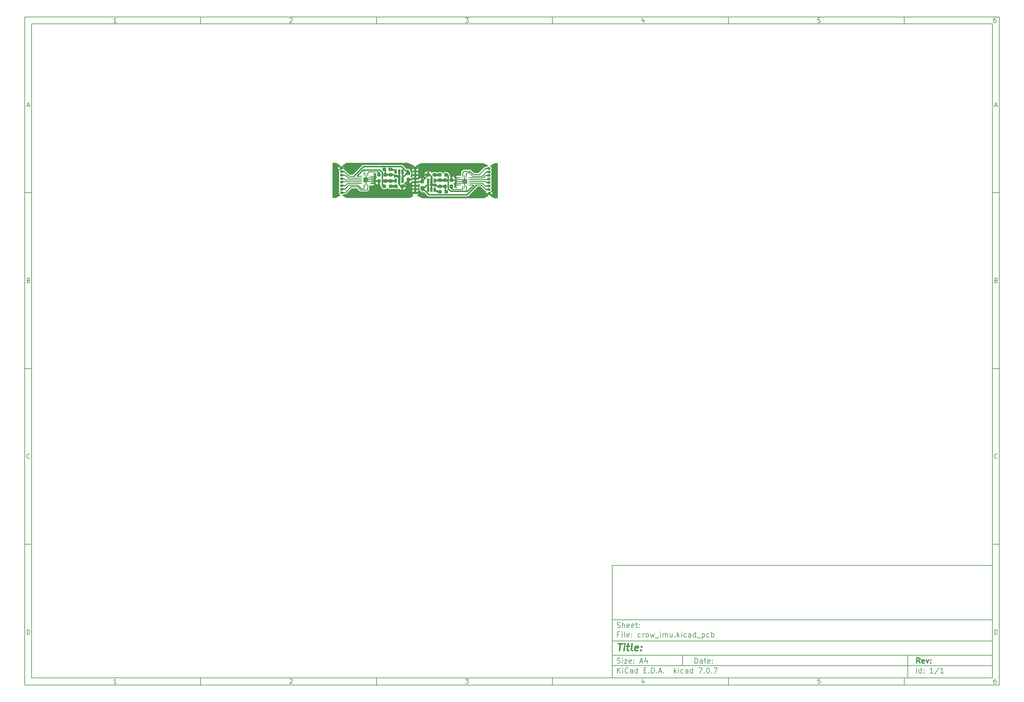
<source format=gtl>
%TF.GenerationSoftware,KiCad,Pcbnew,7.0.7*%
%TF.CreationDate,2024-01-01T11:16:13+09:00*%
%TF.ProjectId,crow_imu,63726f77-5f69-46d7-952e-6b696361645f,rev?*%
%TF.SameCoordinates,Original*%
%TF.FileFunction,Copper,L1,Top*%
%TF.FilePolarity,Positive*%
%FSLAX46Y46*%
G04 Gerber Fmt 4.6, Leading zero omitted, Abs format (unit mm)*
G04 Created by KiCad (PCBNEW 7.0.7) date 2024-01-01 11:16:13*
%MOMM*%
%LPD*%
G01*
G04 APERTURE LIST*
G04 Aperture macros list*
%AMRoundRect*
0 Rectangle with rounded corners*
0 $1 Rounding radius*
0 $2 $3 $4 $5 $6 $7 $8 $9 X,Y pos of 4 corners*
0 Add a 4 corners polygon primitive as box body*
4,1,4,$2,$3,$4,$5,$6,$7,$8,$9,$2,$3,0*
0 Add four circle primitives for the rounded corners*
1,1,$1+$1,$2,$3*
1,1,$1+$1,$4,$5*
1,1,$1+$1,$6,$7*
1,1,$1+$1,$8,$9*
0 Add four rect primitives between the rounded corners*
20,1,$1+$1,$2,$3,$4,$5,0*
20,1,$1+$1,$4,$5,$6,$7,0*
20,1,$1+$1,$6,$7,$8,$9,0*
20,1,$1+$1,$8,$9,$2,$3,0*%
G04 Aperture macros list end*
%ADD10C,0.100000*%
%ADD11C,0.150000*%
%ADD12C,0.300000*%
%ADD13C,0.400000*%
%TA.AperFunction,SMDPad,CuDef*%
%ADD14RoundRect,0.237500X0.287500X0.237500X-0.287500X0.237500X-0.287500X-0.237500X0.287500X-0.237500X0*%
%TD*%
%TA.AperFunction,SMDPad,CuDef*%
%ADD15RoundRect,0.237500X0.237500X-0.287500X0.237500X0.287500X-0.237500X0.287500X-0.237500X-0.287500X0*%
%TD*%
%TA.AperFunction,SMDPad,CuDef*%
%ADD16R,0.650000X1.220000*%
%TD*%
%TA.AperFunction,SMDPad,CuDef*%
%ADD17R,0.850000X0.250000*%
%TD*%
%TA.AperFunction,SMDPad,CuDef*%
%ADD18R,0.250000X0.850000*%
%TD*%
%TA.AperFunction,SMDPad,CuDef*%
%ADD19RoundRect,0.237500X-0.237500X0.287500X-0.237500X-0.287500X0.237500X-0.287500X0.237500X0.287500X0*%
%TD*%
%TA.AperFunction,SMDPad,CuDef*%
%ADD20RoundRect,0.237500X-0.287500X-0.237500X0.287500X-0.237500X0.287500X0.237500X-0.287500X0.237500X0*%
%TD*%
%TA.AperFunction,ComponentPad*%
%ADD21C,0.800000*%
%TD*%
%TA.AperFunction,ComponentPad*%
%ADD22O,0.800000X0.800000*%
%TD*%
%TA.AperFunction,ComponentPad*%
%ADD23C,0.850000*%
%TD*%
%TA.AperFunction,ComponentPad*%
%ADD24O,0.850000X0.850000*%
%TD*%
%TA.AperFunction,ViaPad*%
%ADD25C,0.600000*%
%TD*%
%TA.AperFunction,ViaPad*%
%ADD26C,0.500000*%
%TD*%
%TA.AperFunction,ViaPad*%
%ADD27C,0.800000*%
%TD*%
%TA.AperFunction,Conductor*%
%ADD28C,0.400000*%
%TD*%
%TA.AperFunction,Conductor*%
%ADD29C,0.250000*%
%TD*%
G04 APERTURE END LIST*
D10*
D11*
X177002200Y-166007200D02*
X285002200Y-166007200D01*
X285002200Y-198007200D01*
X177002200Y-198007200D01*
X177002200Y-166007200D01*
D10*
D11*
X10000000Y-10000000D02*
X287002200Y-10000000D01*
X287002200Y-200007200D01*
X10000000Y-200007200D01*
X10000000Y-10000000D01*
D10*
D11*
X12000000Y-12000000D02*
X285002200Y-12000000D01*
X285002200Y-198007200D01*
X12000000Y-198007200D01*
X12000000Y-12000000D01*
D10*
D11*
X60000000Y-12000000D02*
X60000000Y-10000000D01*
D10*
D11*
X110000000Y-12000000D02*
X110000000Y-10000000D01*
D10*
D11*
X160000000Y-12000000D02*
X160000000Y-10000000D01*
D10*
D11*
X210000000Y-12000000D02*
X210000000Y-10000000D01*
D10*
D11*
X260000000Y-12000000D02*
X260000000Y-10000000D01*
D10*
D11*
X36089160Y-11593604D02*
X35346303Y-11593604D01*
X35717731Y-11593604D02*
X35717731Y-10293604D01*
X35717731Y-10293604D02*
X35593922Y-10479319D01*
X35593922Y-10479319D02*
X35470112Y-10603128D01*
X35470112Y-10603128D02*
X35346303Y-10665033D01*
D10*
D11*
X85346303Y-10417414D02*
X85408207Y-10355509D01*
X85408207Y-10355509D02*
X85532017Y-10293604D01*
X85532017Y-10293604D02*
X85841541Y-10293604D01*
X85841541Y-10293604D02*
X85965350Y-10355509D01*
X85965350Y-10355509D02*
X86027255Y-10417414D01*
X86027255Y-10417414D02*
X86089160Y-10541223D01*
X86089160Y-10541223D02*
X86089160Y-10665033D01*
X86089160Y-10665033D02*
X86027255Y-10850747D01*
X86027255Y-10850747D02*
X85284398Y-11593604D01*
X85284398Y-11593604D02*
X86089160Y-11593604D01*
D10*
D11*
X135284398Y-10293604D02*
X136089160Y-10293604D01*
X136089160Y-10293604D02*
X135655826Y-10788842D01*
X135655826Y-10788842D02*
X135841541Y-10788842D01*
X135841541Y-10788842D02*
X135965350Y-10850747D01*
X135965350Y-10850747D02*
X136027255Y-10912652D01*
X136027255Y-10912652D02*
X136089160Y-11036461D01*
X136089160Y-11036461D02*
X136089160Y-11345985D01*
X136089160Y-11345985D02*
X136027255Y-11469795D01*
X136027255Y-11469795D02*
X135965350Y-11531700D01*
X135965350Y-11531700D02*
X135841541Y-11593604D01*
X135841541Y-11593604D02*
X135470112Y-11593604D01*
X135470112Y-11593604D02*
X135346303Y-11531700D01*
X135346303Y-11531700D02*
X135284398Y-11469795D01*
D10*
D11*
X185965350Y-10726938D02*
X185965350Y-11593604D01*
X185655826Y-10231700D02*
X185346303Y-11160271D01*
X185346303Y-11160271D02*
X186151064Y-11160271D01*
D10*
D11*
X236027255Y-10293604D02*
X235408207Y-10293604D01*
X235408207Y-10293604D02*
X235346303Y-10912652D01*
X235346303Y-10912652D02*
X235408207Y-10850747D01*
X235408207Y-10850747D02*
X235532017Y-10788842D01*
X235532017Y-10788842D02*
X235841541Y-10788842D01*
X235841541Y-10788842D02*
X235965350Y-10850747D01*
X235965350Y-10850747D02*
X236027255Y-10912652D01*
X236027255Y-10912652D02*
X236089160Y-11036461D01*
X236089160Y-11036461D02*
X236089160Y-11345985D01*
X236089160Y-11345985D02*
X236027255Y-11469795D01*
X236027255Y-11469795D02*
X235965350Y-11531700D01*
X235965350Y-11531700D02*
X235841541Y-11593604D01*
X235841541Y-11593604D02*
X235532017Y-11593604D01*
X235532017Y-11593604D02*
X235408207Y-11531700D01*
X235408207Y-11531700D02*
X235346303Y-11469795D01*
D10*
D11*
X285965350Y-10293604D02*
X285717731Y-10293604D01*
X285717731Y-10293604D02*
X285593922Y-10355509D01*
X285593922Y-10355509D02*
X285532017Y-10417414D01*
X285532017Y-10417414D02*
X285408207Y-10603128D01*
X285408207Y-10603128D02*
X285346303Y-10850747D01*
X285346303Y-10850747D02*
X285346303Y-11345985D01*
X285346303Y-11345985D02*
X285408207Y-11469795D01*
X285408207Y-11469795D02*
X285470112Y-11531700D01*
X285470112Y-11531700D02*
X285593922Y-11593604D01*
X285593922Y-11593604D02*
X285841541Y-11593604D01*
X285841541Y-11593604D02*
X285965350Y-11531700D01*
X285965350Y-11531700D02*
X286027255Y-11469795D01*
X286027255Y-11469795D02*
X286089160Y-11345985D01*
X286089160Y-11345985D02*
X286089160Y-11036461D01*
X286089160Y-11036461D02*
X286027255Y-10912652D01*
X286027255Y-10912652D02*
X285965350Y-10850747D01*
X285965350Y-10850747D02*
X285841541Y-10788842D01*
X285841541Y-10788842D02*
X285593922Y-10788842D01*
X285593922Y-10788842D02*
X285470112Y-10850747D01*
X285470112Y-10850747D02*
X285408207Y-10912652D01*
X285408207Y-10912652D02*
X285346303Y-11036461D01*
D10*
D11*
X60000000Y-198007200D02*
X60000000Y-200007200D01*
D10*
D11*
X110000000Y-198007200D02*
X110000000Y-200007200D01*
D10*
D11*
X160000000Y-198007200D02*
X160000000Y-200007200D01*
D10*
D11*
X210000000Y-198007200D02*
X210000000Y-200007200D01*
D10*
D11*
X260000000Y-198007200D02*
X260000000Y-200007200D01*
D10*
D11*
X36089160Y-199600804D02*
X35346303Y-199600804D01*
X35717731Y-199600804D02*
X35717731Y-198300804D01*
X35717731Y-198300804D02*
X35593922Y-198486519D01*
X35593922Y-198486519D02*
X35470112Y-198610328D01*
X35470112Y-198610328D02*
X35346303Y-198672233D01*
D10*
D11*
X85346303Y-198424614D02*
X85408207Y-198362709D01*
X85408207Y-198362709D02*
X85532017Y-198300804D01*
X85532017Y-198300804D02*
X85841541Y-198300804D01*
X85841541Y-198300804D02*
X85965350Y-198362709D01*
X85965350Y-198362709D02*
X86027255Y-198424614D01*
X86027255Y-198424614D02*
X86089160Y-198548423D01*
X86089160Y-198548423D02*
X86089160Y-198672233D01*
X86089160Y-198672233D02*
X86027255Y-198857947D01*
X86027255Y-198857947D02*
X85284398Y-199600804D01*
X85284398Y-199600804D02*
X86089160Y-199600804D01*
D10*
D11*
X135284398Y-198300804D02*
X136089160Y-198300804D01*
X136089160Y-198300804D02*
X135655826Y-198796042D01*
X135655826Y-198796042D02*
X135841541Y-198796042D01*
X135841541Y-198796042D02*
X135965350Y-198857947D01*
X135965350Y-198857947D02*
X136027255Y-198919852D01*
X136027255Y-198919852D02*
X136089160Y-199043661D01*
X136089160Y-199043661D02*
X136089160Y-199353185D01*
X136089160Y-199353185D02*
X136027255Y-199476995D01*
X136027255Y-199476995D02*
X135965350Y-199538900D01*
X135965350Y-199538900D02*
X135841541Y-199600804D01*
X135841541Y-199600804D02*
X135470112Y-199600804D01*
X135470112Y-199600804D02*
X135346303Y-199538900D01*
X135346303Y-199538900D02*
X135284398Y-199476995D01*
D10*
D11*
X185965350Y-198734138D02*
X185965350Y-199600804D01*
X185655826Y-198238900D02*
X185346303Y-199167471D01*
X185346303Y-199167471D02*
X186151064Y-199167471D01*
D10*
D11*
X236027255Y-198300804D02*
X235408207Y-198300804D01*
X235408207Y-198300804D02*
X235346303Y-198919852D01*
X235346303Y-198919852D02*
X235408207Y-198857947D01*
X235408207Y-198857947D02*
X235532017Y-198796042D01*
X235532017Y-198796042D02*
X235841541Y-198796042D01*
X235841541Y-198796042D02*
X235965350Y-198857947D01*
X235965350Y-198857947D02*
X236027255Y-198919852D01*
X236027255Y-198919852D02*
X236089160Y-199043661D01*
X236089160Y-199043661D02*
X236089160Y-199353185D01*
X236089160Y-199353185D02*
X236027255Y-199476995D01*
X236027255Y-199476995D02*
X235965350Y-199538900D01*
X235965350Y-199538900D02*
X235841541Y-199600804D01*
X235841541Y-199600804D02*
X235532017Y-199600804D01*
X235532017Y-199600804D02*
X235408207Y-199538900D01*
X235408207Y-199538900D02*
X235346303Y-199476995D01*
D10*
D11*
X285965350Y-198300804D02*
X285717731Y-198300804D01*
X285717731Y-198300804D02*
X285593922Y-198362709D01*
X285593922Y-198362709D02*
X285532017Y-198424614D01*
X285532017Y-198424614D02*
X285408207Y-198610328D01*
X285408207Y-198610328D02*
X285346303Y-198857947D01*
X285346303Y-198857947D02*
X285346303Y-199353185D01*
X285346303Y-199353185D02*
X285408207Y-199476995D01*
X285408207Y-199476995D02*
X285470112Y-199538900D01*
X285470112Y-199538900D02*
X285593922Y-199600804D01*
X285593922Y-199600804D02*
X285841541Y-199600804D01*
X285841541Y-199600804D02*
X285965350Y-199538900D01*
X285965350Y-199538900D02*
X286027255Y-199476995D01*
X286027255Y-199476995D02*
X286089160Y-199353185D01*
X286089160Y-199353185D02*
X286089160Y-199043661D01*
X286089160Y-199043661D02*
X286027255Y-198919852D01*
X286027255Y-198919852D02*
X285965350Y-198857947D01*
X285965350Y-198857947D02*
X285841541Y-198796042D01*
X285841541Y-198796042D02*
X285593922Y-198796042D01*
X285593922Y-198796042D02*
X285470112Y-198857947D01*
X285470112Y-198857947D02*
X285408207Y-198919852D01*
X285408207Y-198919852D02*
X285346303Y-199043661D01*
D10*
D11*
X10000000Y-60000000D02*
X12000000Y-60000000D01*
D10*
D11*
X10000000Y-110000000D02*
X12000000Y-110000000D01*
D10*
D11*
X10000000Y-160000000D02*
X12000000Y-160000000D01*
D10*
D11*
X10690476Y-35222176D02*
X11309523Y-35222176D01*
X10566666Y-35593604D02*
X10999999Y-34293604D01*
X10999999Y-34293604D02*
X11433333Y-35593604D01*
D10*
D11*
X11092857Y-84912652D02*
X11278571Y-84974557D01*
X11278571Y-84974557D02*
X11340476Y-85036461D01*
X11340476Y-85036461D02*
X11402380Y-85160271D01*
X11402380Y-85160271D02*
X11402380Y-85345985D01*
X11402380Y-85345985D02*
X11340476Y-85469795D01*
X11340476Y-85469795D02*
X11278571Y-85531700D01*
X11278571Y-85531700D02*
X11154761Y-85593604D01*
X11154761Y-85593604D02*
X10659523Y-85593604D01*
X10659523Y-85593604D02*
X10659523Y-84293604D01*
X10659523Y-84293604D02*
X11092857Y-84293604D01*
X11092857Y-84293604D02*
X11216666Y-84355509D01*
X11216666Y-84355509D02*
X11278571Y-84417414D01*
X11278571Y-84417414D02*
X11340476Y-84541223D01*
X11340476Y-84541223D02*
X11340476Y-84665033D01*
X11340476Y-84665033D02*
X11278571Y-84788842D01*
X11278571Y-84788842D02*
X11216666Y-84850747D01*
X11216666Y-84850747D02*
X11092857Y-84912652D01*
X11092857Y-84912652D02*
X10659523Y-84912652D01*
D10*
D11*
X11402380Y-135469795D02*
X11340476Y-135531700D01*
X11340476Y-135531700D02*
X11154761Y-135593604D01*
X11154761Y-135593604D02*
X11030952Y-135593604D01*
X11030952Y-135593604D02*
X10845238Y-135531700D01*
X10845238Y-135531700D02*
X10721428Y-135407890D01*
X10721428Y-135407890D02*
X10659523Y-135284080D01*
X10659523Y-135284080D02*
X10597619Y-135036461D01*
X10597619Y-135036461D02*
X10597619Y-134850747D01*
X10597619Y-134850747D02*
X10659523Y-134603128D01*
X10659523Y-134603128D02*
X10721428Y-134479319D01*
X10721428Y-134479319D02*
X10845238Y-134355509D01*
X10845238Y-134355509D02*
X11030952Y-134293604D01*
X11030952Y-134293604D02*
X11154761Y-134293604D01*
X11154761Y-134293604D02*
X11340476Y-134355509D01*
X11340476Y-134355509D02*
X11402380Y-134417414D01*
D10*
D11*
X10659523Y-185593604D02*
X10659523Y-184293604D01*
X10659523Y-184293604D02*
X10969047Y-184293604D01*
X10969047Y-184293604D02*
X11154761Y-184355509D01*
X11154761Y-184355509D02*
X11278571Y-184479319D01*
X11278571Y-184479319D02*
X11340476Y-184603128D01*
X11340476Y-184603128D02*
X11402380Y-184850747D01*
X11402380Y-184850747D02*
X11402380Y-185036461D01*
X11402380Y-185036461D02*
X11340476Y-185284080D01*
X11340476Y-185284080D02*
X11278571Y-185407890D01*
X11278571Y-185407890D02*
X11154761Y-185531700D01*
X11154761Y-185531700D02*
X10969047Y-185593604D01*
X10969047Y-185593604D02*
X10659523Y-185593604D01*
D10*
D11*
X287002200Y-60000000D02*
X285002200Y-60000000D01*
D10*
D11*
X287002200Y-110000000D02*
X285002200Y-110000000D01*
D10*
D11*
X287002200Y-160000000D02*
X285002200Y-160000000D01*
D10*
D11*
X285692676Y-35222176D02*
X286311723Y-35222176D01*
X285568866Y-35593604D02*
X286002199Y-34293604D01*
X286002199Y-34293604D02*
X286435533Y-35593604D01*
D10*
D11*
X286095057Y-84912652D02*
X286280771Y-84974557D01*
X286280771Y-84974557D02*
X286342676Y-85036461D01*
X286342676Y-85036461D02*
X286404580Y-85160271D01*
X286404580Y-85160271D02*
X286404580Y-85345985D01*
X286404580Y-85345985D02*
X286342676Y-85469795D01*
X286342676Y-85469795D02*
X286280771Y-85531700D01*
X286280771Y-85531700D02*
X286156961Y-85593604D01*
X286156961Y-85593604D02*
X285661723Y-85593604D01*
X285661723Y-85593604D02*
X285661723Y-84293604D01*
X285661723Y-84293604D02*
X286095057Y-84293604D01*
X286095057Y-84293604D02*
X286218866Y-84355509D01*
X286218866Y-84355509D02*
X286280771Y-84417414D01*
X286280771Y-84417414D02*
X286342676Y-84541223D01*
X286342676Y-84541223D02*
X286342676Y-84665033D01*
X286342676Y-84665033D02*
X286280771Y-84788842D01*
X286280771Y-84788842D02*
X286218866Y-84850747D01*
X286218866Y-84850747D02*
X286095057Y-84912652D01*
X286095057Y-84912652D02*
X285661723Y-84912652D01*
D10*
D11*
X286404580Y-135469795D02*
X286342676Y-135531700D01*
X286342676Y-135531700D02*
X286156961Y-135593604D01*
X286156961Y-135593604D02*
X286033152Y-135593604D01*
X286033152Y-135593604D02*
X285847438Y-135531700D01*
X285847438Y-135531700D02*
X285723628Y-135407890D01*
X285723628Y-135407890D02*
X285661723Y-135284080D01*
X285661723Y-135284080D02*
X285599819Y-135036461D01*
X285599819Y-135036461D02*
X285599819Y-134850747D01*
X285599819Y-134850747D02*
X285661723Y-134603128D01*
X285661723Y-134603128D02*
X285723628Y-134479319D01*
X285723628Y-134479319D02*
X285847438Y-134355509D01*
X285847438Y-134355509D02*
X286033152Y-134293604D01*
X286033152Y-134293604D02*
X286156961Y-134293604D01*
X286156961Y-134293604D02*
X286342676Y-134355509D01*
X286342676Y-134355509D02*
X286404580Y-134417414D01*
D10*
D11*
X285661723Y-185593604D02*
X285661723Y-184293604D01*
X285661723Y-184293604D02*
X285971247Y-184293604D01*
X285971247Y-184293604D02*
X286156961Y-184355509D01*
X286156961Y-184355509D02*
X286280771Y-184479319D01*
X286280771Y-184479319D02*
X286342676Y-184603128D01*
X286342676Y-184603128D02*
X286404580Y-184850747D01*
X286404580Y-184850747D02*
X286404580Y-185036461D01*
X286404580Y-185036461D02*
X286342676Y-185284080D01*
X286342676Y-185284080D02*
X286280771Y-185407890D01*
X286280771Y-185407890D02*
X286156961Y-185531700D01*
X286156961Y-185531700D02*
X285971247Y-185593604D01*
X285971247Y-185593604D02*
X285661723Y-185593604D01*
D10*
D11*
X200458026Y-193793328D02*
X200458026Y-192293328D01*
X200458026Y-192293328D02*
X200815169Y-192293328D01*
X200815169Y-192293328D02*
X201029455Y-192364757D01*
X201029455Y-192364757D02*
X201172312Y-192507614D01*
X201172312Y-192507614D02*
X201243741Y-192650471D01*
X201243741Y-192650471D02*
X201315169Y-192936185D01*
X201315169Y-192936185D02*
X201315169Y-193150471D01*
X201315169Y-193150471D02*
X201243741Y-193436185D01*
X201243741Y-193436185D02*
X201172312Y-193579042D01*
X201172312Y-193579042D02*
X201029455Y-193721900D01*
X201029455Y-193721900D02*
X200815169Y-193793328D01*
X200815169Y-193793328D02*
X200458026Y-193793328D01*
X202600884Y-193793328D02*
X202600884Y-193007614D01*
X202600884Y-193007614D02*
X202529455Y-192864757D01*
X202529455Y-192864757D02*
X202386598Y-192793328D01*
X202386598Y-192793328D02*
X202100884Y-192793328D01*
X202100884Y-192793328D02*
X201958026Y-192864757D01*
X202600884Y-193721900D02*
X202458026Y-193793328D01*
X202458026Y-193793328D02*
X202100884Y-193793328D01*
X202100884Y-193793328D02*
X201958026Y-193721900D01*
X201958026Y-193721900D02*
X201886598Y-193579042D01*
X201886598Y-193579042D02*
X201886598Y-193436185D01*
X201886598Y-193436185D02*
X201958026Y-193293328D01*
X201958026Y-193293328D02*
X202100884Y-193221900D01*
X202100884Y-193221900D02*
X202458026Y-193221900D01*
X202458026Y-193221900D02*
X202600884Y-193150471D01*
X203100884Y-192793328D02*
X203672312Y-192793328D01*
X203315169Y-192293328D02*
X203315169Y-193579042D01*
X203315169Y-193579042D02*
X203386598Y-193721900D01*
X203386598Y-193721900D02*
X203529455Y-193793328D01*
X203529455Y-193793328D02*
X203672312Y-193793328D01*
X204743741Y-193721900D02*
X204600884Y-193793328D01*
X204600884Y-193793328D02*
X204315170Y-193793328D01*
X204315170Y-193793328D02*
X204172312Y-193721900D01*
X204172312Y-193721900D02*
X204100884Y-193579042D01*
X204100884Y-193579042D02*
X204100884Y-193007614D01*
X204100884Y-193007614D02*
X204172312Y-192864757D01*
X204172312Y-192864757D02*
X204315170Y-192793328D01*
X204315170Y-192793328D02*
X204600884Y-192793328D01*
X204600884Y-192793328D02*
X204743741Y-192864757D01*
X204743741Y-192864757D02*
X204815170Y-193007614D01*
X204815170Y-193007614D02*
X204815170Y-193150471D01*
X204815170Y-193150471D02*
X204100884Y-193293328D01*
X205458026Y-193650471D02*
X205529455Y-193721900D01*
X205529455Y-193721900D02*
X205458026Y-193793328D01*
X205458026Y-193793328D02*
X205386598Y-193721900D01*
X205386598Y-193721900D02*
X205458026Y-193650471D01*
X205458026Y-193650471D02*
X205458026Y-193793328D01*
X205458026Y-192864757D02*
X205529455Y-192936185D01*
X205529455Y-192936185D02*
X205458026Y-193007614D01*
X205458026Y-193007614D02*
X205386598Y-192936185D01*
X205386598Y-192936185D02*
X205458026Y-192864757D01*
X205458026Y-192864757D02*
X205458026Y-193007614D01*
D10*
D11*
X177002200Y-194507200D02*
X285002200Y-194507200D01*
D10*
D11*
X178458026Y-196593328D02*
X178458026Y-195093328D01*
X179315169Y-196593328D02*
X178672312Y-195736185D01*
X179315169Y-195093328D02*
X178458026Y-195950471D01*
X179958026Y-196593328D02*
X179958026Y-195593328D01*
X179958026Y-195093328D02*
X179886598Y-195164757D01*
X179886598Y-195164757D02*
X179958026Y-195236185D01*
X179958026Y-195236185D02*
X180029455Y-195164757D01*
X180029455Y-195164757D02*
X179958026Y-195093328D01*
X179958026Y-195093328D02*
X179958026Y-195236185D01*
X181529455Y-196450471D02*
X181458027Y-196521900D01*
X181458027Y-196521900D02*
X181243741Y-196593328D01*
X181243741Y-196593328D02*
X181100884Y-196593328D01*
X181100884Y-196593328D02*
X180886598Y-196521900D01*
X180886598Y-196521900D02*
X180743741Y-196379042D01*
X180743741Y-196379042D02*
X180672312Y-196236185D01*
X180672312Y-196236185D02*
X180600884Y-195950471D01*
X180600884Y-195950471D02*
X180600884Y-195736185D01*
X180600884Y-195736185D02*
X180672312Y-195450471D01*
X180672312Y-195450471D02*
X180743741Y-195307614D01*
X180743741Y-195307614D02*
X180886598Y-195164757D01*
X180886598Y-195164757D02*
X181100884Y-195093328D01*
X181100884Y-195093328D02*
X181243741Y-195093328D01*
X181243741Y-195093328D02*
X181458027Y-195164757D01*
X181458027Y-195164757D02*
X181529455Y-195236185D01*
X182815170Y-196593328D02*
X182815170Y-195807614D01*
X182815170Y-195807614D02*
X182743741Y-195664757D01*
X182743741Y-195664757D02*
X182600884Y-195593328D01*
X182600884Y-195593328D02*
X182315170Y-195593328D01*
X182315170Y-195593328D02*
X182172312Y-195664757D01*
X182815170Y-196521900D02*
X182672312Y-196593328D01*
X182672312Y-196593328D02*
X182315170Y-196593328D01*
X182315170Y-196593328D02*
X182172312Y-196521900D01*
X182172312Y-196521900D02*
X182100884Y-196379042D01*
X182100884Y-196379042D02*
X182100884Y-196236185D01*
X182100884Y-196236185D02*
X182172312Y-196093328D01*
X182172312Y-196093328D02*
X182315170Y-196021900D01*
X182315170Y-196021900D02*
X182672312Y-196021900D01*
X182672312Y-196021900D02*
X182815170Y-195950471D01*
X184172313Y-196593328D02*
X184172313Y-195093328D01*
X184172313Y-196521900D02*
X184029455Y-196593328D01*
X184029455Y-196593328D02*
X183743741Y-196593328D01*
X183743741Y-196593328D02*
X183600884Y-196521900D01*
X183600884Y-196521900D02*
X183529455Y-196450471D01*
X183529455Y-196450471D02*
X183458027Y-196307614D01*
X183458027Y-196307614D02*
X183458027Y-195879042D01*
X183458027Y-195879042D02*
X183529455Y-195736185D01*
X183529455Y-195736185D02*
X183600884Y-195664757D01*
X183600884Y-195664757D02*
X183743741Y-195593328D01*
X183743741Y-195593328D02*
X184029455Y-195593328D01*
X184029455Y-195593328D02*
X184172313Y-195664757D01*
X186029455Y-195807614D02*
X186529455Y-195807614D01*
X186743741Y-196593328D02*
X186029455Y-196593328D01*
X186029455Y-196593328D02*
X186029455Y-195093328D01*
X186029455Y-195093328D02*
X186743741Y-195093328D01*
X187386598Y-196450471D02*
X187458027Y-196521900D01*
X187458027Y-196521900D02*
X187386598Y-196593328D01*
X187386598Y-196593328D02*
X187315170Y-196521900D01*
X187315170Y-196521900D02*
X187386598Y-196450471D01*
X187386598Y-196450471D02*
X187386598Y-196593328D01*
X188100884Y-196593328D02*
X188100884Y-195093328D01*
X188100884Y-195093328D02*
X188458027Y-195093328D01*
X188458027Y-195093328D02*
X188672313Y-195164757D01*
X188672313Y-195164757D02*
X188815170Y-195307614D01*
X188815170Y-195307614D02*
X188886599Y-195450471D01*
X188886599Y-195450471D02*
X188958027Y-195736185D01*
X188958027Y-195736185D02*
X188958027Y-195950471D01*
X188958027Y-195950471D02*
X188886599Y-196236185D01*
X188886599Y-196236185D02*
X188815170Y-196379042D01*
X188815170Y-196379042D02*
X188672313Y-196521900D01*
X188672313Y-196521900D02*
X188458027Y-196593328D01*
X188458027Y-196593328D02*
X188100884Y-196593328D01*
X189600884Y-196450471D02*
X189672313Y-196521900D01*
X189672313Y-196521900D02*
X189600884Y-196593328D01*
X189600884Y-196593328D02*
X189529456Y-196521900D01*
X189529456Y-196521900D02*
X189600884Y-196450471D01*
X189600884Y-196450471D02*
X189600884Y-196593328D01*
X190243742Y-196164757D02*
X190958028Y-196164757D01*
X190100885Y-196593328D02*
X190600885Y-195093328D01*
X190600885Y-195093328D02*
X191100885Y-196593328D01*
X191600884Y-196450471D02*
X191672313Y-196521900D01*
X191672313Y-196521900D02*
X191600884Y-196593328D01*
X191600884Y-196593328D02*
X191529456Y-196521900D01*
X191529456Y-196521900D02*
X191600884Y-196450471D01*
X191600884Y-196450471D02*
X191600884Y-196593328D01*
X194600884Y-196593328D02*
X194600884Y-195093328D01*
X194743742Y-196021900D02*
X195172313Y-196593328D01*
X195172313Y-195593328D02*
X194600884Y-196164757D01*
X195815170Y-196593328D02*
X195815170Y-195593328D01*
X195815170Y-195093328D02*
X195743742Y-195164757D01*
X195743742Y-195164757D02*
X195815170Y-195236185D01*
X195815170Y-195236185D02*
X195886599Y-195164757D01*
X195886599Y-195164757D02*
X195815170Y-195093328D01*
X195815170Y-195093328D02*
X195815170Y-195236185D01*
X197172314Y-196521900D02*
X197029456Y-196593328D01*
X197029456Y-196593328D02*
X196743742Y-196593328D01*
X196743742Y-196593328D02*
X196600885Y-196521900D01*
X196600885Y-196521900D02*
X196529456Y-196450471D01*
X196529456Y-196450471D02*
X196458028Y-196307614D01*
X196458028Y-196307614D02*
X196458028Y-195879042D01*
X196458028Y-195879042D02*
X196529456Y-195736185D01*
X196529456Y-195736185D02*
X196600885Y-195664757D01*
X196600885Y-195664757D02*
X196743742Y-195593328D01*
X196743742Y-195593328D02*
X197029456Y-195593328D01*
X197029456Y-195593328D02*
X197172314Y-195664757D01*
X198458028Y-196593328D02*
X198458028Y-195807614D01*
X198458028Y-195807614D02*
X198386599Y-195664757D01*
X198386599Y-195664757D02*
X198243742Y-195593328D01*
X198243742Y-195593328D02*
X197958028Y-195593328D01*
X197958028Y-195593328D02*
X197815170Y-195664757D01*
X198458028Y-196521900D02*
X198315170Y-196593328D01*
X198315170Y-196593328D02*
X197958028Y-196593328D01*
X197958028Y-196593328D02*
X197815170Y-196521900D01*
X197815170Y-196521900D02*
X197743742Y-196379042D01*
X197743742Y-196379042D02*
X197743742Y-196236185D01*
X197743742Y-196236185D02*
X197815170Y-196093328D01*
X197815170Y-196093328D02*
X197958028Y-196021900D01*
X197958028Y-196021900D02*
X198315170Y-196021900D01*
X198315170Y-196021900D02*
X198458028Y-195950471D01*
X199815171Y-196593328D02*
X199815171Y-195093328D01*
X199815171Y-196521900D02*
X199672313Y-196593328D01*
X199672313Y-196593328D02*
X199386599Y-196593328D01*
X199386599Y-196593328D02*
X199243742Y-196521900D01*
X199243742Y-196521900D02*
X199172313Y-196450471D01*
X199172313Y-196450471D02*
X199100885Y-196307614D01*
X199100885Y-196307614D02*
X199100885Y-195879042D01*
X199100885Y-195879042D02*
X199172313Y-195736185D01*
X199172313Y-195736185D02*
X199243742Y-195664757D01*
X199243742Y-195664757D02*
X199386599Y-195593328D01*
X199386599Y-195593328D02*
X199672313Y-195593328D01*
X199672313Y-195593328D02*
X199815171Y-195664757D01*
X201529456Y-195093328D02*
X202529456Y-195093328D01*
X202529456Y-195093328D02*
X201886599Y-196593328D01*
X203100884Y-196450471D02*
X203172313Y-196521900D01*
X203172313Y-196521900D02*
X203100884Y-196593328D01*
X203100884Y-196593328D02*
X203029456Y-196521900D01*
X203029456Y-196521900D02*
X203100884Y-196450471D01*
X203100884Y-196450471D02*
X203100884Y-196593328D01*
X204100885Y-195093328D02*
X204243742Y-195093328D01*
X204243742Y-195093328D02*
X204386599Y-195164757D01*
X204386599Y-195164757D02*
X204458028Y-195236185D01*
X204458028Y-195236185D02*
X204529456Y-195379042D01*
X204529456Y-195379042D02*
X204600885Y-195664757D01*
X204600885Y-195664757D02*
X204600885Y-196021900D01*
X204600885Y-196021900D02*
X204529456Y-196307614D01*
X204529456Y-196307614D02*
X204458028Y-196450471D01*
X204458028Y-196450471D02*
X204386599Y-196521900D01*
X204386599Y-196521900D02*
X204243742Y-196593328D01*
X204243742Y-196593328D02*
X204100885Y-196593328D01*
X204100885Y-196593328D02*
X203958028Y-196521900D01*
X203958028Y-196521900D02*
X203886599Y-196450471D01*
X203886599Y-196450471D02*
X203815170Y-196307614D01*
X203815170Y-196307614D02*
X203743742Y-196021900D01*
X203743742Y-196021900D02*
X203743742Y-195664757D01*
X203743742Y-195664757D02*
X203815170Y-195379042D01*
X203815170Y-195379042D02*
X203886599Y-195236185D01*
X203886599Y-195236185D02*
X203958028Y-195164757D01*
X203958028Y-195164757D02*
X204100885Y-195093328D01*
X205243741Y-196450471D02*
X205315170Y-196521900D01*
X205315170Y-196521900D02*
X205243741Y-196593328D01*
X205243741Y-196593328D02*
X205172313Y-196521900D01*
X205172313Y-196521900D02*
X205243741Y-196450471D01*
X205243741Y-196450471D02*
X205243741Y-196593328D01*
X205815170Y-195093328D02*
X206815170Y-195093328D01*
X206815170Y-195093328D02*
X206172313Y-196593328D01*
D10*
D11*
X177002200Y-191507200D02*
X285002200Y-191507200D01*
D10*
D12*
X264413853Y-193785528D02*
X263913853Y-193071242D01*
X263556710Y-193785528D02*
X263556710Y-192285528D01*
X263556710Y-192285528D02*
X264128139Y-192285528D01*
X264128139Y-192285528D02*
X264270996Y-192356957D01*
X264270996Y-192356957D02*
X264342425Y-192428385D01*
X264342425Y-192428385D02*
X264413853Y-192571242D01*
X264413853Y-192571242D02*
X264413853Y-192785528D01*
X264413853Y-192785528D02*
X264342425Y-192928385D01*
X264342425Y-192928385D02*
X264270996Y-192999814D01*
X264270996Y-192999814D02*
X264128139Y-193071242D01*
X264128139Y-193071242D02*
X263556710Y-193071242D01*
X265628139Y-193714100D02*
X265485282Y-193785528D01*
X265485282Y-193785528D02*
X265199568Y-193785528D01*
X265199568Y-193785528D02*
X265056710Y-193714100D01*
X265056710Y-193714100D02*
X264985282Y-193571242D01*
X264985282Y-193571242D02*
X264985282Y-192999814D01*
X264985282Y-192999814D02*
X265056710Y-192856957D01*
X265056710Y-192856957D02*
X265199568Y-192785528D01*
X265199568Y-192785528D02*
X265485282Y-192785528D01*
X265485282Y-192785528D02*
X265628139Y-192856957D01*
X265628139Y-192856957D02*
X265699568Y-192999814D01*
X265699568Y-192999814D02*
X265699568Y-193142671D01*
X265699568Y-193142671D02*
X264985282Y-193285528D01*
X266199567Y-192785528D02*
X266556710Y-193785528D01*
X266556710Y-193785528D02*
X266913853Y-192785528D01*
X267485281Y-193642671D02*
X267556710Y-193714100D01*
X267556710Y-193714100D02*
X267485281Y-193785528D01*
X267485281Y-193785528D02*
X267413853Y-193714100D01*
X267413853Y-193714100D02*
X267485281Y-193642671D01*
X267485281Y-193642671D02*
X267485281Y-193785528D01*
X267485281Y-192856957D02*
X267556710Y-192928385D01*
X267556710Y-192928385D02*
X267485281Y-192999814D01*
X267485281Y-192999814D02*
X267413853Y-192928385D01*
X267413853Y-192928385D02*
X267485281Y-192856957D01*
X267485281Y-192856957D02*
X267485281Y-192999814D01*
D10*
D11*
X178386598Y-193721900D02*
X178600884Y-193793328D01*
X178600884Y-193793328D02*
X178958026Y-193793328D01*
X178958026Y-193793328D02*
X179100884Y-193721900D01*
X179100884Y-193721900D02*
X179172312Y-193650471D01*
X179172312Y-193650471D02*
X179243741Y-193507614D01*
X179243741Y-193507614D02*
X179243741Y-193364757D01*
X179243741Y-193364757D02*
X179172312Y-193221900D01*
X179172312Y-193221900D02*
X179100884Y-193150471D01*
X179100884Y-193150471D02*
X178958026Y-193079042D01*
X178958026Y-193079042D02*
X178672312Y-193007614D01*
X178672312Y-193007614D02*
X178529455Y-192936185D01*
X178529455Y-192936185D02*
X178458026Y-192864757D01*
X178458026Y-192864757D02*
X178386598Y-192721900D01*
X178386598Y-192721900D02*
X178386598Y-192579042D01*
X178386598Y-192579042D02*
X178458026Y-192436185D01*
X178458026Y-192436185D02*
X178529455Y-192364757D01*
X178529455Y-192364757D02*
X178672312Y-192293328D01*
X178672312Y-192293328D02*
X179029455Y-192293328D01*
X179029455Y-192293328D02*
X179243741Y-192364757D01*
X179886597Y-193793328D02*
X179886597Y-192793328D01*
X179886597Y-192293328D02*
X179815169Y-192364757D01*
X179815169Y-192364757D02*
X179886597Y-192436185D01*
X179886597Y-192436185D02*
X179958026Y-192364757D01*
X179958026Y-192364757D02*
X179886597Y-192293328D01*
X179886597Y-192293328D02*
X179886597Y-192436185D01*
X180458026Y-192793328D02*
X181243741Y-192793328D01*
X181243741Y-192793328D02*
X180458026Y-193793328D01*
X180458026Y-193793328D02*
X181243741Y-193793328D01*
X182386598Y-193721900D02*
X182243741Y-193793328D01*
X182243741Y-193793328D02*
X181958027Y-193793328D01*
X181958027Y-193793328D02*
X181815169Y-193721900D01*
X181815169Y-193721900D02*
X181743741Y-193579042D01*
X181743741Y-193579042D02*
X181743741Y-193007614D01*
X181743741Y-193007614D02*
X181815169Y-192864757D01*
X181815169Y-192864757D02*
X181958027Y-192793328D01*
X181958027Y-192793328D02*
X182243741Y-192793328D01*
X182243741Y-192793328D02*
X182386598Y-192864757D01*
X182386598Y-192864757D02*
X182458027Y-193007614D01*
X182458027Y-193007614D02*
X182458027Y-193150471D01*
X182458027Y-193150471D02*
X181743741Y-193293328D01*
X183100883Y-193650471D02*
X183172312Y-193721900D01*
X183172312Y-193721900D02*
X183100883Y-193793328D01*
X183100883Y-193793328D02*
X183029455Y-193721900D01*
X183029455Y-193721900D02*
X183100883Y-193650471D01*
X183100883Y-193650471D02*
X183100883Y-193793328D01*
X183100883Y-192864757D02*
X183172312Y-192936185D01*
X183172312Y-192936185D02*
X183100883Y-193007614D01*
X183100883Y-193007614D02*
X183029455Y-192936185D01*
X183029455Y-192936185D02*
X183100883Y-192864757D01*
X183100883Y-192864757D02*
X183100883Y-193007614D01*
X184886598Y-193364757D02*
X185600884Y-193364757D01*
X184743741Y-193793328D02*
X185243741Y-192293328D01*
X185243741Y-192293328D02*
X185743741Y-193793328D01*
X186886598Y-192793328D02*
X186886598Y-193793328D01*
X186529455Y-192221900D02*
X186172312Y-193293328D01*
X186172312Y-193293328D02*
X187100883Y-193293328D01*
D10*
D11*
X263458026Y-196593328D02*
X263458026Y-195093328D01*
X264815170Y-196593328D02*
X264815170Y-195093328D01*
X264815170Y-196521900D02*
X264672312Y-196593328D01*
X264672312Y-196593328D02*
X264386598Y-196593328D01*
X264386598Y-196593328D02*
X264243741Y-196521900D01*
X264243741Y-196521900D02*
X264172312Y-196450471D01*
X264172312Y-196450471D02*
X264100884Y-196307614D01*
X264100884Y-196307614D02*
X264100884Y-195879042D01*
X264100884Y-195879042D02*
X264172312Y-195736185D01*
X264172312Y-195736185D02*
X264243741Y-195664757D01*
X264243741Y-195664757D02*
X264386598Y-195593328D01*
X264386598Y-195593328D02*
X264672312Y-195593328D01*
X264672312Y-195593328D02*
X264815170Y-195664757D01*
X265529455Y-196450471D02*
X265600884Y-196521900D01*
X265600884Y-196521900D02*
X265529455Y-196593328D01*
X265529455Y-196593328D02*
X265458027Y-196521900D01*
X265458027Y-196521900D02*
X265529455Y-196450471D01*
X265529455Y-196450471D02*
X265529455Y-196593328D01*
X265529455Y-195664757D02*
X265600884Y-195736185D01*
X265600884Y-195736185D02*
X265529455Y-195807614D01*
X265529455Y-195807614D02*
X265458027Y-195736185D01*
X265458027Y-195736185D02*
X265529455Y-195664757D01*
X265529455Y-195664757D02*
X265529455Y-195807614D01*
X268172313Y-196593328D02*
X267315170Y-196593328D01*
X267743741Y-196593328D02*
X267743741Y-195093328D01*
X267743741Y-195093328D02*
X267600884Y-195307614D01*
X267600884Y-195307614D02*
X267458027Y-195450471D01*
X267458027Y-195450471D02*
X267315170Y-195521900D01*
X269886598Y-195021900D02*
X268600884Y-196950471D01*
X271172313Y-196593328D02*
X270315170Y-196593328D01*
X270743741Y-196593328D02*
X270743741Y-195093328D01*
X270743741Y-195093328D02*
X270600884Y-195307614D01*
X270600884Y-195307614D02*
X270458027Y-195450471D01*
X270458027Y-195450471D02*
X270315170Y-195521900D01*
D10*
D11*
X177002200Y-187507200D02*
X285002200Y-187507200D01*
D10*
D13*
X178693928Y-188211638D02*
X179836785Y-188211638D01*
X179015357Y-190211638D02*
X179265357Y-188211638D01*
X180253452Y-190211638D02*
X180420119Y-188878304D01*
X180503452Y-188211638D02*
X180396309Y-188306876D01*
X180396309Y-188306876D02*
X180479643Y-188402114D01*
X180479643Y-188402114D02*
X180586786Y-188306876D01*
X180586786Y-188306876D02*
X180503452Y-188211638D01*
X180503452Y-188211638D02*
X180479643Y-188402114D01*
X181086786Y-188878304D02*
X181848690Y-188878304D01*
X181455833Y-188211638D02*
X181241548Y-189925923D01*
X181241548Y-189925923D02*
X181312976Y-190116400D01*
X181312976Y-190116400D02*
X181491548Y-190211638D01*
X181491548Y-190211638D02*
X181682024Y-190211638D01*
X182634405Y-190211638D02*
X182455833Y-190116400D01*
X182455833Y-190116400D02*
X182384405Y-189925923D01*
X182384405Y-189925923D02*
X182598690Y-188211638D01*
X184170119Y-190116400D02*
X183967738Y-190211638D01*
X183967738Y-190211638D02*
X183586785Y-190211638D01*
X183586785Y-190211638D02*
X183408214Y-190116400D01*
X183408214Y-190116400D02*
X183336785Y-189925923D01*
X183336785Y-189925923D02*
X183432024Y-189164019D01*
X183432024Y-189164019D02*
X183551071Y-188973542D01*
X183551071Y-188973542D02*
X183753452Y-188878304D01*
X183753452Y-188878304D02*
X184134404Y-188878304D01*
X184134404Y-188878304D02*
X184312976Y-188973542D01*
X184312976Y-188973542D02*
X184384404Y-189164019D01*
X184384404Y-189164019D02*
X184360595Y-189354495D01*
X184360595Y-189354495D02*
X183384404Y-189544971D01*
X185134405Y-190021161D02*
X185217738Y-190116400D01*
X185217738Y-190116400D02*
X185110595Y-190211638D01*
X185110595Y-190211638D02*
X185027262Y-190116400D01*
X185027262Y-190116400D02*
X185134405Y-190021161D01*
X185134405Y-190021161D02*
X185110595Y-190211638D01*
X185265357Y-188973542D02*
X185348690Y-189068780D01*
X185348690Y-189068780D02*
X185241548Y-189164019D01*
X185241548Y-189164019D02*
X185158214Y-189068780D01*
X185158214Y-189068780D02*
X185265357Y-188973542D01*
X185265357Y-188973542D02*
X185241548Y-189164019D01*
D10*
D11*
X178958026Y-185607614D02*
X178458026Y-185607614D01*
X178458026Y-186393328D02*
X178458026Y-184893328D01*
X178458026Y-184893328D02*
X179172312Y-184893328D01*
X179743740Y-186393328D02*
X179743740Y-185393328D01*
X179743740Y-184893328D02*
X179672312Y-184964757D01*
X179672312Y-184964757D02*
X179743740Y-185036185D01*
X179743740Y-185036185D02*
X179815169Y-184964757D01*
X179815169Y-184964757D02*
X179743740Y-184893328D01*
X179743740Y-184893328D02*
X179743740Y-185036185D01*
X180672312Y-186393328D02*
X180529455Y-186321900D01*
X180529455Y-186321900D02*
X180458026Y-186179042D01*
X180458026Y-186179042D02*
X180458026Y-184893328D01*
X181815169Y-186321900D02*
X181672312Y-186393328D01*
X181672312Y-186393328D02*
X181386598Y-186393328D01*
X181386598Y-186393328D02*
X181243740Y-186321900D01*
X181243740Y-186321900D02*
X181172312Y-186179042D01*
X181172312Y-186179042D02*
X181172312Y-185607614D01*
X181172312Y-185607614D02*
X181243740Y-185464757D01*
X181243740Y-185464757D02*
X181386598Y-185393328D01*
X181386598Y-185393328D02*
X181672312Y-185393328D01*
X181672312Y-185393328D02*
X181815169Y-185464757D01*
X181815169Y-185464757D02*
X181886598Y-185607614D01*
X181886598Y-185607614D02*
X181886598Y-185750471D01*
X181886598Y-185750471D02*
X181172312Y-185893328D01*
X182529454Y-186250471D02*
X182600883Y-186321900D01*
X182600883Y-186321900D02*
X182529454Y-186393328D01*
X182529454Y-186393328D02*
X182458026Y-186321900D01*
X182458026Y-186321900D02*
X182529454Y-186250471D01*
X182529454Y-186250471D02*
X182529454Y-186393328D01*
X182529454Y-185464757D02*
X182600883Y-185536185D01*
X182600883Y-185536185D02*
X182529454Y-185607614D01*
X182529454Y-185607614D02*
X182458026Y-185536185D01*
X182458026Y-185536185D02*
X182529454Y-185464757D01*
X182529454Y-185464757D02*
X182529454Y-185607614D01*
X185029455Y-186321900D02*
X184886597Y-186393328D01*
X184886597Y-186393328D02*
X184600883Y-186393328D01*
X184600883Y-186393328D02*
X184458026Y-186321900D01*
X184458026Y-186321900D02*
X184386597Y-186250471D01*
X184386597Y-186250471D02*
X184315169Y-186107614D01*
X184315169Y-186107614D02*
X184315169Y-185679042D01*
X184315169Y-185679042D02*
X184386597Y-185536185D01*
X184386597Y-185536185D02*
X184458026Y-185464757D01*
X184458026Y-185464757D02*
X184600883Y-185393328D01*
X184600883Y-185393328D02*
X184886597Y-185393328D01*
X184886597Y-185393328D02*
X185029455Y-185464757D01*
X185672311Y-186393328D02*
X185672311Y-185393328D01*
X185672311Y-185679042D02*
X185743740Y-185536185D01*
X185743740Y-185536185D02*
X185815169Y-185464757D01*
X185815169Y-185464757D02*
X185958026Y-185393328D01*
X185958026Y-185393328D02*
X186100883Y-185393328D01*
X186815168Y-186393328D02*
X186672311Y-186321900D01*
X186672311Y-186321900D02*
X186600882Y-186250471D01*
X186600882Y-186250471D02*
X186529454Y-186107614D01*
X186529454Y-186107614D02*
X186529454Y-185679042D01*
X186529454Y-185679042D02*
X186600882Y-185536185D01*
X186600882Y-185536185D02*
X186672311Y-185464757D01*
X186672311Y-185464757D02*
X186815168Y-185393328D01*
X186815168Y-185393328D02*
X187029454Y-185393328D01*
X187029454Y-185393328D02*
X187172311Y-185464757D01*
X187172311Y-185464757D02*
X187243740Y-185536185D01*
X187243740Y-185536185D02*
X187315168Y-185679042D01*
X187315168Y-185679042D02*
X187315168Y-186107614D01*
X187315168Y-186107614D02*
X187243740Y-186250471D01*
X187243740Y-186250471D02*
X187172311Y-186321900D01*
X187172311Y-186321900D02*
X187029454Y-186393328D01*
X187029454Y-186393328D02*
X186815168Y-186393328D01*
X187815168Y-185393328D02*
X188100883Y-186393328D01*
X188100883Y-186393328D02*
X188386597Y-185679042D01*
X188386597Y-185679042D02*
X188672311Y-186393328D01*
X188672311Y-186393328D02*
X188958025Y-185393328D01*
X189172312Y-186536185D02*
X190315169Y-186536185D01*
X190672311Y-186393328D02*
X190672311Y-185393328D01*
X190672311Y-184893328D02*
X190600883Y-184964757D01*
X190600883Y-184964757D02*
X190672311Y-185036185D01*
X190672311Y-185036185D02*
X190743740Y-184964757D01*
X190743740Y-184964757D02*
X190672311Y-184893328D01*
X190672311Y-184893328D02*
X190672311Y-185036185D01*
X191386597Y-186393328D02*
X191386597Y-185393328D01*
X191386597Y-185536185D02*
X191458026Y-185464757D01*
X191458026Y-185464757D02*
X191600883Y-185393328D01*
X191600883Y-185393328D02*
X191815169Y-185393328D01*
X191815169Y-185393328D02*
X191958026Y-185464757D01*
X191958026Y-185464757D02*
X192029455Y-185607614D01*
X192029455Y-185607614D02*
X192029455Y-186393328D01*
X192029455Y-185607614D02*
X192100883Y-185464757D01*
X192100883Y-185464757D02*
X192243740Y-185393328D01*
X192243740Y-185393328D02*
X192458026Y-185393328D01*
X192458026Y-185393328D02*
X192600883Y-185464757D01*
X192600883Y-185464757D02*
X192672312Y-185607614D01*
X192672312Y-185607614D02*
X192672312Y-186393328D01*
X194029455Y-185393328D02*
X194029455Y-186393328D01*
X193386597Y-185393328D02*
X193386597Y-186179042D01*
X193386597Y-186179042D02*
X193458026Y-186321900D01*
X193458026Y-186321900D02*
X193600883Y-186393328D01*
X193600883Y-186393328D02*
X193815169Y-186393328D01*
X193815169Y-186393328D02*
X193958026Y-186321900D01*
X193958026Y-186321900D02*
X194029455Y-186250471D01*
X194743740Y-186250471D02*
X194815169Y-186321900D01*
X194815169Y-186321900D02*
X194743740Y-186393328D01*
X194743740Y-186393328D02*
X194672312Y-186321900D01*
X194672312Y-186321900D02*
X194743740Y-186250471D01*
X194743740Y-186250471D02*
X194743740Y-186393328D01*
X195458026Y-186393328D02*
X195458026Y-184893328D01*
X195600884Y-185821900D02*
X196029455Y-186393328D01*
X196029455Y-185393328D02*
X195458026Y-185964757D01*
X196672312Y-186393328D02*
X196672312Y-185393328D01*
X196672312Y-184893328D02*
X196600884Y-184964757D01*
X196600884Y-184964757D02*
X196672312Y-185036185D01*
X196672312Y-185036185D02*
X196743741Y-184964757D01*
X196743741Y-184964757D02*
X196672312Y-184893328D01*
X196672312Y-184893328D02*
X196672312Y-185036185D01*
X198029456Y-186321900D02*
X197886598Y-186393328D01*
X197886598Y-186393328D02*
X197600884Y-186393328D01*
X197600884Y-186393328D02*
X197458027Y-186321900D01*
X197458027Y-186321900D02*
X197386598Y-186250471D01*
X197386598Y-186250471D02*
X197315170Y-186107614D01*
X197315170Y-186107614D02*
X197315170Y-185679042D01*
X197315170Y-185679042D02*
X197386598Y-185536185D01*
X197386598Y-185536185D02*
X197458027Y-185464757D01*
X197458027Y-185464757D02*
X197600884Y-185393328D01*
X197600884Y-185393328D02*
X197886598Y-185393328D01*
X197886598Y-185393328D02*
X198029456Y-185464757D01*
X199315170Y-186393328D02*
X199315170Y-185607614D01*
X199315170Y-185607614D02*
X199243741Y-185464757D01*
X199243741Y-185464757D02*
X199100884Y-185393328D01*
X199100884Y-185393328D02*
X198815170Y-185393328D01*
X198815170Y-185393328D02*
X198672312Y-185464757D01*
X199315170Y-186321900D02*
X199172312Y-186393328D01*
X199172312Y-186393328D02*
X198815170Y-186393328D01*
X198815170Y-186393328D02*
X198672312Y-186321900D01*
X198672312Y-186321900D02*
X198600884Y-186179042D01*
X198600884Y-186179042D02*
X198600884Y-186036185D01*
X198600884Y-186036185D02*
X198672312Y-185893328D01*
X198672312Y-185893328D02*
X198815170Y-185821900D01*
X198815170Y-185821900D02*
X199172312Y-185821900D01*
X199172312Y-185821900D02*
X199315170Y-185750471D01*
X200672313Y-186393328D02*
X200672313Y-184893328D01*
X200672313Y-186321900D02*
X200529455Y-186393328D01*
X200529455Y-186393328D02*
X200243741Y-186393328D01*
X200243741Y-186393328D02*
X200100884Y-186321900D01*
X200100884Y-186321900D02*
X200029455Y-186250471D01*
X200029455Y-186250471D02*
X199958027Y-186107614D01*
X199958027Y-186107614D02*
X199958027Y-185679042D01*
X199958027Y-185679042D02*
X200029455Y-185536185D01*
X200029455Y-185536185D02*
X200100884Y-185464757D01*
X200100884Y-185464757D02*
X200243741Y-185393328D01*
X200243741Y-185393328D02*
X200529455Y-185393328D01*
X200529455Y-185393328D02*
X200672313Y-185464757D01*
X201029456Y-186536185D02*
X202172313Y-186536185D01*
X202529455Y-185393328D02*
X202529455Y-186893328D01*
X202529455Y-185464757D02*
X202672313Y-185393328D01*
X202672313Y-185393328D02*
X202958027Y-185393328D01*
X202958027Y-185393328D02*
X203100884Y-185464757D01*
X203100884Y-185464757D02*
X203172313Y-185536185D01*
X203172313Y-185536185D02*
X203243741Y-185679042D01*
X203243741Y-185679042D02*
X203243741Y-186107614D01*
X203243741Y-186107614D02*
X203172313Y-186250471D01*
X203172313Y-186250471D02*
X203100884Y-186321900D01*
X203100884Y-186321900D02*
X202958027Y-186393328D01*
X202958027Y-186393328D02*
X202672313Y-186393328D01*
X202672313Y-186393328D02*
X202529455Y-186321900D01*
X204529456Y-186321900D02*
X204386598Y-186393328D01*
X204386598Y-186393328D02*
X204100884Y-186393328D01*
X204100884Y-186393328D02*
X203958027Y-186321900D01*
X203958027Y-186321900D02*
X203886598Y-186250471D01*
X203886598Y-186250471D02*
X203815170Y-186107614D01*
X203815170Y-186107614D02*
X203815170Y-185679042D01*
X203815170Y-185679042D02*
X203886598Y-185536185D01*
X203886598Y-185536185D02*
X203958027Y-185464757D01*
X203958027Y-185464757D02*
X204100884Y-185393328D01*
X204100884Y-185393328D02*
X204386598Y-185393328D01*
X204386598Y-185393328D02*
X204529456Y-185464757D01*
X205172312Y-186393328D02*
X205172312Y-184893328D01*
X205172312Y-185464757D02*
X205315170Y-185393328D01*
X205315170Y-185393328D02*
X205600884Y-185393328D01*
X205600884Y-185393328D02*
X205743741Y-185464757D01*
X205743741Y-185464757D02*
X205815170Y-185536185D01*
X205815170Y-185536185D02*
X205886598Y-185679042D01*
X205886598Y-185679042D02*
X205886598Y-186107614D01*
X205886598Y-186107614D02*
X205815170Y-186250471D01*
X205815170Y-186250471D02*
X205743741Y-186321900D01*
X205743741Y-186321900D02*
X205600884Y-186393328D01*
X205600884Y-186393328D02*
X205315170Y-186393328D01*
X205315170Y-186393328D02*
X205172312Y-186321900D01*
D10*
D11*
X177002200Y-181507200D02*
X285002200Y-181507200D01*
D10*
D11*
X178386598Y-183621900D02*
X178600884Y-183693328D01*
X178600884Y-183693328D02*
X178958026Y-183693328D01*
X178958026Y-183693328D02*
X179100884Y-183621900D01*
X179100884Y-183621900D02*
X179172312Y-183550471D01*
X179172312Y-183550471D02*
X179243741Y-183407614D01*
X179243741Y-183407614D02*
X179243741Y-183264757D01*
X179243741Y-183264757D02*
X179172312Y-183121900D01*
X179172312Y-183121900D02*
X179100884Y-183050471D01*
X179100884Y-183050471D02*
X178958026Y-182979042D01*
X178958026Y-182979042D02*
X178672312Y-182907614D01*
X178672312Y-182907614D02*
X178529455Y-182836185D01*
X178529455Y-182836185D02*
X178458026Y-182764757D01*
X178458026Y-182764757D02*
X178386598Y-182621900D01*
X178386598Y-182621900D02*
X178386598Y-182479042D01*
X178386598Y-182479042D02*
X178458026Y-182336185D01*
X178458026Y-182336185D02*
X178529455Y-182264757D01*
X178529455Y-182264757D02*
X178672312Y-182193328D01*
X178672312Y-182193328D02*
X179029455Y-182193328D01*
X179029455Y-182193328D02*
X179243741Y-182264757D01*
X179886597Y-183693328D02*
X179886597Y-182193328D01*
X180529455Y-183693328D02*
X180529455Y-182907614D01*
X180529455Y-182907614D02*
X180458026Y-182764757D01*
X180458026Y-182764757D02*
X180315169Y-182693328D01*
X180315169Y-182693328D02*
X180100883Y-182693328D01*
X180100883Y-182693328D02*
X179958026Y-182764757D01*
X179958026Y-182764757D02*
X179886597Y-182836185D01*
X181815169Y-183621900D02*
X181672312Y-183693328D01*
X181672312Y-183693328D02*
X181386598Y-183693328D01*
X181386598Y-183693328D02*
X181243740Y-183621900D01*
X181243740Y-183621900D02*
X181172312Y-183479042D01*
X181172312Y-183479042D02*
X181172312Y-182907614D01*
X181172312Y-182907614D02*
X181243740Y-182764757D01*
X181243740Y-182764757D02*
X181386598Y-182693328D01*
X181386598Y-182693328D02*
X181672312Y-182693328D01*
X181672312Y-182693328D02*
X181815169Y-182764757D01*
X181815169Y-182764757D02*
X181886598Y-182907614D01*
X181886598Y-182907614D02*
X181886598Y-183050471D01*
X181886598Y-183050471D02*
X181172312Y-183193328D01*
X183100883Y-183621900D02*
X182958026Y-183693328D01*
X182958026Y-183693328D02*
X182672312Y-183693328D01*
X182672312Y-183693328D02*
X182529454Y-183621900D01*
X182529454Y-183621900D02*
X182458026Y-183479042D01*
X182458026Y-183479042D02*
X182458026Y-182907614D01*
X182458026Y-182907614D02*
X182529454Y-182764757D01*
X182529454Y-182764757D02*
X182672312Y-182693328D01*
X182672312Y-182693328D02*
X182958026Y-182693328D01*
X182958026Y-182693328D02*
X183100883Y-182764757D01*
X183100883Y-182764757D02*
X183172312Y-182907614D01*
X183172312Y-182907614D02*
X183172312Y-183050471D01*
X183172312Y-183050471D02*
X182458026Y-183193328D01*
X183600883Y-182693328D02*
X184172311Y-182693328D01*
X183815168Y-182193328D02*
X183815168Y-183479042D01*
X183815168Y-183479042D02*
X183886597Y-183621900D01*
X183886597Y-183621900D02*
X184029454Y-183693328D01*
X184029454Y-183693328D02*
X184172311Y-183693328D01*
X184672311Y-183550471D02*
X184743740Y-183621900D01*
X184743740Y-183621900D02*
X184672311Y-183693328D01*
X184672311Y-183693328D02*
X184600883Y-183621900D01*
X184600883Y-183621900D02*
X184672311Y-183550471D01*
X184672311Y-183550471D02*
X184672311Y-183693328D01*
X184672311Y-182764757D02*
X184743740Y-182836185D01*
X184743740Y-182836185D02*
X184672311Y-182907614D01*
X184672311Y-182907614D02*
X184600883Y-182836185D01*
X184600883Y-182836185D02*
X184672311Y-182764757D01*
X184672311Y-182764757D02*
X184672311Y-182907614D01*
D10*
D12*
D10*
D11*
D10*
D11*
D10*
D11*
D10*
D11*
D10*
D11*
X197002200Y-191507200D02*
X197002200Y-194507200D01*
D10*
D11*
X261002200Y-191507200D02*
X261002200Y-198007200D01*
D14*
%TO.P,0.1u,1*%
%TO.N,Net-(C2-Pad1)*%
X113950000Y-53370000D03*
%TO.P,0.1u,2*%
%TO.N,GND*%
X112200000Y-53370000D03*
%TD*%
D15*
%TO.P,0.1u,1*%
%TO.N,+3V3*%
X113975000Y-56645000D03*
%TO.P,0.1u,2*%
%TO.N,GND*%
X113975000Y-54895000D03*
%TD*%
%TO.P,0.1u,1*%
%TO.N,+3V3*%
X112500000Y-56645000D03*
%TO.P,0.1u,2*%
%TO.N,GND*%
X112500000Y-54895000D03*
%TD*%
D16*
%TO.P, ,1*%
%TO.N,+5V*%
X117375000Y-53935000D03*
%TO.P, ,2*%
%TO.N,GND*%
X116425000Y-53935000D03*
%TO.P, ,3*%
%TO.N,Net-(C2-Pad1)*%
X115475000Y-53935000D03*
%TO.P, ,4*%
%TO.N,+3V3*%
X115475000Y-56555000D03*
%TO.P, ,5*%
%TO.N,+5V*%
X117375000Y-56555000D03*
%TD*%
D17*
%TO.P, ,1*%
%TO.N,+3V3*%
X105525000Y-55320000D03*
%TO.P, ,2*%
%TO.N,SCLK*%
X105525000Y-55820000D03*
%TO.P, ,3*%
%TO.N,MOSI*%
X105525000Y-56320000D03*
%TO.P, ,4*%
%TO.N,MISO*%
X105525000Y-56820000D03*
%TO.P, ,5*%
%TO.N,CS*%
X105525000Y-57320000D03*
D18*
%TO.P, ,6*%
%TO.N,INT*%
X106500000Y-57795000D03*
%TO.P, ,7*%
%TO.N,GND*%
X107000000Y-57795000D03*
%TO.P, ,8*%
%TO.N,FSYNC*%
X107500000Y-57795000D03*
D17*
%TO.P, ,9*%
%TO.N,GND*%
X108475000Y-57320000D03*
%TO.P, ,10*%
X108475000Y-56820000D03*
%TO.P, ,11*%
X108475000Y-56320000D03*
%TO.P, ,12*%
X108475000Y-55820000D03*
%TO.P, ,13*%
X108475000Y-55320000D03*
D18*
%TO.P, ,14*%
%TO.N,Net-(C5-Pad1)*%
X107500000Y-54845000D03*
%TO.P, ,15*%
%TO.N,GND*%
X107000000Y-54845000D03*
%TO.P, ,16*%
%TO.N,+3V3*%
X106500000Y-54845000D03*
%TD*%
D19*
%TO.P,0.1u,1*%
%TO.N,Net-(C5-Pad1)*%
X110700000Y-54895000D03*
%TO.P,0.1u,2*%
%TO.N,GND*%
X110700000Y-56645000D03*
%TD*%
D14*
%TO.P,Power,1*%
%TO.N,GND*%
X117300000Y-58170000D03*
%TO.P,Power,2*%
%TO.N,Net-(D1-Pad2)*%
X115550000Y-58170000D03*
%TD*%
D20*
%TO.P,10k,1*%
%TO.N,+3V3*%
X112250000Y-58170000D03*
%TO.P,10k,2*%
%TO.N,Net-(D1-Pad2)*%
X114000000Y-58170000D03*
%TD*%
D15*
%TO.P,0.1u,1*%
%TO.N,GND*%
X119050000Y-56245000D03*
%TO.P,0.1u,2*%
%TO.N,+5V*%
X119050000Y-54495000D03*
%TD*%
D21*
%TO.P, ,1*%
%TO.N,GND*%
X100000000Y-53000000D03*
D22*
%TO.P, ,2*%
%TO.N,+5V*%
X100000000Y-54000000D03*
%TO.P, ,3*%
%TO.N,SCLK*%
X100000000Y-55000000D03*
%TO.P, ,4*%
%TO.N,MOSI*%
X100000000Y-56000000D03*
%TO.P, ,5*%
%TO.N,MISO*%
X100000000Y-57000000D03*
%TO.P, ,6*%
%TO.N,CS*%
X100000000Y-58000000D03*
%TO.P, ,7*%
%TO.N,INT*%
X100000000Y-59000000D03*
%TO.P, ,8*%
%TO.N,FSYNC*%
X100000000Y-60000000D03*
%TD*%
D20*
%TO.P,Power,1*%
%TO.N,GND*%
X124700000Y-54930000D03*
%TO.P,Power,2*%
%TO.N,Net-(D1-Pad2)*%
X126450000Y-54930000D03*
%TD*%
D19*
%TO.P,0.1u,1*%
%TO.N,+3V3*%
X128025000Y-56455000D03*
%TO.P,0.1u,2*%
%TO.N,GND*%
X128025000Y-58205000D03*
%TD*%
D23*
%TO.P, ,1*%
%TO.N,GND*%
X121000000Y-53000000D03*
D24*
%TO.P, ,2*%
X121000000Y-54000000D03*
%TO.P, ,3*%
X121000000Y-55000000D03*
%TO.P, ,4*%
X121000000Y-56000000D03*
%TO.P, ,5*%
X121000000Y-57000000D03*
%TO.P, ,6*%
X121000000Y-58000000D03*
%TO.P, ,7*%
X121000000Y-59000000D03*
%TO.P, ,8*%
X121000000Y-60000000D03*
%TD*%
D15*
%TO.P,0.1u,1*%
%TO.N,Net-(C5-Pad1)*%
X131300000Y-58205000D03*
%TO.P,0.1u,2*%
%TO.N,GND*%
X131300000Y-56455000D03*
%TD*%
D17*
%TO.P, ,1*%
%TO.N,+3V3*%
X136475000Y-57780000D03*
%TO.P, ,2*%
%TO.N,SCLK*%
X136475000Y-57280000D03*
%TO.P, ,3*%
%TO.N,MOSI*%
X136475000Y-56780000D03*
%TO.P, ,4*%
%TO.N,MISO*%
X136475000Y-56280000D03*
%TO.P, ,5*%
%TO.N,CS*%
X136475000Y-55780000D03*
D18*
%TO.P, ,6*%
%TO.N,INT*%
X135500000Y-55305000D03*
%TO.P, ,7*%
%TO.N,GND*%
X135000000Y-55305000D03*
%TO.P, ,8*%
%TO.N,FSYNC*%
X134500000Y-55305000D03*
D17*
%TO.P, ,9*%
%TO.N,GND*%
X133525000Y-55780000D03*
%TO.P, ,10*%
X133525000Y-56280000D03*
%TO.P, ,11*%
X133525000Y-56780000D03*
%TO.P, ,12*%
X133525000Y-57280000D03*
%TO.P, ,13*%
X133525000Y-57780000D03*
D18*
%TO.P, ,14*%
%TO.N,Net-(C5-Pad1)*%
X134500000Y-58255000D03*
%TO.P, ,15*%
%TO.N,GND*%
X135000000Y-58255000D03*
%TO.P, ,16*%
%TO.N,+3V3*%
X135500000Y-58255000D03*
%TD*%
D14*
%TO.P,10k,1*%
%TO.N,+3V3*%
X129750000Y-54930000D03*
%TO.P,10k,2*%
%TO.N,Net-(D1-Pad2)*%
X128000000Y-54930000D03*
%TD*%
D19*
%TO.P,0.1u,1*%
%TO.N,+3V3*%
X129500000Y-56455000D03*
%TO.P,0.1u,2*%
%TO.N,GND*%
X129500000Y-58205000D03*
%TD*%
D21*
%TO.P, ,1*%
%TO.N,GND*%
X142000000Y-60100000D03*
D22*
%TO.P, ,2*%
%TO.N,+5V*%
X142000000Y-59100000D03*
%TO.P, ,3*%
%TO.N,SCLK*%
X142000000Y-58100000D03*
%TO.P, ,4*%
%TO.N,MOSI*%
X142000000Y-57100000D03*
%TO.P, ,5*%
%TO.N,MISO*%
X142000000Y-56100000D03*
%TO.P, ,6*%
%TO.N,CS*%
X142000000Y-55100000D03*
%TO.P, ,7*%
%TO.N,INT*%
X142000000Y-54100000D03*
%TO.P, ,8*%
%TO.N,FSYNC*%
X142000000Y-53100000D03*
%TD*%
D20*
%TO.P,0.1u,1*%
%TO.N,Net-(C2-Pad1)*%
X128050000Y-59730000D03*
%TO.P,0.1u,2*%
%TO.N,GND*%
X129800000Y-59730000D03*
%TD*%
D16*
%TO.P, ,1*%
%TO.N,+5V*%
X124625000Y-59165000D03*
%TO.P, ,2*%
%TO.N,GND*%
X125575000Y-59165000D03*
%TO.P, ,3*%
%TO.N,Net-(C2-Pad1)*%
X126525000Y-59165000D03*
%TO.P, ,4*%
%TO.N,+3V3*%
X126525000Y-56545000D03*
%TO.P, ,5*%
%TO.N,+5V*%
X124625000Y-56545000D03*
%TD*%
D19*
%TO.P,0.1u,1*%
%TO.N,GND*%
X122950000Y-56855000D03*
%TO.P,0.1u,2*%
%TO.N,+5V*%
X122950000Y-58605000D03*
%TD*%
D25*
%TO.N,GND*%
X109450000Y-56320000D03*
D26*
X113250000Y-54895000D03*
D25*
X132550000Y-56780000D03*
X108700000Y-60720000D03*
D26*
X128750000Y-58205000D03*
D25*
X119400000Y-52420000D03*
X119400000Y-60720000D03*
X135000000Y-57280000D03*
X119900000Y-52920000D03*
D27*
X139000000Y-59400000D03*
D25*
X122100000Y-52880000D03*
X101600000Y-52100000D03*
X109450000Y-59270000D03*
X122600000Y-52380000D03*
X140400000Y-61000000D03*
X122600000Y-60680000D03*
X107000000Y-56820000D03*
X122100000Y-60180000D03*
X135000000Y-56280000D03*
X108000000Y-60720000D03*
X132550000Y-53830000D03*
D27*
X103000000Y-53700000D03*
D25*
X132600000Y-52380000D03*
X107000000Y-55820000D03*
D27*
X140400000Y-52300000D03*
D25*
X138650000Y-53430000D03*
X109450000Y-55320000D03*
X119900000Y-60220000D03*
X132550000Y-57780000D03*
X109450000Y-57320000D03*
X103350000Y-59670000D03*
X109400000Y-60720000D03*
X132550000Y-55780000D03*
D27*
X101600000Y-60800000D03*
D25*
X133300000Y-52380000D03*
X134000000Y-52380000D03*
%TD*%
D28*
%TO.N,+5V*%
X123475000Y-58605000D02*
X124625000Y-57455000D01*
X117375000Y-55645000D02*
X117375000Y-56555000D01*
X122950000Y-58605000D02*
X124950000Y-60605000D01*
X117375000Y-53935000D02*
X117375000Y-55245000D01*
X124625000Y-57455000D02*
X124625000Y-56545000D01*
X119050000Y-54495000D02*
X117050000Y-52495000D01*
X117375000Y-55245000D02*
X117375000Y-56555000D01*
X119050000Y-54495000D02*
X118525000Y-54495000D01*
X118525000Y-54495000D02*
X117375000Y-55645000D01*
D29*
X103675010Y-55294990D02*
X103650000Y-55320000D01*
X100910000Y-54000000D02*
X100000000Y-54000000D01*
D28*
X117050000Y-52495000D02*
X106324239Y-52495000D01*
X124625000Y-59165000D02*
X124625000Y-57855000D01*
X135675761Y-60605000D02*
X138324990Y-57955771D01*
D29*
X138324990Y-57805010D02*
X138350000Y-57780000D01*
D28*
X124625000Y-57855000D02*
X124625000Y-56545000D01*
X122950000Y-58605000D02*
X123475000Y-58605000D01*
X138324990Y-57955771D02*
X138324990Y-57805010D01*
X103675010Y-55144229D02*
X103675010Y-55294990D01*
X124950000Y-60605000D02*
X135675761Y-60605000D01*
D29*
X138350000Y-57780000D02*
X139770000Y-57780000D01*
X139770000Y-57780000D02*
X141090000Y-59100000D01*
X102230000Y-55320000D02*
X100910000Y-54000000D01*
X141090000Y-59100000D02*
X142000000Y-59100000D01*
D28*
X106324239Y-52495000D02*
X103675010Y-55144229D01*
D29*
X103650000Y-55320000D02*
X102230000Y-55320000D01*
%TO.N,GND*%
X109450000Y-55320000D02*
X109450000Y-55320000D01*
X109450000Y-55820000D02*
X109450000Y-55820000D01*
X109450000Y-56320000D02*
X109450000Y-56320000D01*
X109450000Y-56820000D02*
X109450000Y-56820000D01*
X109450000Y-57320000D02*
X109450000Y-57320000D01*
X109450000Y-57320000D02*
X109450000Y-57320000D01*
X109450000Y-56320000D02*
X109450000Y-56320000D01*
X109450000Y-55320000D02*
X109450000Y-55320000D01*
X135000000Y-58255000D02*
X135000000Y-57280000D01*
D28*
X124700000Y-54930000D02*
X122950000Y-56680000D01*
D29*
X118950000Y-51970000D02*
X101730000Y-51970000D01*
X122100000Y-52880000D02*
X121220000Y-52880000D01*
X132600000Y-52380000D02*
X122600000Y-52380000D01*
X133525000Y-56280000D02*
X132550000Y-56280000D01*
X122600000Y-60680000D02*
X123050000Y-61130000D01*
D28*
X116425000Y-53935000D02*
X116425000Y-57670000D01*
D29*
X121220000Y-52880000D02*
X121000000Y-53100000D01*
D28*
X112500000Y-53670000D02*
X112500000Y-54895000D01*
D29*
X121000000Y-53000000D02*
X119980000Y-53000000D01*
D28*
X125575000Y-59165000D02*
X125575000Y-55430000D01*
D29*
X109400000Y-60720000D02*
X108000000Y-60720000D01*
X108475000Y-56320000D02*
X109450000Y-56320000D01*
D28*
X116425000Y-57670000D02*
X116925000Y-58170000D01*
X112200000Y-53370000D02*
X112500000Y-53670000D01*
X122950000Y-56680000D02*
X122950000Y-56855000D01*
D29*
X132550000Y-56280000D02*
X132550000Y-56280000D01*
X119400000Y-60720000D02*
X119900000Y-60220000D01*
X108000000Y-60720000D02*
X101680000Y-60720000D01*
X135000000Y-55305000D02*
X135000000Y-56280000D01*
D28*
X129500000Y-58205000D02*
X128025000Y-58205000D01*
D29*
X140270000Y-61130000D02*
X140400000Y-61000000D01*
X101730000Y-51970000D02*
X101600000Y-52100000D01*
D28*
X132550000Y-57780000D02*
X132550000Y-55780000D01*
X116925000Y-58170000D02*
X117300000Y-58170000D01*
D29*
X108475000Y-57320000D02*
X109450000Y-57320000D01*
X122020000Y-60100000D02*
X122600000Y-60680000D01*
D28*
X112500000Y-54895000D02*
X113975000Y-54895000D01*
D29*
X140320000Y-52380000D02*
X140400000Y-52300000D01*
X109400000Y-60720000D02*
X119400000Y-60720000D01*
X141300000Y-60100000D02*
X140400000Y-61000000D01*
X107000000Y-54845000D02*
X107000000Y-55820000D01*
D28*
X129800000Y-59730000D02*
X129500000Y-59430000D01*
D29*
X132600000Y-52380000D02*
X134000000Y-52380000D01*
X107000000Y-57795000D02*
X107000000Y-56820000D01*
D28*
X125575000Y-55430000D02*
X125075000Y-54930000D01*
D29*
X101680000Y-60720000D02*
X101600000Y-60800000D01*
X119980000Y-53000000D02*
X119400000Y-52420000D01*
X132550000Y-55780000D02*
X132550000Y-55780000D01*
X120780000Y-60220000D02*
X121000000Y-60000000D01*
X132550000Y-56780000D02*
X132550000Y-56780000D01*
D28*
X124700000Y-54930000D02*
X125050000Y-54930000D01*
D29*
X108475000Y-55820000D02*
X109450000Y-55820000D01*
D28*
X109450000Y-55320000D02*
X109450000Y-57320000D01*
D29*
X100000000Y-53000000D02*
X100700000Y-53000000D01*
X134000000Y-52380000D02*
X140320000Y-52380000D01*
X133525000Y-57780000D02*
X132550000Y-57780000D01*
X121000000Y-60100000D02*
X122020000Y-60100000D01*
X108475000Y-55320000D02*
X109450000Y-55320000D01*
X132550000Y-56780000D02*
X132550000Y-56780000D01*
X121000000Y-53000000D02*
X121000000Y-60000000D01*
D28*
X129500000Y-59430000D02*
X129500000Y-58205000D01*
D29*
X122600000Y-52380000D02*
X122100000Y-52880000D01*
X133525000Y-55780000D02*
X132550000Y-55780000D01*
X100700000Y-53000000D02*
X101600000Y-52100000D01*
D28*
X117300000Y-58170000D02*
X116950000Y-58170000D01*
D29*
X132550000Y-57780000D02*
X132550000Y-57780000D01*
D28*
X117300000Y-58170000D02*
X119050000Y-56420000D01*
D29*
X132550000Y-55780000D02*
X132550000Y-55780000D01*
X133525000Y-56780000D02*
X132550000Y-56780000D01*
X132550000Y-57280000D02*
X132550000Y-57280000D01*
X119900000Y-60220000D02*
X120780000Y-60220000D01*
X132550000Y-57780000D02*
X132550000Y-57780000D01*
X119400000Y-52420000D02*
X118950000Y-51970000D01*
X142000000Y-60100000D02*
X141300000Y-60100000D01*
X108475000Y-56820000D02*
X109450000Y-56820000D01*
D28*
X125075000Y-54930000D02*
X124700000Y-54930000D01*
D29*
X123050000Y-61130000D02*
X140270000Y-61130000D01*
X133525000Y-57280000D02*
X132550000Y-57280000D01*
D28*
X119050000Y-56420000D02*
X119050000Y-56245000D01*
%TO.N,Net-(C2-Pad1)*%
X115085000Y-53545000D02*
X115475000Y-53935000D01*
X128050000Y-59705000D02*
X127400000Y-59705000D01*
X113950000Y-53395000D02*
X114600000Y-53395000D01*
X127400000Y-59705000D02*
X127250000Y-59555000D01*
X114600000Y-53395000D02*
X114750000Y-53545000D01*
X126915000Y-59555000D02*
X126525000Y-59165000D01*
X127250000Y-59555000D02*
X126915000Y-59555000D01*
X114750000Y-53545000D02*
X115085000Y-53545000D01*
%TO.N,+3V3*%
X112500000Y-56645000D02*
X114000000Y-56645000D01*
X135620000Y-59580000D02*
X135852233Y-59580000D01*
D29*
X104550000Y-55320000D02*
X104500000Y-55270000D01*
D28*
X114000000Y-56645000D02*
X115385000Y-56645000D01*
X129500000Y-56455000D02*
X128000000Y-56455000D01*
X115385000Y-56645000D02*
X115475000Y-56555000D01*
X106147767Y-53520000D02*
X104500000Y-55167767D01*
X135852233Y-59580000D02*
X137500000Y-57932233D01*
D29*
X106500000Y-53640000D02*
X106380000Y-53520000D01*
D28*
X130200000Y-56455000D02*
X129500000Y-56455000D01*
D29*
X135500000Y-59460000D02*
X135620000Y-59580000D01*
D28*
X130375010Y-58855010D02*
X130375010Y-56630010D01*
D29*
X105525000Y-55320000D02*
X104550000Y-55320000D01*
D28*
X131100000Y-59580000D02*
X130375010Y-58855010D01*
D29*
X106500000Y-54845000D02*
X106500000Y-53640000D01*
D28*
X130375010Y-55155010D02*
X130150000Y-54930000D01*
X111624990Y-57944990D02*
X111850000Y-58170000D01*
X130375010Y-56630010D02*
X130375010Y-55155010D01*
X128000000Y-56455000D02*
X126615000Y-56455000D01*
X110900000Y-53520000D02*
X111624990Y-54244990D01*
X135620000Y-59580000D02*
X131100000Y-59580000D01*
X111624990Y-54244990D02*
X111624990Y-56469990D01*
X137500000Y-57932233D02*
X137500000Y-57830000D01*
D29*
X136475000Y-57780000D02*
X137450000Y-57780000D01*
D28*
X111624990Y-56469990D02*
X111624990Y-57944990D01*
D29*
X137450000Y-57780000D02*
X137500000Y-57830000D01*
D28*
X130375010Y-56630010D02*
X130200000Y-56455000D01*
X130150000Y-54930000D02*
X129750000Y-54930000D01*
X126615000Y-56455000D02*
X126525000Y-56545000D01*
X111850000Y-58170000D02*
X112250000Y-58170000D01*
X111624990Y-56469990D02*
X111800000Y-56645000D01*
X104500000Y-55167767D02*
X104500000Y-55270000D01*
D29*
X135500000Y-58255000D02*
X135500000Y-59460000D01*
D28*
X111800000Y-56645000D02*
X112500000Y-56645000D01*
X106380000Y-53520000D02*
X110900000Y-53520000D01*
X106380000Y-53520000D02*
X106147767Y-53520000D01*
D29*
%TO.N,Net-(C5-Pad1)*%
X134300000Y-59030000D02*
X131450000Y-59030000D01*
X110700000Y-54220000D02*
X110700000Y-54895000D01*
X134500000Y-58255000D02*
X134500000Y-58830000D01*
X134500000Y-58830000D02*
X134300000Y-59030000D01*
X131450000Y-59030000D02*
X131300000Y-58880000D01*
X107500000Y-54845000D02*
X107500000Y-54270000D01*
X131300000Y-58880000D02*
X131300000Y-58205000D01*
X107700000Y-54070000D02*
X110550000Y-54070000D01*
X107500000Y-54270000D02*
X107700000Y-54070000D01*
X110550000Y-54070000D02*
X110700000Y-54220000D01*
%TO.N,FSYNC*%
X139190000Y-54780000D02*
X140870000Y-53100000D01*
X140870000Y-53100000D02*
X142000000Y-53100000D01*
X105463590Y-59220000D02*
X104563590Y-58320000D01*
X134500000Y-54180000D02*
X134800000Y-53880000D01*
X107500000Y-57795000D02*
X107500000Y-58920000D01*
X136536410Y-53880000D02*
X137436410Y-54780000D01*
X104563590Y-58320000D02*
X102810000Y-58320000D01*
X134500000Y-55305000D02*
X134500000Y-54180000D01*
X134800000Y-53880000D02*
X136536410Y-53880000D01*
X101130000Y-60000000D02*
X100000000Y-60000000D01*
X137436410Y-54780000D02*
X139190000Y-54780000D01*
X102810000Y-58320000D02*
X101130000Y-60000000D01*
X107500000Y-58920000D02*
X107200000Y-59220000D01*
X107200000Y-59220000D02*
X105463590Y-59220000D01*
%TO.N,INT*%
X141130000Y-54100000D02*
X142000000Y-54100000D01*
X106300000Y-58770000D02*
X105650000Y-58770000D01*
X137300000Y-55280000D02*
X139950000Y-55280000D01*
X104700000Y-57820000D02*
X102050000Y-57820000D01*
X135500000Y-55305000D02*
X135500000Y-54530000D01*
X136350000Y-54330000D02*
X137300000Y-55280000D01*
X106500000Y-57795000D02*
X106500000Y-58570000D01*
X139950000Y-55280000D02*
X141130000Y-54100000D01*
X135700000Y-54330000D02*
X136350000Y-54330000D01*
X105650000Y-58770000D02*
X104700000Y-57820000D01*
X106500000Y-58570000D02*
X106300000Y-58770000D01*
X102050000Y-57820000D02*
X100870000Y-59000000D01*
X135500000Y-54530000D02*
X135700000Y-54330000D01*
X100870000Y-59000000D02*
X100000000Y-59000000D01*
%TO.N,CS*%
X101030662Y-58000000D02*
X100000000Y-58000000D01*
X140969338Y-55100000D02*
X142000000Y-55100000D01*
X136475000Y-55780000D02*
X140289338Y-55780000D01*
X140289338Y-55780000D02*
X140969338Y-55100000D01*
X105525000Y-57320000D02*
X101710662Y-57320000D01*
X101710662Y-57320000D02*
X101030662Y-58000000D01*
%TO.N,MISO*%
X141820000Y-56280000D02*
X142000000Y-56100000D01*
X100180000Y-56820000D02*
X100000000Y-57000000D01*
X136475000Y-56280000D02*
X141820000Y-56280000D01*
X105525000Y-56820000D02*
X100180000Y-56820000D01*
%TO.N,MOSI*%
X100000000Y-56000000D02*
X100750000Y-56000000D01*
X101070000Y-56320000D02*
X105525000Y-56320000D01*
X142000000Y-57100000D02*
X141250000Y-57100000D01*
X141250000Y-57100000D02*
X140930000Y-56780000D01*
X140930000Y-56780000D02*
X136475000Y-56780000D01*
X100750000Y-56000000D02*
X101070000Y-56320000D01*
%TO.N,SCLK*%
X101130000Y-55000000D02*
X101950000Y-55820000D01*
X101950000Y-55820000D02*
X105525000Y-55820000D01*
X140050000Y-57280000D02*
X136475000Y-57280000D01*
X142000000Y-58100000D02*
X140870000Y-58100000D01*
X140870000Y-58100000D02*
X140050000Y-57280000D01*
X100000000Y-55000000D02*
X101130000Y-55000000D01*
D28*
%TO.N,Net-(D1-Pad2)*%
X128000000Y-54930000D02*
X126450000Y-54930000D01*
X114000000Y-58170000D02*
X115550000Y-58170000D01*
%TD*%
%TA.AperFunction,Conductor*%
%TO.N,+3V3*%
G36*
X113604642Y-56177308D02*
G01*
X113970223Y-56637725D01*
X113972684Y-56646335D01*
X113970223Y-56652275D01*
X113604642Y-57112691D01*
X113596814Y-57117040D01*
X113590423Y-57115967D01*
X113031644Y-56848183D01*
X113025664Y-56841517D01*
X113025000Y-56837632D01*
X113025000Y-56452367D01*
X113028427Y-56444094D01*
X113031644Y-56441816D01*
X113590425Y-56174031D01*
X113599364Y-56173547D01*
X113604642Y-56177308D01*
G37*
%TD.AperFunction*%
%TD*%
%TA.AperFunction,Conductor*%
%TO.N,CS*%
G36*
X141835663Y-54711689D02*
G01*
X141841755Y-54717898D01*
X141948791Y-54974727D01*
X141999124Y-55095498D01*
X141999143Y-55104453D01*
X141999124Y-55104500D01*
X141841756Y-55482100D01*
X141835410Y-55488418D01*
X141826711Y-55488502D01*
X141157455Y-55227902D01*
X141150989Y-55221706D01*
X141150000Y-55216999D01*
X141150000Y-54983000D01*
X141153427Y-54974727D01*
X141157455Y-54972097D01*
X141826712Y-54711497D01*
X141835663Y-54711689D01*
G37*
%TD.AperFunction*%
%TD*%
%TA.AperFunction,Conductor*%
%TO.N,+3V3*%
G36*
X129953010Y-56065072D02*
G01*
X130190754Y-56243781D01*
X130505658Y-56480491D01*
X130510212Y-56488201D01*
X130507980Y-56496873D01*
X130506901Y-56498116D01*
X130235033Y-56769984D01*
X130231738Y-56772299D01*
X129837627Y-56957576D01*
X129828682Y-56957995D01*
X129822832Y-56953353D01*
X129705455Y-56772299D01*
X129689276Y-56747343D01*
X129504771Y-56462742D01*
X129503146Y-56453935D01*
X129506830Y-56447619D01*
X129938225Y-56065664D01*
X129946691Y-56062747D01*
X129953010Y-56065072D01*
G37*
%TD.AperFunction*%
%TD*%
%TA.AperFunction,Conductor*%
%TO.N,Net-(C2-Pad1)*%
G36*
X114427377Y-52992851D02*
G01*
X114882110Y-53395337D01*
X114886033Y-53403385D01*
X114883116Y-53411852D01*
X114882628Y-53412370D01*
X114609916Y-53685082D01*
X114606887Y-53687268D01*
X114336704Y-53822750D01*
X114327773Y-53823395D01*
X114322451Y-53819756D01*
X113956821Y-53378381D01*
X113954183Y-53369825D01*
X113958368Y-53361908D01*
X113958447Y-53361843D01*
X114412240Y-52992537D01*
X114420819Y-52989974D01*
X114427377Y-52992851D01*
G37*
%TD.AperFunction*%
%TD*%
%TA.AperFunction,Conductor*%
%TO.N,+3V3*%
G36*
X114359573Y-56174031D02*
G01*
X114918356Y-56441816D01*
X114924336Y-56448482D01*
X114925000Y-56452367D01*
X114925000Y-56837632D01*
X114921573Y-56845905D01*
X114918356Y-56848183D01*
X114359576Y-57115967D01*
X114350635Y-57116452D01*
X114345357Y-57112691D01*
X114133523Y-56845905D01*
X113979775Y-56652273D01*
X113977315Y-56643665D01*
X113979775Y-56637726D01*
X114345359Y-56177306D01*
X114353185Y-56172959D01*
X114359573Y-56174031D01*
G37*
%TD.AperFunction*%
%TD*%
%TA.AperFunction,Conductor*%
%TO.N,Net-(D1-Pad2)*%
G36*
X126836351Y-54476370D02*
G01*
X127442769Y-54727011D01*
X127449106Y-54733338D01*
X127450000Y-54737824D01*
X127450000Y-55122175D01*
X127446573Y-55130448D01*
X127442769Y-55132988D01*
X126836352Y-55383628D01*
X126827397Y-55383621D01*
X126822881Y-55380289D01*
X126608565Y-55122175D01*
X126455204Y-54937472D01*
X126452557Y-54928920D01*
X126455204Y-54922527D01*
X126822881Y-54479709D01*
X126830803Y-54475534D01*
X126836351Y-54476370D01*
G37*
%TD.AperFunction*%
%TD*%
%TA.AperFunction,Conductor*%
%TO.N,+3V3*%
G36*
X126856971Y-56173623D02*
G01*
X127166200Y-56252748D01*
X127173366Y-56258119D01*
X127175000Y-56264083D01*
X127175000Y-56647973D01*
X127171573Y-56656246D01*
X127168798Y-56658301D01*
X126857096Y-56824244D01*
X126848183Y-56825107D01*
X126843928Y-56822751D01*
X126532862Y-56552694D01*
X126528861Y-56544683D01*
X126531697Y-56536189D01*
X126845264Y-56177260D01*
X126853287Y-56173286D01*
X126856971Y-56173623D01*
G37*
%TD.AperFunction*%
%TD*%
%TA.AperFunction,Conductor*%
%TO.N,CS*%
G36*
X100189729Y-57617899D02*
G01*
X100842545Y-57872097D01*
X100849011Y-57878293D01*
X100850000Y-57883000D01*
X100850000Y-58116999D01*
X100846573Y-58125272D01*
X100842545Y-58127902D01*
X100173288Y-58388502D01*
X100164336Y-58388310D01*
X100158244Y-58382101D01*
X100000874Y-58004498D01*
X100000856Y-57995546D01*
X100158244Y-57617897D01*
X100164589Y-57611581D01*
X100173288Y-57611497D01*
X100189729Y-57617899D01*
G37*
%TD.AperFunction*%
%TD*%
%TA.AperFunction,Conductor*%
%TO.N,+5V*%
G36*
X124630494Y-56558584D02*
G01*
X124635330Y-56563420D01*
X124947493Y-57150288D01*
X124948352Y-57159201D01*
X124948083Y-57159982D01*
X124827885Y-57472500D01*
X124821717Y-57478992D01*
X124816965Y-57480000D01*
X124433035Y-57480000D01*
X124424762Y-57476573D01*
X124422115Y-57472500D01*
X124301916Y-57159982D01*
X124302144Y-57151030D01*
X124302506Y-57150288D01*
X124614670Y-56563420D01*
X124621581Y-56557725D01*
X124630494Y-56558584D01*
G37*
%TD.AperFunction*%
%TD*%
%TA.AperFunction,Conductor*%
%TO.N,Net-(C2-Pad1)*%
G36*
X127677547Y-59280243D02*
G01*
X128043177Y-59721617D01*
X128045816Y-59730174D01*
X128041631Y-59738091D01*
X128041552Y-59738156D01*
X127587760Y-60107461D01*
X127579180Y-60110025D01*
X127572620Y-60107147D01*
X127117888Y-59704661D01*
X127113966Y-59696614D01*
X127116883Y-59688147D01*
X127117354Y-59687646D01*
X127390086Y-59414914D01*
X127393109Y-59412732D01*
X127663297Y-59277248D01*
X127672226Y-59276604D01*
X127677547Y-59280243D01*
G37*
%TD.AperFunction*%
%TD*%
%TA.AperFunction,Conductor*%
%TO.N,MISO*%
G36*
X141706435Y-55806412D02*
G01*
X141997547Y-56096558D01*
X142000988Y-56104826D01*
X142000988Y-56104873D01*
X142000096Y-56484072D01*
X141996650Y-56492337D01*
X141989923Y-56495644D01*
X141892250Y-56508502D01*
X141889000Y-56508474D01*
X141203928Y-56406485D01*
X141196250Y-56401878D01*
X141193951Y-56394913D01*
X141193951Y-56161074D01*
X141197378Y-56152801D01*
X141198915Y-56151508D01*
X141691448Y-55805128D01*
X141700184Y-55803173D01*
X141706435Y-55806412D01*
G37*
%TD.AperFunction*%
%TD*%
%TA.AperFunction,Conductor*%
%TO.N,FSYNC*%
G36*
X100189729Y-59617899D02*
G01*
X100842545Y-59872097D01*
X100849011Y-59878293D01*
X100850000Y-59883000D01*
X100850000Y-60116999D01*
X100846573Y-60125272D01*
X100842545Y-60127902D01*
X100173288Y-60388502D01*
X100164336Y-60388310D01*
X100158244Y-60382101D01*
X100000874Y-60004498D01*
X100000856Y-59995546D01*
X100158244Y-59617897D01*
X100164589Y-59611581D01*
X100173288Y-59611497D01*
X100189729Y-59617899D01*
G37*
%TD.AperFunction*%
%TD*%
%TA.AperFunction,Conductor*%
%TO.N,Net-(D1-Pad2)*%
G36*
X115172602Y-57716378D02*
G01*
X115177118Y-57719710D01*
X115544794Y-58162526D01*
X115547442Y-58171080D01*
X115544794Y-58177474D01*
X115177118Y-58620289D01*
X115169196Y-58624465D01*
X115163647Y-58623628D01*
X114557231Y-58372988D01*
X114550894Y-58366661D01*
X114550000Y-58362175D01*
X114550000Y-57977824D01*
X114553427Y-57969551D01*
X114557229Y-57967011D01*
X115163648Y-57716371D01*
X115172602Y-57716378D01*
G37*
%TD.AperFunction*%
%TD*%
%TA.AperFunction,Conductor*%
%TO.N,+5V*%
G36*
X117263644Y-55498288D02*
G01*
X117534099Y-55768743D01*
X117694244Y-55938885D01*
X117697419Y-55947257D01*
X117696048Y-55952409D01*
X117384823Y-56535962D01*
X117377906Y-56541649D01*
X117368993Y-56540780D01*
X117364087Y-56535792D01*
X117063790Y-55949812D01*
X117063066Y-55940886D01*
X117063391Y-55940003D01*
X117244560Y-55502088D01*
X117250889Y-55495754D01*
X117259844Y-55495750D01*
X117263644Y-55498288D01*
G37*
%TD.AperFunction*%
%TD*%
%TA.AperFunction,Conductor*%
%TO.N,Net-(C5-Pad1)*%
G36*
X110646659Y-53989754D02*
G01*
X110887151Y-54226514D01*
X111091758Y-54427946D01*
X111095250Y-54436193D01*
X111092390Y-54443948D01*
X110708201Y-54887063D01*
X110700192Y-54891069D01*
X110691897Y-54888409D01*
X110250876Y-54523072D01*
X110246691Y-54515155D01*
X110248352Y-54507969D01*
X110292139Y-54436193D01*
X110460887Y-54159576D01*
X110462595Y-54157405D01*
X110630181Y-53989819D01*
X110638453Y-53986393D01*
X110646659Y-53989754D01*
G37*
%TD.AperFunction*%
%TD*%
%TA.AperFunction,Conductor*%
%TO.N,Net-(D1-Pad2)*%
G36*
X127622602Y-54476378D02*
G01*
X127627118Y-54479710D01*
X127994794Y-54922526D01*
X127997442Y-54931080D01*
X127994794Y-54937474D01*
X127627118Y-55380289D01*
X127619196Y-55384465D01*
X127613647Y-55383628D01*
X127007231Y-55132988D01*
X127000894Y-55126661D01*
X127000000Y-55122175D01*
X127000000Y-54737824D01*
X127003427Y-54729551D01*
X127007229Y-54727011D01*
X127613648Y-54476371D01*
X127622602Y-54476378D01*
G37*
%TD.AperFunction*%
%TD*%
%TA.AperFunction,Conductor*%
%TO.N,Net-(C5-Pad1)*%
G36*
X131308102Y-58211590D02*
G01*
X131749123Y-58576927D01*
X131753308Y-58584844D01*
X131751647Y-58592030D01*
X131539115Y-58940418D01*
X131537400Y-58942598D01*
X131369819Y-59110179D01*
X131361546Y-59113606D01*
X131353339Y-59110244D01*
X131118750Y-58879296D01*
X130908241Y-58672053D01*
X130904749Y-58663806D01*
X130907608Y-58656052D01*
X131291800Y-58212934D01*
X131299807Y-58208930D01*
X131308102Y-58211590D01*
G37*
%TD.AperFunction*%
%TD*%
%TA.AperFunction,Conductor*%
%TO.N,GND*%
G36*
X121850000Y-59975000D02*
G01*
X121850000Y-60225000D01*
X121162640Y-60492649D01*
X120999000Y-60100000D01*
X121162640Y-59707351D01*
X121850000Y-59975000D01*
G37*
%TD.AperFunction*%
%TD*%
%TA.AperFunction,Conductor*%
%TO.N,MISO*%
G36*
X100110985Y-56591522D02*
G01*
X100796073Y-56693514D01*
X100803750Y-56698121D01*
X100806049Y-56705086D01*
X100806049Y-56938925D01*
X100802622Y-56947198D01*
X100801079Y-56948495D01*
X100308553Y-57294870D01*
X100299815Y-57296826D01*
X100293564Y-57293587D01*
X100002452Y-57003441D01*
X99999011Y-56995173D01*
X99999011Y-56995127D01*
X99999129Y-56945000D01*
X99999903Y-56615923D01*
X100003348Y-56607662D01*
X100010073Y-56604355D01*
X100107758Y-56591495D01*
X100110985Y-56591522D01*
G37*
%TD.AperFunction*%
%TD*%
%TA.AperFunction,Conductor*%
%TO.N,GND*%
G36*
X121392649Y-53262640D02*
G01*
X121125000Y-53950000D01*
X120875000Y-53950000D01*
X120607351Y-53262640D01*
X121000000Y-53099000D01*
X121392649Y-53262640D01*
G37*
%TD.AperFunction*%
%TD*%
%TA.AperFunction,Conductor*%
%TO.N,+3V3*%
G36*
X112884573Y-56174031D02*
G01*
X113443356Y-56441816D01*
X113449336Y-56448482D01*
X113450000Y-56452367D01*
X113450000Y-56837632D01*
X113446573Y-56845905D01*
X113443356Y-56848183D01*
X112884576Y-57115967D01*
X112875635Y-57116452D01*
X112870357Y-57112691D01*
X112658523Y-56845905D01*
X112504775Y-56652273D01*
X112502315Y-56643665D01*
X112504775Y-56637726D01*
X112870359Y-56177306D01*
X112878185Y-56172959D01*
X112884573Y-56174031D01*
G37*
%TD.AperFunction*%
%TD*%
%TA.AperFunction,Conductor*%
%TO.N,+3V3*%
G36*
X111825387Y-57611479D02*
G01*
X112415905Y-57692992D01*
X112423632Y-57697518D01*
X112425895Y-57706182D01*
X112425245Y-57708729D01*
X112252002Y-58165717D01*
X112245865Y-58172239D01*
X112244619Y-58172716D01*
X111735263Y-58335247D01*
X111726339Y-58334498D01*
X111720891Y-58328564D01*
X111431659Y-57627588D01*
X111431671Y-57618633D01*
X111438011Y-57612310D01*
X111442474Y-57611425D01*
X111824588Y-57611425D01*
X111825387Y-57611479D01*
G37*
%TD.AperFunction*%
%TD*%
%TA.AperFunction,Conductor*%
%TO.N,+3V3*%
G36*
X112177167Y-56146646D02*
G01*
X112495228Y-56637257D01*
X112496853Y-56646064D01*
X112493167Y-56652382D01*
X112061774Y-57034334D01*
X112053308Y-57037252D01*
X112046988Y-57034926D01*
X111494341Y-56619508D01*
X111489787Y-56611798D01*
X111492019Y-56603126D01*
X111493091Y-56601890D01*
X111764969Y-56330012D01*
X111768257Y-56327702D01*
X112162372Y-56142422D01*
X112171317Y-56142004D01*
X112177167Y-56146646D01*
G37*
%TD.AperFunction*%
%TD*%
%TA.AperFunction,Conductor*%
%TO.N,+5V*%
G36*
X141835663Y-58711689D02*
G01*
X141841756Y-58717899D01*
X141999124Y-59095499D01*
X141999143Y-59104454D01*
X141999124Y-59104501D01*
X141841756Y-59482100D01*
X141835410Y-59488418D01*
X141826711Y-59488502D01*
X141157455Y-59227902D01*
X141150989Y-59221706D01*
X141150000Y-59216999D01*
X141150000Y-58983000D01*
X141153427Y-58974727D01*
X141157455Y-58972097D01*
X141826712Y-58711497D01*
X141835663Y-58711689D01*
G37*
%TD.AperFunction*%
%TD*%
%TA.AperFunction,Conductor*%
%TO.N,+5V*%
G36*
X118592749Y-54164375D02*
G01*
X119042936Y-54488695D01*
X119047645Y-54496310D01*
X119046754Y-54503016D01*
X118816283Y-55011649D01*
X118809747Y-55017770D01*
X118803487Y-55018323D01*
X118369468Y-54937604D01*
X118363334Y-54934374D01*
X118091383Y-54662423D01*
X118087956Y-54654150D01*
X118091383Y-54645877D01*
X118577692Y-54165543D01*
X118585984Y-54162169D01*
X118592749Y-54164375D01*
G37*
%TD.AperFunction*%
%TD*%
%TA.AperFunction,Conductor*%
%TO.N,GND*%
G36*
X121001000Y-60000000D02*
G01*
X121000000Y-60425000D01*
X120220678Y-60345000D01*
X120220678Y-60095000D01*
X120699480Y-59699480D01*
X121001000Y-60000000D01*
G37*
%TD.AperFunction*%
%TD*%
%TA.AperFunction,Conductor*%
%TO.N,Net-(C2-Pad1)*%
G36*
X115143195Y-53347963D02*
G01*
X115151432Y-53351473D01*
X115153303Y-53353981D01*
X115470298Y-53924733D01*
X115471319Y-53933630D01*
X115465751Y-53940642D01*
X115465714Y-53940663D01*
X115158591Y-54109785D01*
X115149691Y-54110774D01*
X115143841Y-54106882D01*
X115009741Y-53940642D01*
X114854515Y-53748214D01*
X114851923Y-53740871D01*
X114851923Y-53356816D01*
X114855349Y-53348546D01*
X114863621Y-53345119D01*
X115143195Y-53347963D01*
G37*
%TD.AperFunction*%
%TD*%
%TA.AperFunction,Conductor*%
%TO.N,Net-(D1-Pad2)*%
G36*
X114386351Y-57716370D02*
G01*
X114992769Y-57967011D01*
X114999106Y-57973338D01*
X115000000Y-57977824D01*
X115000000Y-58362175D01*
X114996573Y-58370448D01*
X114992769Y-58372988D01*
X114386352Y-58623628D01*
X114377397Y-58623621D01*
X114372881Y-58620289D01*
X114005205Y-58177473D01*
X114002557Y-58168919D01*
X114005203Y-58162528D01*
X114372881Y-57719709D01*
X114380803Y-57715534D01*
X114386351Y-57716370D01*
G37*
%TD.AperFunction*%
%TD*%
%TA.AperFunction,Conductor*%
%TO.N,+5V*%
G36*
X117575238Y-55623427D02*
G01*
X117577885Y-55627500D01*
X117698083Y-55940017D01*
X117697855Y-55948969D01*
X117697493Y-55949711D01*
X117385329Y-56536579D01*
X117378418Y-56542274D01*
X117369505Y-56541415D01*
X117364670Y-56536580D01*
X117052506Y-55949711D01*
X117051647Y-55940798D01*
X117051911Y-55940030D01*
X117172115Y-55627499D01*
X117178283Y-55621008D01*
X117183035Y-55620000D01*
X117566965Y-55620000D01*
X117575238Y-55623427D01*
G37*
%TD.AperFunction*%
%TD*%
%TA.AperFunction,Conductor*%
%TO.N,Net-(C2-Pad1)*%
G36*
X126856158Y-58993117D02*
G01*
X127145483Y-59351784D01*
X127148077Y-59359130D01*
X127148077Y-59743180D01*
X127144650Y-59751453D01*
X127136377Y-59754880D01*
X127136258Y-59754879D01*
X126856805Y-59752036D01*
X126848567Y-59748526D01*
X126846696Y-59746018D01*
X126631819Y-59359130D01*
X126529700Y-59175264D01*
X126528680Y-59166369D01*
X126534248Y-59159357D01*
X126534261Y-59159349D01*
X126841408Y-58990213D01*
X126850308Y-58989225D01*
X126856158Y-58993117D01*
G37*
%TD.AperFunction*%
%TD*%
%TA.AperFunction,Conductor*%
%TO.N,GND*%
G36*
X121392649Y-59837360D02*
G01*
X121000000Y-60001000D01*
X120607351Y-59837360D01*
X120875000Y-59150000D01*
X121125000Y-59150000D01*
X121392649Y-59837360D01*
G37*
%TD.AperFunction*%
%TD*%
%TA.AperFunction,Conductor*%
%TO.N,GND*%
G36*
X121001000Y-53000000D02*
G01*
X120837360Y-53392649D01*
X120150000Y-53125000D01*
X120150000Y-52875000D01*
X120837360Y-52607351D01*
X121001000Y-53000000D01*
G37*
%TD.AperFunction*%
%TD*%
%TA.AperFunction,Conductor*%
%TO.N,GND*%
G36*
X121779322Y-52755000D02*
G01*
X121779322Y-53005000D01*
X121300520Y-53400520D01*
X120999000Y-53100000D01*
X121000000Y-52675000D01*
X121779322Y-52755000D01*
G37*
%TD.AperFunction*%
%TD*%
%TA.AperFunction,Conductor*%
%TO.N,MOSI*%
G36*
X100173110Y-55612642D02*
G01*
X100173844Y-55612979D01*
X100894623Y-55975051D01*
X100900476Y-55981826D01*
X100899825Y-55990757D01*
X100897643Y-55993778D01*
X100733985Y-56157436D01*
X100730150Y-56159989D01*
X100173416Y-56388231D01*
X100164461Y-56388198D01*
X100158173Y-56381892D01*
X100001160Y-56003789D01*
X100001152Y-55994834D01*
X100001165Y-55994801D01*
X100006365Y-55982323D01*
X100157810Y-55618939D01*
X100164155Y-55612623D01*
X100173110Y-55612642D01*
G37*
%TD.AperFunction*%
%TD*%
%TA.AperFunction,Conductor*%
%TO.N,MOSI*%
G36*
X141835538Y-56711801D02*
G01*
X141841826Y-56718107D01*
X141998839Y-57096210D01*
X141998847Y-57105165D01*
X141998834Y-57105198D01*
X141842190Y-57481058D01*
X141835844Y-57487376D01*
X141826889Y-57487357D01*
X141826138Y-57487012D01*
X141105376Y-57124948D01*
X141099523Y-57118173D01*
X141100174Y-57109242D01*
X141102353Y-57106224D01*
X141266016Y-56942561D01*
X141269846Y-56940011D01*
X141826585Y-56711768D01*
X141835538Y-56711801D01*
G37*
%TD.AperFunction*%
%TD*%
%TA.AperFunction,Conductor*%
%TO.N,+3V3*%
G36*
X130273660Y-54765501D02*
G01*
X130279108Y-54771435D01*
X130568341Y-55472412D01*
X130568329Y-55481367D01*
X130561989Y-55487690D01*
X130557526Y-55488575D01*
X130175412Y-55488575D01*
X130174612Y-55488520D01*
X130057917Y-55472412D01*
X129584094Y-55407007D01*
X129576367Y-55402481D01*
X129574104Y-55393817D01*
X129574751Y-55391278D01*
X129747998Y-54934280D01*
X129754134Y-54927760D01*
X129755375Y-54927284D01*
X130264738Y-54764752D01*
X130273660Y-54765501D01*
G37*
%TD.AperFunction*%
%TD*%
%TA.AperFunction,Conductor*%
%TO.N,GND*%
G36*
X121392649Y-53162640D02*
G01*
X121125000Y-53850000D01*
X120875000Y-53850000D01*
X120607351Y-53162640D01*
X121000000Y-52999000D01*
X121392649Y-53162640D01*
G37*
%TD.AperFunction*%
%TD*%
%TA.AperFunction,Conductor*%
%TO.N,+3V3*%
G36*
X115156072Y-56277248D02*
G01*
X115357389Y-56452026D01*
X115467137Y-56547305D01*
X115471138Y-56555316D01*
X115468302Y-56563810D01*
X115468278Y-56563838D01*
X115154736Y-56922738D01*
X115146712Y-56926713D01*
X115143025Y-56926375D01*
X114833800Y-56847251D01*
X114826634Y-56841880D01*
X114825000Y-56835916D01*
X114825000Y-56452026D01*
X114828427Y-56443753D01*
X114831202Y-56441698D01*
X115140099Y-56277248D01*
X115142903Y-56275754D01*
X115151816Y-56274892D01*
X115156072Y-56277248D01*
G37*
%TD.AperFunction*%
%TD*%
%TA.AperFunction,Conductor*%
%TO.N,INT*%
G36*
X100189729Y-58617899D02*
G01*
X100842545Y-58872097D01*
X100849011Y-58878293D01*
X100850000Y-58883000D01*
X100850000Y-59116999D01*
X100846573Y-59125272D01*
X100842545Y-59127902D01*
X100173288Y-59388502D01*
X100164336Y-59388310D01*
X100158244Y-59382101D01*
X100000874Y-59004498D01*
X100000856Y-58995546D01*
X100158244Y-58617897D01*
X100164589Y-58611581D01*
X100173288Y-58611497D01*
X100189729Y-58617899D01*
G37*
%TD.AperFunction*%
%TD*%
%TA.AperFunction,Conductor*%
%TO.N,GND*%
G36*
X121392649Y-59937360D02*
G01*
X121000000Y-60101000D01*
X120607351Y-59937360D01*
X120875000Y-59250000D01*
X121125000Y-59250000D01*
X121392649Y-59937360D01*
G37*
%TD.AperFunction*%
%TD*%
%TA.AperFunction,Conductor*%
%TO.N,+3V3*%
G36*
X127654642Y-55987308D02*
G01*
X128020223Y-56447725D01*
X128022684Y-56456335D01*
X128020223Y-56462275D01*
X127654642Y-56922691D01*
X127646814Y-56927040D01*
X127640423Y-56925967D01*
X127081644Y-56658183D01*
X127075664Y-56651517D01*
X127075000Y-56647632D01*
X127075000Y-56262367D01*
X127078427Y-56254094D01*
X127081644Y-56251816D01*
X127640425Y-55984031D01*
X127649364Y-55983547D01*
X127654642Y-55987308D01*
G37*
%TD.AperFunction*%
%TD*%
%TA.AperFunction,Conductor*%
%TO.N,+5V*%
G36*
X124631006Y-56559219D02*
G01*
X124635912Y-56564207D01*
X124936209Y-57150187D01*
X124936933Y-57159113D01*
X124936608Y-57159996D01*
X124755439Y-57597911D01*
X124749110Y-57604245D01*
X124740155Y-57604249D01*
X124736355Y-57601711D01*
X124465901Y-57331257D01*
X124465901Y-57331256D01*
X124305754Y-57161113D01*
X124302580Y-57152742D01*
X124303950Y-57147593D01*
X124615177Y-56564035D01*
X124622093Y-56558350D01*
X124631006Y-56559219D01*
G37*
%TD.AperFunction*%
%TD*%
%TA.AperFunction,Conductor*%
%TO.N,+5V*%
G36*
X122958396Y-58609099D02*
G01*
X123418417Y-58888502D01*
X123423709Y-58895725D01*
X123423929Y-58900127D01*
X123326414Y-59594926D01*
X123321871Y-59602643D01*
X123314828Y-59605000D01*
X122931115Y-59605000D01*
X122922842Y-59601573D01*
X122921509Y-59599979D01*
X122553215Y-59070242D01*
X122551306Y-59061493D01*
X122554020Y-59055855D01*
X122943525Y-58611388D01*
X122951554Y-58607425D01*
X122958396Y-58609099D01*
G37*
%TD.AperFunction*%
%TD*%
%TA.AperFunction,Conductor*%
%TO.N,INT*%
G36*
X141835663Y-53711689D02*
G01*
X141841755Y-53717898D01*
X141948791Y-53974727D01*
X141999124Y-54095498D01*
X141999143Y-54104453D01*
X141999124Y-54104500D01*
X141841756Y-54482100D01*
X141835410Y-54488418D01*
X141826711Y-54488502D01*
X141157455Y-54227902D01*
X141150989Y-54221706D01*
X141150000Y-54216999D01*
X141150000Y-53983000D01*
X141153427Y-53974727D01*
X141157455Y-53972097D01*
X141826712Y-53711497D01*
X141835663Y-53711689D01*
G37*
%TD.AperFunction*%
%TD*%
%TA.AperFunction,Conductor*%
%TO.N,SCLK*%
G36*
X100189729Y-54617899D02*
G01*
X100842545Y-54872097D01*
X100849011Y-54878293D01*
X100850000Y-54883000D01*
X100850000Y-55116999D01*
X100846573Y-55125272D01*
X100842545Y-55127902D01*
X100173288Y-55388502D01*
X100164336Y-55388310D01*
X100158244Y-55382101D01*
X100000874Y-55004498D01*
X100000856Y-54995546D01*
X100158244Y-54617897D01*
X100164589Y-54611581D01*
X100173288Y-54611497D01*
X100189729Y-54617899D01*
G37*
%TD.AperFunction*%
%TD*%
%TA.AperFunction,Conductor*%
%TO.N,+5V*%
G36*
X123630532Y-58162395D02*
G01*
X123636665Y-58165625D01*
X123908616Y-58437576D01*
X123912043Y-58445849D01*
X123908616Y-58454122D01*
X123908565Y-58454173D01*
X123422309Y-58934454D01*
X123414015Y-58937830D01*
X123407248Y-58935623D01*
X122957062Y-58611304D01*
X122952354Y-58603689D01*
X122953244Y-58596986D01*
X123183716Y-58088349D01*
X123190252Y-58082229D01*
X123196512Y-58081676D01*
X123630532Y-58162395D01*
G37*
%TD.AperFunction*%
%TD*%
%TA.AperFunction,Conductor*%
%TO.N,FSYNC*%
G36*
X141835663Y-52711689D02*
G01*
X141841755Y-52717898D01*
X141948791Y-52974727D01*
X141999124Y-53095498D01*
X141999143Y-53104453D01*
X141999124Y-53104500D01*
X141841756Y-53482100D01*
X141835410Y-53488418D01*
X141826711Y-53488502D01*
X141157455Y-53227902D01*
X141150989Y-53221706D01*
X141150000Y-53216999D01*
X141150000Y-52983000D01*
X141153427Y-52974727D01*
X141157455Y-52972097D01*
X141826712Y-52711497D01*
X141835663Y-52711689D01*
G37*
%TD.AperFunction*%
%TD*%
%TA.AperFunction,Conductor*%
%TO.N,+5V*%
G36*
X117380493Y-53948584D02*
G01*
X117385329Y-53953420D01*
X117697493Y-54540288D01*
X117698352Y-54549201D01*
X117698083Y-54549982D01*
X117577885Y-54862500D01*
X117571717Y-54868992D01*
X117566965Y-54870000D01*
X117183035Y-54870000D01*
X117174762Y-54866573D01*
X117172115Y-54862500D01*
X117051916Y-54549982D01*
X117052144Y-54541030D01*
X117052506Y-54540288D01*
X117364671Y-53953418D01*
X117371580Y-53947725D01*
X117380493Y-53948584D01*
G37*
%TD.AperFunction*%
%TD*%
%TA.AperFunction,Conductor*%
%TO.N,+3V3*%
G36*
X128409573Y-55984031D02*
G01*
X128968356Y-56251816D01*
X128974336Y-56258482D01*
X128975000Y-56262367D01*
X128975000Y-56647632D01*
X128971573Y-56655905D01*
X128968356Y-56658183D01*
X128409576Y-56925967D01*
X128400635Y-56926452D01*
X128395357Y-56922691D01*
X128029776Y-56462274D01*
X128027315Y-56453664D01*
X128029774Y-56447727D01*
X128395359Y-55987306D01*
X128403185Y-55982959D01*
X128409573Y-55984031D01*
G37*
%TD.AperFunction*%
%TD*%
%TA.AperFunction,Conductor*%
%TO.N,+3V3*%
G36*
X129129641Y-55987307D02*
G01*
X129342195Y-56255000D01*
X129495223Y-56447724D01*
X129497684Y-56456334D01*
X129495223Y-56462274D01*
X129129642Y-56922691D01*
X129121814Y-56927040D01*
X129115423Y-56925967D01*
X128556644Y-56658183D01*
X128550664Y-56651517D01*
X128550000Y-56647632D01*
X128550000Y-56262367D01*
X128553427Y-56254094D01*
X128556644Y-56251816D01*
X129115425Y-55984031D01*
X129124364Y-55983547D01*
X129129641Y-55987307D01*
G37*
%TD.AperFunction*%
%TD*%
%TA.AperFunction,Conductor*%
%TO.N,+5V*%
G36*
X100189729Y-53617899D02*
G01*
X100842545Y-53872097D01*
X100849011Y-53878293D01*
X100850000Y-53883000D01*
X100850000Y-54116999D01*
X100846573Y-54125272D01*
X100842545Y-54127902D01*
X100173288Y-54388502D01*
X100164336Y-54388310D01*
X100158244Y-54382101D01*
X100000874Y-54004498D01*
X100000856Y-53995546D01*
X100158244Y-53617897D01*
X100164589Y-53611581D01*
X100173288Y-53611497D01*
X100189729Y-53617899D01*
G37*
%TD.AperFunction*%
%TD*%
%TA.AperFunction,Conductor*%
%TO.N,SCLK*%
G36*
X141835663Y-57711689D02*
G01*
X141841756Y-57717899D01*
X141999124Y-58095499D01*
X141999143Y-58104454D01*
X141999124Y-58104501D01*
X141841756Y-58482100D01*
X141835410Y-58488418D01*
X141826711Y-58488502D01*
X141157455Y-58227902D01*
X141150989Y-58221706D01*
X141150000Y-58216999D01*
X141150000Y-57983000D01*
X141153427Y-57974727D01*
X141157455Y-57972097D01*
X141826712Y-57711497D01*
X141835663Y-57711689D01*
G37*
%TD.AperFunction*%
%TD*%
%TA.AperFunction,Conductor*%
%TO.N,+5V*%
G36*
X119077158Y-53498427D02*
G01*
X119078491Y-53500021D01*
X119446784Y-54029757D01*
X119448693Y-54038506D01*
X119445977Y-54044147D01*
X119056475Y-54488610D01*
X119048445Y-54492574D01*
X119041602Y-54490899D01*
X118581582Y-54211498D01*
X118576290Y-54204274D01*
X118576070Y-54199875D01*
X118673586Y-53505073D01*
X118678129Y-53497357D01*
X118685172Y-53495000D01*
X119068885Y-53495000D01*
X119077158Y-53498427D01*
G37*
%TD.AperFunction*%
%TD*%
%TA.AperFunction,Conductor*%
%TO.N,+5V*%
G36*
X124825238Y-58233427D02*
G01*
X124827885Y-58237500D01*
X124948083Y-58550017D01*
X124947855Y-58558969D01*
X124947493Y-58559711D01*
X124635329Y-59146579D01*
X124628418Y-59152274D01*
X124619505Y-59151415D01*
X124614670Y-59146580D01*
X124302506Y-58559711D01*
X124301647Y-58550798D01*
X124301911Y-58550030D01*
X124422115Y-58237499D01*
X124428283Y-58231008D01*
X124433035Y-58230000D01*
X124816965Y-58230000D01*
X124825238Y-58233427D01*
G37*
%TD.AperFunction*%
%TD*%
%TA.AperFunction,Conductor*%
%TO.N,GND*%
G36*
X122034454Y-57455777D02*
G01*
X122054425Y-57480425D01*
X122130054Y-57603037D01*
X122251962Y-57724945D01*
X122295657Y-57751897D01*
X122342381Y-57803846D01*
X122353602Y-57872808D01*
X122329363Y-57932359D01*
X122239141Y-58051335D01*
X122239139Y-58051339D01*
X122184882Y-58188924D01*
X122184882Y-58188925D01*
X122174500Y-58275381D01*
X122174500Y-58934618D01*
X122184882Y-59021074D01*
X122184882Y-59021075D01*
X122197522Y-59053128D01*
X122239138Y-59158658D01*
X122294116Y-59231158D01*
X122298672Y-59238083D01*
X122302377Y-59244627D01*
X122302379Y-59244630D01*
X122302380Y-59244632D01*
X122674552Y-59779948D01*
X122681499Y-59789048D01*
X122682798Y-59790749D01*
X122688494Y-59797561D01*
X122711832Y-59822489D01*
X122711863Y-59822522D01*
X122805926Y-59883816D01*
X122808984Y-59885082D01*
X122814198Y-59887243D01*
X122820753Y-59889869D01*
X122820756Y-59889870D01*
X122931115Y-59910500D01*
X122931117Y-59910500D01*
X123314826Y-59910500D01*
X123314828Y-59910500D01*
X123411781Y-59894707D01*
X123418824Y-59892350D01*
X123418827Y-59892348D01*
X123423918Y-59890645D01*
X123424281Y-59891731D01*
X123487959Y-59883796D01*
X123550957Y-59914012D01*
X123555685Y-59918499D01*
X124548614Y-60911428D01*
X124565246Y-60932066D01*
X124567854Y-60936125D01*
X124567857Y-60936128D01*
X124607067Y-60970103D01*
X124610283Y-60973097D01*
X124621407Y-60984221D01*
X124621412Y-60984224D01*
X124621417Y-60984229D01*
X124633979Y-60993633D01*
X124637427Y-60996411D01*
X124667947Y-61022856D01*
X124676627Y-61030377D01*
X124681010Y-61032379D01*
X124703807Y-61045905D01*
X124707669Y-61048796D01*
X124756295Y-61066932D01*
X124760351Y-61068612D01*
X124782457Y-61078708D01*
X124807540Y-61090164D01*
X124807541Y-61090164D01*
X124807543Y-61090165D01*
X124812312Y-61090850D01*
X124838002Y-61097407D01*
X124842517Y-61099091D01*
X124894258Y-61102791D01*
X124898657Y-61103264D01*
X124914201Y-61105500D01*
X124929906Y-61105500D01*
X124934328Y-61105657D01*
X124986073Y-61109359D01*
X124990784Y-61108334D01*
X125017143Y-61105500D01*
X135608618Y-61105500D01*
X135634976Y-61108334D01*
X135639688Y-61109359D01*
X135691432Y-61105657D01*
X135695855Y-61105500D01*
X135711560Y-61105500D01*
X135727103Y-61103264D01*
X135731501Y-61102791D01*
X135783244Y-61099091D01*
X135787753Y-61097408D01*
X135813446Y-61090850D01*
X135818218Y-61090165D01*
X135865407Y-61068613D01*
X135869497Y-61066920D01*
X135898399Y-61056140D01*
X135918090Y-61048797D01*
X135918090Y-61048796D01*
X135918092Y-61048796D01*
X135921950Y-61045907D01*
X135944756Y-61032375D01*
X135949134Y-61030377D01*
X135988332Y-60996411D01*
X135991775Y-60993637D01*
X135994691Y-60991453D01*
X136004354Y-60984221D01*
X136015481Y-60973092D01*
X136018686Y-60970109D01*
X136057904Y-60936128D01*
X136060512Y-60932068D01*
X136077142Y-60911431D01*
X138631421Y-58357152D01*
X138652058Y-58340522D01*
X138656118Y-58337914D01*
X138690099Y-58298696D01*
X138693082Y-58295491D01*
X138704211Y-58284364D01*
X138713632Y-58271777D01*
X138716407Y-58268335D01*
X138725869Y-58257415D01*
X138733772Y-58248294D01*
X138792551Y-58210522D01*
X138827483Y-58205500D01*
X139542390Y-58205500D01*
X139609429Y-58225185D01*
X139630071Y-58241819D01*
X140741472Y-59353220D01*
X140836780Y-59448528D01*
X140858299Y-59459492D01*
X140874878Y-59469651D01*
X140894419Y-59483849D01*
X140917381Y-59491309D01*
X140935354Y-59498753D01*
X140956874Y-59509719D01*
X140980724Y-59513495D01*
X140999645Y-59518039D01*
X141021489Y-59525136D01*
X141022607Y-59525500D01*
X141056492Y-59525500D01*
X141101483Y-59533950D01*
X141118789Y-59540688D01*
X141174115Y-59583357D01*
X141197591Y-59649165D01*
X141181762Y-59717218D01*
X141181182Y-59718234D01*
X141173281Y-59731919D01*
X141114819Y-59911845D01*
X141095043Y-60100000D01*
X141114819Y-60288154D01*
X141173278Y-60468072D01*
X141173281Y-60468079D01*
X141211745Y-60534700D01*
X141571306Y-60175139D01*
X141632629Y-60141654D01*
X141702320Y-60146638D01*
X141758254Y-60188509D01*
X141762089Y-60193929D01*
X141819760Y-60280240D01*
X141906068Y-60337909D01*
X141950874Y-60391521D01*
X141959581Y-60460846D01*
X141929427Y-60523873D01*
X141924859Y-60528692D01*
X141562961Y-60890589D01*
X141565574Y-60904688D01*
X141558435Y-60974192D01*
X141514853Y-61028803D01*
X141502003Y-61036696D01*
X140520977Y-61559912D01*
X140462624Y-61574500D01*
X132515047Y-61574500D01*
X122986772Y-61554226D01*
X122936151Y-61543304D01*
X121595564Y-60940040D01*
X121542507Y-60894579D01*
X121522451Y-60827650D01*
X121541763Y-60760502D01*
X121573564Y-60726644D01*
X121622353Y-60691196D01*
X121622360Y-60691190D01*
X121752463Y-60546694D01*
X121849682Y-60378307D01*
X121849683Y-60378306D01*
X121891372Y-60250000D01*
X121356265Y-60250000D01*
X121289226Y-60230315D01*
X121243471Y-60177511D01*
X121233527Y-60108353D01*
X121234647Y-60101809D01*
X121240460Y-60072585D01*
X121254898Y-60000000D01*
X121235495Y-59902455D01*
X121234647Y-59898191D01*
X121240875Y-59828599D01*
X121283739Y-59773422D01*
X121349629Y-59750178D01*
X121356265Y-59750000D01*
X121891372Y-59750000D01*
X121891371Y-59749999D01*
X121849683Y-59621694D01*
X121815218Y-59561998D01*
X121798745Y-59494098D01*
X121815219Y-59437997D01*
X121849684Y-59378302D01*
X121891372Y-59250000D01*
X121356265Y-59250000D01*
X121289226Y-59230315D01*
X121243471Y-59177511D01*
X121233527Y-59108353D01*
X121234647Y-59101809D01*
X121243550Y-59057050D01*
X121254898Y-59000000D01*
X121235495Y-58902455D01*
X121234647Y-58898191D01*
X121240875Y-58828599D01*
X121283739Y-58773422D01*
X121349629Y-58750178D01*
X121356265Y-58750000D01*
X121891372Y-58750000D01*
X121891371Y-58749999D01*
X121849683Y-58621694D01*
X121815218Y-58561998D01*
X121798745Y-58494098D01*
X121815218Y-58437998D01*
X121849685Y-58378300D01*
X121891372Y-58250000D01*
X121356265Y-58250000D01*
X121289226Y-58230315D01*
X121243471Y-58177511D01*
X121233527Y-58108353D01*
X121234647Y-58101809D01*
X121242684Y-58061403D01*
X121254898Y-58000000D01*
X121235495Y-57902455D01*
X121234647Y-57898191D01*
X121240875Y-57828599D01*
X121283739Y-57773422D01*
X121349629Y-57750178D01*
X121356265Y-57750000D01*
X121891372Y-57750000D01*
X121891371Y-57749999D01*
X121849685Y-57621699D01*
X121841502Y-57607527D01*
X121825027Y-57539627D01*
X121847877Y-57473599D01*
X121902797Y-57430407D01*
X121972350Y-57423763D01*
X122034454Y-57455777D01*
G37*
%TD.AperFunction*%
%TA.AperFunction,Conductor*%
G36*
X144417539Y-51645185D02*
G01*
X144463294Y-51697989D01*
X144474500Y-51749500D01*
X144474500Y-61450500D01*
X144454815Y-61517539D01*
X144402011Y-61563294D01*
X144350500Y-61574500D01*
X143537375Y-61574500D01*
X143479022Y-61559912D01*
X142497995Y-61036697D01*
X142448106Y-60987780D01*
X142432583Y-60919657D01*
X142434424Y-60904688D01*
X142437037Y-60890589D01*
X142075140Y-60528692D01*
X142041655Y-60467369D01*
X142046639Y-60397677D01*
X142088511Y-60341744D01*
X142093931Y-60337908D01*
X142097541Y-60335495D01*
X142097545Y-60335495D01*
X142180240Y-60280240D01*
X142235495Y-60197545D01*
X142235495Y-60197541D01*
X142237908Y-60193931D01*
X142291520Y-60149126D01*
X142360845Y-60140418D01*
X142423873Y-60170572D01*
X142428692Y-60175140D01*
X142788253Y-60534701D01*
X142826720Y-60468076D01*
X142885180Y-60288154D01*
X142904956Y-60100000D01*
X142885180Y-59911845D01*
X142826721Y-59731927D01*
X142826718Y-59731920D01*
X142788253Y-59665297D01*
X142428692Y-60024859D01*
X142367369Y-60058344D01*
X142297677Y-60053360D01*
X142241744Y-60011488D01*
X142237908Y-60006068D01*
X142235495Y-60002457D01*
X142235495Y-60002455D01*
X142195686Y-59942877D01*
X142174810Y-59876202D01*
X142193295Y-59808822D01*
X142243717Y-59763530D01*
X142243584Y-59763276D01*
X142244585Y-59762750D01*
X142245274Y-59762132D01*
X142247920Y-59760999D01*
X142250222Y-59759790D01*
X142250225Y-59759790D01*
X142346438Y-59709292D01*
X142400849Y-59680736D01*
X142400850Y-59680734D01*
X142400852Y-59680734D01*
X142528183Y-59567929D01*
X142624818Y-59427930D01*
X142685140Y-59268872D01*
X142705645Y-59100000D01*
X142685140Y-58931128D01*
X142624818Y-58772070D01*
X142554666Y-58670437D01*
X142532784Y-58604086D01*
X142550249Y-58536435D01*
X142554652Y-58529581D01*
X142624818Y-58427930D01*
X142685140Y-58268872D01*
X142705645Y-58100000D01*
X142685140Y-57931128D01*
X142685091Y-57931000D01*
X142652149Y-57844138D01*
X142624818Y-57772070D01*
X142554666Y-57670437D01*
X142532784Y-57604086D01*
X142550249Y-57536435D01*
X142554652Y-57529581D01*
X142624818Y-57427930D01*
X142685140Y-57268872D01*
X142705645Y-57100000D01*
X142685140Y-56931128D01*
X142624818Y-56772070D01*
X142554666Y-56670437D01*
X142532784Y-56604086D01*
X142550249Y-56536435D01*
X142554652Y-56529581D01*
X142624818Y-56427930D01*
X142685140Y-56268872D01*
X142705645Y-56100000D01*
X142685140Y-55931128D01*
X142674383Y-55902765D01*
X142646102Y-55828192D01*
X142624818Y-55772070D01*
X142623389Y-55770000D01*
X142554667Y-55670439D01*
X142532784Y-55604085D01*
X142550249Y-55536433D01*
X142554657Y-55529574D01*
X142624818Y-55427930D01*
X142685140Y-55268872D01*
X142705645Y-55100000D01*
X142685140Y-54931128D01*
X142678144Y-54912682D01*
X142665178Y-54878491D01*
X142624818Y-54772070D01*
X142554666Y-54670437D01*
X142532784Y-54604086D01*
X142550249Y-54536435D01*
X142554652Y-54529581D01*
X142624818Y-54427930D01*
X142685140Y-54268872D01*
X142705645Y-54100000D01*
X142685140Y-53931128D01*
X142624818Y-53772070D01*
X142554666Y-53670437D01*
X142532784Y-53604086D01*
X142550249Y-53536435D01*
X142554652Y-53529581D01*
X142624818Y-53427930D01*
X142685140Y-53268872D01*
X142705645Y-53100000D01*
X142685140Y-52931128D01*
X142675636Y-52906069D01*
X142639902Y-52811845D01*
X142624818Y-52772070D01*
X142619596Y-52764505D01*
X142576673Y-52702320D01*
X142528183Y-52632071D01*
X142400852Y-52519266D01*
X142320940Y-52477324D01*
X142270731Y-52428742D01*
X142254756Y-52360723D01*
X142278091Y-52294865D01*
X142320214Y-52258119D01*
X143081300Y-51852206D01*
X143479022Y-51640088D01*
X143537375Y-51625500D01*
X144350500Y-51625500D01*
X144417539Y-51645185D01*
G37*
%TD.AperFunction*%
%TA.AperFunction,Conductor*%
G36*
X98520978Y-51540088D02*
G01*
X99502003Y-52063302D01*
X99551892Y-52112219D01*
X99567415Y-52180342D01*
X99565574Y-52195310D01*
X99562961Y-52209408D01*
X99924860Y-52571306D01*
X99958345Y-52632629D01*
X99953361Y-52702320D01*
X99911490Y-52758254D01*
X99906070Y-52762089D01*
X99819761Y-52819759D01*
X99762090Y-52906069D01*
X99708477Y-52950873D01*
X99639152Y-52959580D01*
X99576125Y-52929425D01*
X99571307Y-52924858D01*
X99211745Y-52565298D01*
X99173279Y-52631923D01*
X99114819Y-52811845D01*
X99095043Y-53000000D01*
X99114819Y-53188154D01*
X99173278Y-53368072D01*
X99173281Y-53368079D01*
X99211745Y-53434700D01*
X99571306Y-53075139D01*
X99632629Y-53041654D01*
X99702320Y-53046638D01*
X99758254Y-53088509D01*
X99762089Y-53093930D01*
X99804311Y-53157120D01*
X99825189Y-53223797D01*
X99806704Y-53291177D01*
X99756281Y-53336468D01*
X99756416Y-53336724D01*
X99755409Y-53337252D01*
X99754725Y-53337867D01*
X99752082Y-53338998D01*
X99599150Y-53419263D01*
X99512362Y-53496151D01*
X99472496Y-53531470D01*
X99471816Y-53532072D01*
X99375182Y-53672068D01*
X99314860Y-53831125D01*
X99314859Y-53831130D01*
X99294355Y-53999999D01*
X99314859Y-54168869D01*
X99314860Y-54168874D01*
X99375182Y-54327931D01*
X99445332Y-54429560D01*
X99467215Y-54495915D01*
X99449750Y-54563566D01*
X99445332Y-54570440D01*
X99375183Y-54672068D01*
X99375182Y-54672068D01*
X99314860Y-54831125D01*
X99314859Y-54831130D01*
X99294355Y-54999999D01*
X99314859Y-55168869D01*
X99314860Y-55168874D01*
X99375182Y-55327931D01*
X99433837Y-55412906D01*
X99444207Y-55427930D01*
X99445332Y-55429559D01*
X99467215Y-55495913D01*
X99449750Y-55563565D01*
X99445332Y-55570439D01*
X99375183Y-55672068D01*
X99375182Y-55672068D01*
X99314860Y-55831125D01*
X99314859Y-55831130D01*
X99294355Y-56000000D01*
X99314859Y-56168869D01*
X99314860Y-56168874D01*
X99375182Y-56327931D01*
X99445332Y-56429560D01*
X99467215Y-56495915D01*
X99449750Y-56563566D01*
X99445332Y-56570440D01*
X99375183Y-56672068D01*
X99375182Y-56672068D01*
X99314860Y-56831125D01*
X99314859Y-56831130D01*
X99294355Y-57000000D01*
X99314859Y-57168869D01*
X99314860Y-57168874D01*
X99375182Y-57327931D01*
X99445332Y-57429560D01*
X99467215Y-57495915D01*
X99449750Y-57563566D01*
X99445332Y-57570440D01*
X99375183Y-57672068D01*
X99375182Y-57672068D01*
X99314860Y-57831125D01*
X99314859Y-57831130D01*
X99294355Y-58000000D01*
X99314859Y-58168869D01*
X99314860Y-58168874D01*
X99375182Y-58327931D01*
X99445332Y-58429560D01*
X99467215Y-58495915D01*
X99449750Y-58563566D01*
X99445332Y-58570440D01*
X99375183Y-58672068D01*
X99375182Y-58672068D01*
X99314860Y-58831125D01*
X99314859Y-58831130D01*
X99294355Y-58999999D01*
X99314859Y-59168869D01*
X99314860Y-59168874D01*
X99375182Y-59327931D01*
X99445332Y-59429560D01*
X99467215Y-59495915D01*
X99449750Y-59563566D01*
X99445332Y-59570440D01*
X99375183Y-59672068D01*
X99375182Y-59672068D01*
X99314860Y-59831125D01*
X99314859Y-59831130D01*
X99294355Y-60000000D01*
X99314859Y-60168869D01*
X99314860Y-60168874D01*
X99375182Y-60327931D01*
X99409954Y-60378306D01*
X99471817Y-60467929D01*
X99599148Y-60580734D01*
X99679056Y-60622673D01*
X99729268Y-60671257D01*
X99745243Y-60739276D01*
X99721908Y-60805133D01*
X99679783Y-60841881D01*
X98520978Y-61459912D01*
X98462625Y-61474500D01*
X97649500Y-61474500D01*
X97582461Y-61454815D01*
X97536706Y-61402011D01*
X97525500Y-61350500D01*
X97525500Y-51649500D01*
X97545185Y-51582461D01*
X97597989Y-51536706D01*
X97649500Y-51525500D01*
X98462625Y-51525500D01*
X98520978Y-51540088D01*
G37*
%TD.AperFunction*%
%TA.AperFunction,Conductor*%
G36*
X109867539Y-54515185D02*
G01*
X109913294Y-54567989D01*
X109924500Y-54619500D01*
X109924500Y-55224618D01*
X109934882Y-55311074D01*
X109934882Y-55311075D01*
X109945694Y-55338491D01*
X109987695Y-55445000D01*
X109989139Y-55448660D01*
X110079363Y-55567639D01*
X110104186Y-55632951D01*
X110089758Y-55701315D01*
X110045659Y-55748101D01*
X110001961Y-55775055D01*
X109880055Y-55896961D01*
X109880052Y-55896965D01*
X109789551Y-56043688D01*
X109789546Y-56043699D01*
X109735319Y-56207347D01*
X109725000Y-56308345D01*
X109725000Y-56395000D01*
X110826000Y-56395000D01*
X110893039Y-56414685D01*
X110938794Y-56467489D01*
X110950000Y-56519000D01*
X110949999Y-57669998D01*
X110950000Y-57669999D01*
X110986640Y-57669999D01*
X110986656Y-57669998D01*
X110987881Y-57669873D01*
X110988146Y-57669922D01*
X110989802Y-57669838D01*
X110989822Y-57670233D01*
X111056575Y-57682638D01*
X111107462Y-57730516D01*
X111124490Y-57793230D01*
X111124490Y-57877848D01*
X111121657Y-57904196D01*
X111120631Y-57908917D01*
X111120631Y-57908919D01*
X111120631Y-57908920D01*
X111124332Y-57960659D01*
X111124490Y-57965084D01*
X111124490Y-57980789D01*
X111126724Y-57996333D01*
X111127197Y-58000730D01*
X111130899Y-58052475D01*
X111132583Y-58056990D01*
X111139138Y-58082672D01*
X111139824Y-58087445D01*
X111139825Y-58087447D01*
X111161373Y-58134632D01*
X111163061Y-58138706D01*
X111175256Y-58171401D01*
X111181194Y-58187321D01*
X111182394Y-58188924D01*
X111184086Y-58191184D01*
X111197607Y-58213973D01*
X111199609Y-58218357D01*
X111199612Y-58218361D01*
X111199613Y-58218363D01*
X111233588Y-58257573D01*
X111236348Y-58260998D01*
X111240983Y-58267190D01*
X111245765Y-58273578D01*
X111245772Y-58273586D01*
X111256876Y-58284690D01*
X111259886Y-58287922D01*
X111277440Y-58308181D01*
X111293861Y-58327132D01*
X111293864Y-58327135D01*
X111297918Y-58329740D01*
X111318561Y-58346375D01*
X111394546Y-58422360D01*
X111428031Y-58483683D01*
X111429980Y-58495254D01*
X111434882Y-58536075D01*
X111434883Y-58536077D01*
X111488418Y-58671833D01*
X111489139Y-58673660D01*
X111578499Y-58791500D01*
X111679432Y-58868039D01*
X111696342Y-58880862D01*
X111833923Y-58935117D01*
X111891562Y-58942039D01*
X111920381Y-58945500D01*
X111920382Y-58945500D01*
X112579619Y-58945500D01*
X112601232Y-58942904D01*
X112666077Y-58935117D01*
X112803658Y-58880862D01*
X112921500Y-58791500D01*
X113010862Y-58673658D01*
X113010864Y-58673652D01*
X113015018Y-58666266D01*
X113016952Y-58667353D01*
X113052547Y-58621601D01*
X113118454Y-58598405D01*
X113186439Y-58614523D01*
X113234918Y-58664838D01*
X113238112Y-58671833D01*
X113239139Y-58673660D01*
X113328499Y-58791500D01*
X113429432Y-58868039D01*
X113446342Y-58880862D01*
X113583923Y-58935117D01*
X113641562Y-58942039D01*
X113670381Y-58945500D01*
X113670382Y-58945500D01*
X114329619Y-58945500D01*
X114351232Y-58942904D01*
X114416077Y-58935117D01*
X114465388Y-58915670D01*
X114485374Y-58909675D01*
X114503045Y-58905963D01*
X114727636Y-58813135D01*
X114797108Y-58805720D01*
X114822358Y-58813134D01*
X114959326Y-58869745D01*
X115046951Y-58905962D01*
X115046952Y-58905962D01*
X115046954Y-58905963D01*
X115087884Y-58917326D01*
X115094041Y-58919389D01*
X115133923Y-58935117D01*
X115133922Y-58935117D01*
X115220381Y-58945500D01*
X115220382Y-58945500D01*
X115879619Y-58945500D01*
X115901232Y-58942904D01*
X115966077Y-58935117D01*
X116103658Y-58880862D01*
X116221500Y-58791500D01*
X116221500Y-58791499D01*
X116222639Y-58790636D01*
X116287950Y-58765813D01*
X116356314Y-58780241D01*
X116403102Y-58824341D01*
X116430056Y-58868039D01*
X116551961Y-58989944D01*
X116551965Y-58989947D01*
X116698688Y-59080448D01*
X116698699Y-59080453D01*
X116862347Y-59134680D01*
X116963351Y-59144999D01*
X117050000Y-59144998D01*
X117050000Y-58420000D01*
X117550000Y-58420000D01*
X117550000Y-59144999D01*
X117636640Y-59144999D01*
X117636654Y-59144998D01*
X117737652Y-59134680D01*
X117901300Y-59080453D01*
X117901311Y-59080448D01*
X118048034Y-58989947D01*
X118048038Y-58989944D01*
X118169944Y-58868038D01*
X118169947Y-58868034D01*
X118260448Y-58721311D01*
X118260453Y-58721300D01*
X118314680Y-58557652D01*
X118324999Y-58456654D01*
X118325000Y-58456641D01*
X118325000Y-58420000D01*
X117550000Y-58420000D01*
X117050000Y-58420000D01*
X117050000Y-58044000D01*
X117069685Y-57976961D01*
X117122489Y-57931206D01*
X117174000Y-57920000D01*
X118324999Y-57920000D01*
X118324999Y-57883360D01*
X118324998Y-57883345D01*
X118314680Y-57782347D01*
X118260453Y-57618699D01*
X118260448Y-57618688D01*
X118169947Y-57471965D01*
X118048030Y-57350047D01*
X118043824Y-57346721D01*
X118003449Y-57289698D01*
X117997564Y-57235165D01*
X117997583Y-57234993D01*
X117997585Y-57234991D01*
X118000500Y-57209865D01*
X118000499Y-57058106D01*
X118020183Y-56991069D01*
X118072987Y-56945314D01*
X118142145Y-56935370D01*
X118205701Y-56964395D01*
X118225375Y-56987527D01*
X118225574Y-56987371D01*
X118229957Y-56992914D01*
X118230031Y-56993001D01*
X118230049Y-56993030D01*
X118230055Y-56993038D01*
X118351961Y-57114944D01*
X118351965Y-57114947D01*
X118498688Y-57205448D01*
X118498699Y-57205453D01*
X118662347Y-57259680D01*
X118763352Y-57269999D01*
X118799999Y-57269999D01*
X118800000Y-56119000D01*
X118819685Y-56051961D01*
X118872489Y-56006206D01*
X118924000Y-55995000D01*
X120024999Y-55995000D01*
X120024999Y-55908360D01*
X120024998Y-55908345D01*
X120022777Y-55886602D01*
X120035547Y-55817909D01*
X120083427Y-55767025D01*
X120146135Y-55750000D01*
X120643735Y-55750000D01*
X120710774Y-55769685D01*
X120756529Y-55822489D01*
X120766473Y-55891647D01*
X120765353Y-55898191D01*
X120745102Y-56000000D01*
X120765353Y-56101809D01*
X120759125Y-56171401D01*
X120716261Y-56226578D01*
X120650371Y-56249822D01*
X120643735Y-56250000D01*
X120108628Y-56250000D01*
X120135493Y-56332682D01*
X120137488Y-56402523D01*
X120101408Y-56462356D01*
X120038707Y-56493184D01*
X120017562Y-56495000D01*
X119299999Y-56495000D01*
X119299999Y-57269998D01*
X119300000Y-57269999D01*
X119336640Y-57269999D01*
X119336654Y-57269998D01*
X119437652Y-57259680D01*
X119601300Y-57205453D01*
X119601311Y-57205448D01*
X119748034Y-57114947D01*
X119748038Y-57114944D01*
X119869944Y-56993038D01*
X119869947Y-56993034D01*
X119960448Y-56846311D01*
X119960451Y-56846303D01*
X119964198Y-56834998D01*
X120003970Y-56777552D01*
X120068486Y-56750728D01*
X120081905Y-56750000D01*
X120643735Y-56750000D01*
X120710774Y-56769685D01*
X120756529Y-56822489D01*
X120766473Y-56891647D01*
X120765353Y-56898191D01*
X120745102Y-57000000D01*
X120765353Y-57101809D01*
X120759125Y-57171401D01*
X120716261Y-57226578D01*
X120650371Y-57249822D01*
X120643735Y-57250000D01*
X120108628Y-57250000D01*
X120150315Y-57378302D01*
X120184781Y-57437999D01*
X120201254Y-57505900D01*
X120184781Y-57561998D01*
X120150319Y-57621687D01*
X120150316Y-57621693D01*
X120108628Y-57749999D01*
X120108628Y-57750000D01*
X120643735Y-57750000D01*
X120710774Y-57769685D01*
X120756529Y-57822489D01*
X120766473Y-57891647D01*
X120765353Y-57898191D01*
X120745102Y-58000000D01*
X120765353Y-58101809D01*
X120759125Y-58171401D01*
X120716261Y-58226578D01*
X120650371Y-58249822D01*
X120643735Y-58250000D01*
X120108628Y-58250000D01*
X120150316Y-58378306D01*
X120150317Y-58378307D01*
X120184781Y-58438000D01*
X120201254Y-58505900D01*
X120184781Y-58562000D01*
X120150317Y-58621692D01*
X120150316Y-58621693D01*
X120108628Y-58749999D01*
X120108628Y-58750000D01*
X120643735Y-58750000D01*
X120710774Y-58769685D01*
X120756529Y-58822489D01*
X120766473Y-58891647D01*
X120765353Y-58898191D01*
X120745959Y-58995694D01*
X120745102Y-59000000D01*
X120750927Y-59029283D01*
X120765353Y-59101809D01*
X120759125Y-59171401D01*
X120716261Y-59226578D01*
X120650371Y-59249822D01*
X120643735Y-59250000D01*
X120108628Y-59250000D01*
X120150315Y-59378302D01*
X120184781Y-59437999D01*
X120201254Y-59505900D01*
X120184781Y-59561998D01*
X120150319Y-59621687D01*
X120150316Y-59621693D01*
X120108628Y-59749999D01*
X120108628Y-59750000D01*
X120643735Y-59750000D01*
X120710774Y-59769685D01*
X120756529Y-59822489D01*
X120766473Y-59891647D01*
X120765353Y-59898191D01*
X120745102Y-60000000D01*
X120765353Y-60101809D01*
X120759125Y-60171401D01*
X120716261Y-60226578D01*
X120650371Y-60249822D01*
X120643735Y-60250000D01*
X120108628Y-60250000D01*
X120150316Y-60378306D01*
X120150317Y-60378307D01*
X120247536Y-60546694D01*
X120247535Y-60546694D01*
X120377639Y-60691190D01*
X120377646Y-60691196D01*
X120464833Y-60754541D01*
X120507499Y-60809871D01*
X120513478Y-60879484D01*
X120480872Y-60941279D01*
X120450301Y-60964271D01*
X119520978Y-61459912D01*
X119462625Y-61474500D01*
X101537375Y-61474500D01*
X101479022Y-61459912D01*
X100360325Y-60863273D01*
X100310436Y-60814356D01*
X100294913Y-60746233D01*
X100318684Y-60680531D01*
X100373682Y-60638313D01*
X100898514Y-60433951D01*
X100943508Y-60425500D01*
X101197392Y-60425500D01*
X101197393Y-60425500D01*
X101220360Y-60418036D01*
X101239276Y-60413495D01*
X101263126Y-60409719D01*
X101284636Y-60398757D01*
X101302614Y-60391310D01*
X101325581Y-60383849D01*
X101345118Y-60369653D01*
X101361706Y-60359488D01*
X101383220Y-60348528D01*
X101478528Y-60253220D01*
X101478528Y-60253219D01*
X102949928Y-58781819D01*
X103011252Y-58748334D01*
X103037610Y-58745500D01*
X104335980Y-58745500D01*
X104403019Y-58765185D01*
X104423661Y-58781819D01*
X105107991Y-59466148D01*
X105107994Y-59466152D01*
X105115062Y-59473220D01*
X105210370Y-59568528D01*
X105231891Y-59579493D01*
X105248470Y-59589653D01*
X105268009Y-59603849D01*
X105290971Y-59611309D01*
X105308944Y-59618753D01*
X105330464Y-59629719D01*
X105354314Y-59633495D01*
X105373235Y-59638039D01*
X105390765Y-59643735D01*
X105396197Y-59645500D01*
X105396198Y-59645500D01*
X107267392Y-59645500D01*
X107267393Y-59645500D01*
X107290360Y-59638036D01*
X107309276Y-59633495D01*
X107333126Y-59629719D01*
X107354636Y-59618757D01*
X107372614Y-59611310D01*
X107395581Y-59603849D01*
X107415118Y-59589653D01*
X107431706Y-59579488D01*
X107453220Y-59568528D01*
X107548528Y-59473220D01*
X107548528Y-59473219D01*
X107735778Y-59285967D01*
X107735781Y-59285966D01*
X107753219Y-59268528D01*
X107753220Y-59268528D01*
X107848528Y-59173220D01*
X107859493Y-59151698D01*
X107869658Y-59135112D01*
X107883849Y-59115581D01*
X107891310Y-59092614D01*
X107898759Y-59074634D01*
X107901205Y-59069835D01*
X107909719Y-59053126D01*
X107913495Y-59029276D01*
X107918036Y-59010360D01*
X107925500Y-58987393D01*
X107925500Y-58852607D01*
X107925500Y-58852606D01*
X107925500Y-58068999D01*
X107945185Y-58001961D01*
X107997989Y-57956206D01*
X108049500Y-57945000D01*
X108153638Y-57945000D01*
X108170666Y-57950000D01*
X108210000Y-57950000D01*
X108786037Y-57950000D01*
X108790004Y-57947834D01*
X108816362Y-57945000D01*
X108947828Y-57945000D01*
X108947844Y-57944999D01*
X109007372Y-57938598D01*
X109007379Y-57938596D01*
X109142086Y-57888354D01*
X109142093Y-57888350D01*
X109257187Y-57802190D01*
X109257190Y-57802187D01*
X109343350Y-57687093D01*
X109343354Y-57687086D01*
X109393596Y-57552379D01*
X109393598Y-57552372D01*
X109399999Y-57492844D01*
X109400000Y-57492827D01*
X109400000Y-57445000D01*
X108573963Y-57445000D01*
X108569996Y-57447166D01*
X108543638Y-57450000D01*
X108474000Y-57450000D01*
X108406961Y-57430315D01*
X108361206Y-57377511D01*
X108350000Y-57326000D01*
X108350000Y-57314000D01*
X108369685Y-57246961D01*
X108422489Y-57201206D01*
X108474000Y-57190000D01*
X108543638Y-57190000D01*
X108560666Y-57195000D01*
X109400000Y-57195000D01*
X109400000Y-57147172D01*
X109399999Y-57147158D01*
X109393128Y-57083257D01*
X109393128Y-57056743D01*
X109399999Y-56992841D01*
X109400000Y-56992827D01*
X109400000Y-56945000D01*
X108573963Y-56945000D01*
X108569996Y-56947166D01*
X108543638Y-56950000D01*
X108406362Y-56950000D01*
X108389334Y-56945000D01*
X107543212Y-56945000D01*
X107496840Y-56970320D01*
X107427148Y-56965334D01*
X107396172Y-56948419D01*
X107367089Y-56926647D01*
X107367086Y-56926645D01*
X107282241Y-56895000D01*
X109725001Y-56895000D01*
X109725001Y-56981654D01*
X109735319Y-57082652D01*
X109789546Y-57246300D01*
X109789551Y-57246311D01*
X109880052Y-57393034D01*
X109880055Y-57393038D01*
X110001961Y-57514944D01*
X110001965Y-57514947D01*
X110148688Y-57605448D01*
X110148699Y-57605453D01*
X110312347Y-57659680D01*
X110413352Y-57669999D01*
X110450000Y-57669999D01*
X110450000Y-56895000D01*
X109725001Y-56895000D01*
X107282241Y-56895000D01*
X107232379Y-56876403D01*
X107232372Y-56876401D01*
X107172844Y-56870000D01*
X107125000Y-56870000D01*
X107125000Y-57166081D01*
X107114418Y-57216205D01*
X107113417Y-57218470D01*
X107068313Y-57271831D01*
X107001520Y-57292337D01*
X106934244Y-57273476D01*
X106887845Y-57221237D01*
X106886576Y-57218456D01*
X106885545Y-57216121D01*
X106875000Y-57166081D01*
X106875000Y-56870000D01*
X106827155Y-56870000D01*
X106767627Y-56876401D01*
X106767620Y-56876403D01*
X106632913Y-56926645D01*
X106632906Y-56926649D01*
X106517814Y-57012808D01*
X106517804Y-57012817D01*
X106512567Y-57019814D01*
X106456632Y-57061683D01*
X106413303Y-57069500D01*
X106374499Y-57069500D01*
X106307460Y-57049815D01*
X106261705Y-56997011D01*
X106250499Y-56945503D01*
X106250499Y-56650136D01*
X106249757Y-56643735D01*
X106247586Y-56625014D01*
X106247585Y-56625012D01*
X106247585Y-56625009D01*
X106245410Y-56620083D01*
X106236340Y-56550805D01*
X106245409Y-56519917D01*
X106247585Y-56514991D01*
X106250500Y-56489865D01*
X106250500Y-56445000D01*
X107550000Y-56445000D01*
X107550000Y-56492827D01*
X107550001Y-56492846D01*
X107556871Y-56556745D01*
X107556871Y-56583255D01*
X107550001Y-56647153D01*
X107550000Y-56647172D01*
X107550000Y-56695000D01*
X108376037Y-56695000D01*
X108380004Y-56692834D01*
X108406362Y-56690000D01*
X108543638Y-56690000D01*
X108560666Y-56695000D01*
X109400000Y-56695000D01*
X109400000Y-56647172D01*
X109399999Y-56647158D01*
X109393128Y-56583256D01*
X109393128Y-56556742D01*
X109399999Y-56492841D01*
X109400000Y-56492827D01*
X109400000Y-56445000D01*
X108573963Y-56445000D01*
X108569996Y-56447166D01*
X108543638Y-56450000D01*
X108406362Y-56450000D01*
X108389334Y-56445000D01*
X107550000Y-56445000D01*
X106250500Y-56445000D01*
X106250499Y-56150136D01*
X106247585Y-56125009D01*
X106245410Y-56120083D01*
X106236340Y-56050805D01*
X106245409Y-56019917D01*
X106247585Y-56014991D01*
X106250500Y-55989865D01*
X106250500Y-55945000D01*
X107550000Y-55945000D01*
X107550000Y-55992827D01*
X107550001Y-55992846D01*
X107556871Y-56056745D01*
X107556871Y-56083255D01*
X107550001Y-56147153D01*
X107550000Y-56147172D01*
X107550000Y-56195000D01*
X108376037Y-56195000D01*
X108380004Y-56192834D01*
X108406362Y-56190000D01*
X108543638Y-56190000D01*
X108560666Y-56195000D01*
X109400000Y-56195000D01*
X109400000Y-56147172D01*
X109399999Y-56147158D01*
X109393128Y-56083257D01*
X109393128Y-56056743D01*
X109399999Y-55992841D01*
X109400000Y-55992827D01*
X109400000Y-55945000D01*
X108573963Y-55945000D01*
X108569996Y-55947166D01*
X108543638Y-55950000D01*
X108406362Y-55950000D01*
X108389334Y-55945000D01*
X107550000Y-55945000D01*
X106250500Y-55945000D01*
X106250499Y-55694498D01*
X106270183Y-55627460D01*
X106322987Y-55581705D01*
X106374495Y-55570499D01*
X106413305Y-55570499D01*
X106480342Y-55590184D01*
X106512567Y-55620185D01*
X106517807Y-55627185D01*
X106517813Y-55627190D01*
X106632911Y-55713352D01*
X106632913Y-55713354D01*
X106767620Y-55763596D01*
X106767627Y-55763598D01*
X106827155Y-55769999D01*
X106827172Y-55770000D01*
X106875000Y-55770000D01*
X106875000Y-55473917D01*
X106885564Y-55423835D01*
X106886564Y-55421570D01*
X106931648Y-55368192D01*
X106998433Y-55347662D01*
X107065716Y-55366498D01*
X107112135Y-55418720D01*
X107113436Y-55421570D01*
X107114436Y-55423835D01*
X107125000Y-55473917D01*
X107125000Y-55770000D01*
X107172828Y-55770000D01*
X107172844Y-55769999D01*
X107232372Y-55763598D01*
X107232379Y-55763596D01*
X107367086Y-55713354D01*
X107367091Y-55713351D01*
X107396170Y-55691582D01*
X107461634Y-55667162D01*
X107529907Y-55682012D01*
X107547257Y-55695000D01*
X108376037Y-55695000D01*
X108380004Y-55692834D01*
X108406362Y-55690000D01*
X108543638Y-55690000D01*
X108560666Y-55695000D01*
X109400000Y-55695000D01*
X109400000Y-55647172D01*
X109399999Y-55647158D01*
X109393128Y-55583256D01*
X109393128Y-55556742D01*
X109399999Y-55492841D01*
X109400000Y-55492827D01*
X109400000Y-55445000D01*
X108573963Y-55445000D01*
X108569996Y-55447166D01*
X108543638Y-55450000D01*
X108474000Y-55450000D01*
X108406961Y-55430315D01*
X108361206Y-55377511D01*
X108350000Y-55326000D01*
X108350000Y-55319000D01*
X108369685Y-55251961D01*
X108422489Y-55206206D01*
X108474000Y-55195000D01*
X109400000Y-55195000D01*
X109400000Y-55147172D01*
X109399999Y-55147155D01*
X109393598Y-55087627D01*
X109393596Y-55087620D01*
X109343354Y-54952913D01*
X109343350Y-54952906D01*
X109257190Y-54837812D01*
X109257187Y-54837809D01*
X109142093Y-54751649D01*
X109142086Y-54751645D01*
X109099286Y-54735682D01*
X109043352Y-54693811D01*
X109018935Y-54628346D01*
X109033787Y-54560073D01*
X109083192Y-54510668D01*
X109142619Y-54495500D01*
X109800500Y-54495500D01*
X109867539Y-54515185D01*
G37*
%TD.AperFunction*%
%TA.AperFunction,Conductor*%
G36*
X120898192Y-59234647D02*
G01*
X120975373Y-59250000D01*
X120975376Y-59250000D01*
X121024626Y-59250000D01*
X121101808Y-59234647D01*
X121171400Y-59240874D01*
X121226577Y-59283736D01*
X121249822Y-59349626D01*
X121250000Y-59356264D01*
X121250000Y-59643735D01*
X121230315Y-59710774D01*
X121177511Y-59756529D01*
X121108353Y-59766473D01*
X121101809Y-59765352D01*
X121024628Y-59750000D01*
X121024624Y-59750000D01*
X120975376Y-59750000D01*
X120975371Y-59750000D01*
X120898191Y-59765352D01*
X120828599Y-59759125D01*
X120773422Y-59716261D01*
X120750178Y-59650372D01*
X120750000Y-59643735D01*
X120750000Y-59356264D01*
X120769685Y-59289225D01*
X120822489Y-59243470D01*
X120891647Y-59233526D01*
X120898192Y-59234647D01*
G37*
%TD.AperFunction*%
%TA.AperFunction,Conductor*%
G36*
X125777360Y-55550636D02*
G01*
X125896935Y-55641312D01*
X125938458Y-55697504D01*
X125943010Y-55767225D01*
X125935445Y-55790201D01*
X125902415Y-55865006D01*
X125902415Y-55865008D01*
X125899500Y-55890131D01*
X125899500Y-57199856D01*
X125899502Y-57199882D01*
X125902413Y-57224987D01*
X125902415Y-57224991D01*
X125947793Y-57327764D01*
X125947794Y-57327765D01*
X126027235Y-57407206D01*
X126130009Y-57452585D01*
X126155135Y-57455500D01*
X126894864Y-57455499D01*
X126894879Y-57455497D01*
X126894882Y-57455497D01*
X126919986Y-57452586D01*
X126919987Y-57452585D01*
X126919991Y-57452585D01*
X126951753Y-57438560D01*
X127021027Y-57429489D01*
X127084212Y-57459311D01*
X127121244Y-57518560D01*
X127120365Y-57588424D01*
X127114901Y-57602628D01*
X127060319Y-57767347D01*
X127050000Y-57868345D01*
X127050000Y-57955000D01*
X129626000Y-57955000D01*
X129693039Y-57974685D01*
X129738794Y-58027489D01*
X129750000Y-58079000D01*
X129750000Y-58331000D01*
X129730315Y-58398039D01*
X129677511Y-58443794D01*
X129626000Y-58455000D01*
X127215133Y-58455000D01*
X127148094Y-58435315D01*
X127109713Y-58391021D01*
X127108700Y-58391716D01*
X127102602Y-58382815D01*
X127102339Y-58382511D01*
X127102233Y-58382276D01*
X127102207Y-58382238D01*
X127102206Y-58382235D01*
X127022765Y-58302794D01*
X126985312Y-58286257D01*
X126919992Y-58257415D01*
X126894868Y-58254500D01*
X126361696Y-58254500D01*
X126294657Y-58234815D01*
X126262428Y-58204810D01*
X126257189Y-58197811D01*
X126257185Y-58197808D01*
X126142093Y-58111649D01*
X126142086Y-58111645D01*
X126007379Y-58061403D01*
X126007372Y-58061401D01*
X125947844Y-58055000D01*
X125825000Y-58055000D01*
X125825000Y-59291000D01*
X125805315Y-59358039D01*
X125752511Y-59403794D01*
X125701000Y-59415000D01*
X125449000Y-59415000D01*
X125381961Y-59395315D01*
X125336206Y-59342511D01*
X125325000Y-59291000D01*
X125325000Y-58055000D01*
X125249500Y-58055000D01*
X125182461Y-58035315D01*
X125136706Y-57982511D01*
X125125500Y-57931000D01*
X125125500Y-57572746D01*
X125133765Y-57528233D01*
X125137486Y-57518560D01*
X125176168Y-57417985D01*
X125235166Y-57264591D01*
X125237200Y-57258689D01*
X125244474Y-57235386D01*
X125244923Y-57235526D01*
X125245386Y-57234059D01*
X125245136Y-57233991D01*
X125247585Y-57224992D01*
X125249846Y-57205500D01*
X125250500Y-57199865D01*
X125250499Y-57154491D01*
X125250743Y-57148993D01*
X125251254Y-57143252D01*
X125252443Y-57129894D01*
X125251584Y-57120981D01*
X125250859Y-57114272D01*
X125250499Y-57107602D01*
X125250499Y-55940995D01*
X125270184Y-55873956D01*
X125309402Y-55835456D01*
X125448039Y-55749943D01*
X125569944Y-55628038D01*
X125569947Y-55628034D01*
X125596897Y-55584343D01*
X125648845Y-55537618D01*
X125717807Y-55526397D01*
X125777360Y-55550636D01*
G37*
%TD.AperFunction*%
%TA.AperFunction,Conductor*%
G36*
X120898192Y-58234647D02*
G01*
X120975373Y-58250000D01*
X120975376Y-58250000D01*
X121024626Y-58250000D01*
X121101808Y-58234647D01*
X121171400Y-58240874D01*
X121226577Y-58283736D01*
X121249822Y-58349626D01*
X121250000Y-58356264D01*
X121250000Y-58643735D01*
X121230315Y-58710774D01*
X121177511Y-58756529D01*
X121108353Y-58766473D01*
X121101809Y-58765352D01*
X121024628Y-58750000D01*
X121024624Y-58750000D01*
X120975376Y-58750000D01*
X120975371Y-58750000D01*
X120898191Y-58765352D01*
X120828599Y-58759125D01*
X120773422Y-58716261D01*
X120750178Y-58650372D01*
X120750000Y-58643735D01*
X120750000Y-58356264D01*
X120769685Y-58289225D01*
X120822489Y-58243470D01*
X120891647Y-58233526D01*
X120898192Y-58234647D01*
G37*
%TD.AperFunction*%
%TA.AperFunction,Conductor*%
G36*
X140520978Y-51640088D02*
G01*
X140964261Y-51876505D01*
X141639672Y-52236725D01*
X141689561Y-52285642D01*
X141705084Y-52353765D01*
X141681313Y-52419467D01*
X141626313Y-52461686D01*
X141225545Y-52617740D01*
X141101481Y-52666049D01*
X141056489Y-52674500D01*
X140937393Y-52674500D01*
X140802607Y-52674500D01*
X140802603Y-52674501D01*
X140802604Y-52674501D01*
X140779635Y-52681963D01*
X140760722Y-52686503D01*
X140736874Y-52690280D01*
X140715359Y-52701242D01*
X140697389Y-52708685D01*
X140674421Y-52716148D01*
X140674417Y-52716149D01*
X140654880Y-52730344D01*
X140638298Y-52740506D01*
X140616783Y-52751469D01*
X140616780Y-52751471D01*
X139050071Y-54318181D01*
X138988748Y-54351666D01*
X138962390Y-54354500D01*
X137664019Y-54354500D01*
X137596980Y-54334815D01*
X137576338Y-54318181D01*
X137206450Y-53948293D01*
X136813604Y-53555446D01*
X136813603Y-53555445D01*
X136789630Y-53531472D01*
X136789628Y-53531470D01*
X136768113Y-53520508D01*
X136751520Y-53510340D01*
X136731990Y-53496150D01*
X136709025Y-53488688D01*
X136691051Y-53481243D01*
X136669537Y-53470281D01*
X136664420Y-53469470D01*
X136645683Y-53466503D01*
X136626768Y-53461962D01*
X136603804Y-53454500D01*
X136603803Y-53454500D01*
X136569898Y-53454500D01*
X134867393Y-53454500D01*
X134732607Y-53454500D01*
X134732604Y-53454500D01*
X134709639Y-53461962D01*
X134690722Y-53466503D01*
X134666873Y-53470280D01*
X134645358Y-53481243D01*
X134627385Y-53488688D01*
X134604418Y-53496150D01*
X134604416Y-53496151D01*
X134584883Y-53510343D01*
X134568301Y-53520505D01*
X134546781Y-53531470D01*
X134546779Y-53531472D01*
X134496290Y-53581962D01*
X134451472Y-53626780D01*
X134451471Y-53626781D01*
X134342173Y-53736079D01*
X134229339Y-53848912D01*
X134229337Y-53848914D01*
X134151472Y-53926778D01*
X134140510Y-53948293D01*
X134130346Y-53964878D01*
X134116152Y-53984414D01*
X134116151Y-53984417D01*
X134108688Y-54007385D01*
X134101243Y-54025358D01*
X134090280Y-54046873D01*
X134086503Y-54070722D01*
X134081962Y-54089639D01*
X134074500Y-54112604D01*
X134074500Y-54146512D01*
X134074499Y-55031000D01*
X134054814Y-55098040D01*
X134002010Y-55143794D01*
X133950499Y-55155000D01*
X133846362Y-55155000D01*
X133829334Y-55150000D01*
X133790000Y-55150000D01*
X133240000Y-55150000D01*
X133213963Y-55150000D01*
X133209996Y-55152166D01*
X133183638Y-55155000D01*
X133052155Y-55155000D01*
X132992627Y-55161401D01*
X132992620Y-55161403D01*
X132857913Y-55211645D01*
X132857906Y-55211649D01*
X132742812Y-55297809D01*
X132742809Y-55297812D01*
X132656649Y-55412906D01*
X132656645Y-55412913D01*
X132606403Y-55547620D01*
X132606401Y-55547627D01*
X132600000Y-55607155D01*
X132600000Y-55655000D01*
X133426037Y-55655000D01*
X133430004Y-55652834D01*
X133456362Y-55650000D01*
X133526000Y-55650000D01*
X133593039Y-55669685D01*
X133638794Y-55722489D01*
X133650000Y-55774000D01*
X133650000Y-55786000D01*
X133630315Y-55853039D01*
X133577511Y-55898794D01*
X133526000Y-55910000D01*
X133456362Y-55910000D01*
X133439334Y-55905000D01*
X132600000Y-55905000D01*
X132600000Y-55952827D01*
X132600001Y-55952846D01*
X132606871Y-56016745D01*
X132606871Y-56043255D01*
X132600001Y-56107153D01*
X132600000Y-56107172D01*
X132600000Y-56155000D01*
X133426037Y-56155000D01*
X133430004Y-56152834D01*
X133456362Y-56150000D01*
X133593638Y-56150000D01*
X133610666Y-56155000D01*
X134456786Y-56155000D01*
X134503155Y-56129680D01*
X134572846Y-56134663D01*
X134603828Y-56151581D01*
X134632909Y-56173352D01*
X134632913Y-56173354D01*
X134767620Y-56223596D01*
X134767627Y-56223598D01*
X134827155Y-56229999D01*
X134827172Y-56230000D01*
X134875000Y-56230000D01*
X134875000Y-55933917D01*
X134885564Y-55883835D01*
X134886564Y-55881570D01*
X134931648Y-55828192D01*
X134998433Y-55807662D01*
X135065716Y-55826498D01*
X135112135Y-55878720D01*
X135113436Y-55881570D01*
X135114436Y-55883835D01*
X135125000Y-55933917D01*
X135125000Y-56230000D01*
X135172828Y-56230000D01*
X135172844Y-56229999D01*
X135232372Y-56223598D01*
X135232379Y-56223596D01*
X135367086Y-56173354D01*
X135367088Y-56173352D01*
X135482188Y-56087189D01*
X135487429Y-56080189D01*
X135543363Y-56038317D01*
X135586695Y-56030499D01*
X135625500Y-56030499D01*
X135692539Y-56050184D01*
X135738294Y-56102988D01*
X135749500Y-56154499D01*
X135749500Y-56449856D01*
X135749502Y-56449882D01*
X135752413Y-56474985D01*
X135752414Y-56474989D01*
X135754590Y-56479916D01*
X135763659Y-56549194D01*
X135754592Y-56580076D01*
X135752416Y-56585004D01*
X135752415Y-56585007D01*
X135749500Y-56610131D01*
X135749500Y-56949856D01*
X135749502Y-56949880D01*
X135752414Y-56974989D01*
X135752415Y-56974995D01*
X135754590Y-56979920D01*
X135763658Y-57049199D01*
X135754592Y-57080076D01*
X135752416Y-57085003D01*
X135752415Y-57085009D01*
X135749707Y-57108353D01*
X135749500Y-57110135D01*
X135749500Y-57273476D01*
X135749501Y-57405500D01*
X135729817Y-57472539D01*
X135677013Y-57518294D01*
X135625501Y-57529500D01*
X135586696Y-57529500D01*
X135519657Y-57509815D01*
X135487431Y-57479813D01*
X135482190Y-57472813D01*
X135482186Y-57472809D01*
X135367088Y-57386647D01*
X135367086Y-57386645D01*
X135232379Y-57336403D01*
X135232372Y-57336401D01*
X135172844Y-57330000D01*
X135125000Y-57330000D01*
X135125000Y-57626082D01*
X135114418Y-57676206D01*
X135113417Y-57678471D01*
X135068313Y-57731832D01*
X135001520Y-57752338D01*
X134934244Y-57733477D01*
X134887845Y-57681238D01*
X134886589Y-57678487D01*
X134885544Y-57676120D01*
X134875000Y-57626082D01*
X134875000Y-57330000D01*
X134827155Y-57330000D01*
X134767627Y-57336401D01*
X134767620Y-57336403D01*
X134632913Y-57386645D01*
X134632910Y-57386647D01*
X134603826Y-57408420D01*
X134538362Y-57432837D01*
X134470089Y-57417985D01*
X134452743Y-57405000D01*
X133623963Y-57405000D01*
X133619996Y-57407166D01*
X133593638Y-57410000D01*
X133456362Y-57410000D01*
X133439334Y-57405000D01*
X132600000Y-57405000D01*
X132600000Y-57452844D01*
X132606871Y-57516743D01*
X132606871Y-57543254D01*
X132600001Y-57607153D01*
X132600000Y-57607172D01*
X132600000Y-57655000D01*
X133426037Y-57655000D01*
X133430004Y-57652834D01*
X133456362Y-57650000D01*
X133526000Y-57650000D01*
X133593039Y-57669685D01*
X133638794Y-57722489D01*
X133650000Y-57774000D01*
X133650000Y-57781000D01*
X133630315Y-57848039D01*
X133577511Y-57893794D01*
X133526000Y-57905000D01*
X132600000Y-57905000D01*
X132600000Y-57952844D01*
X132606401Y-58012372D01*
X132606403Y-58012379D01*
X132656645Y-58147086D01*
X132656649Y-58147093D01*
X132742809Y-58262187D01*
X132742812Y-58262190D01*
X132857906Y-58348350D01*
X132857913Y-58348354D01*
X132900714Y-58364318D01*
X132956648Y-58406189D01*
X132981065Y-58471654D01*
X132966213Y-58539927D01*
X132916808Y-58589332D01*
X132857381Y-58604500D01*
X132199500Y-58604500D01*
X132132461Y-58584815D01*
X132086706Y-58532011D01*
X132075500Y-58480500D01*
X132075500Y-57875381D01*
X132069882Y-57828599D01*
X132065117Y-57788923D01*
X132010862Y-57651342D01*
X132010860Y-57651339D01*
X131920636Y-57532360D01*
X131895813Y-57467048D01*
X131910241Y-57398685D01*
X131954343Y-57351897D01*
X131998034Y-57324947D01*
X131998038Y-57324944D01*
X132119944Y-57203038D01*
X132119947Y-57203034D01*
X132210448Y-57056311D01*
X132210453Y-57056300D01*
X132260588Y-56905000D01*
X132600000Y-56905000D01*
X132600000Y-56952827D01*
X132600001Y-56952846D01*
X132606871Y-57016745D01*
X132606871Y-57043255D01*
X132600001Y-57107153D01*
X132600000Y-57107172D01*
X132600000Y-57155000D01*
X133426037Y-57155000D01*
X133430004Y-57152834D01*
X133456362Y-57150000D01*
X133593638Y-57150000D01*
X133610666Y-57155000D01*
X134450000Y-57155000D01*
X134450000Y-57107172D01*
X134449999Y-57107158D01*
X134443128Y-57043257D01*
X134443128Y-57016743D01*
X134449999Y-56952841D01*
X134450000Y-56952827D01*
X134450000Y-56905000D01*
X133623963Y-56905000D01*
X133619996Y-56907166D01*
X133593638Y-56910000D01*
X133456362Y-56910000D01*
X133439334Y-56905000D01*
X132600000Y-56905000D01*
X132260588Y-56905000D01*
X132264680Y-56892652D01*
X132274999Y-56791654D01*
X132275000Y-56791641D01*
X132275000Y-56705000D01*
X131174000Y-56705000D01*
X131106961Y-56685315D01*
X131061206Y-56632511D01*
X131050000Y-56581000D01*
X131050000Y-56405000D01*
X132600000Y-56405000D01*
X132600000Y-56452827D01*
X132600001Y-56452846D01*
X132606871Y-56516745D01*
X132606871Y-56543255D01*
X132600001Y-56607153D01*
X132600000Y-56607172D01*
X132600000Y-56655000D01*
X133426037Y-56655000D01*
X133430004Y-56652834D01*
X133456362Y-56650000D01*
X133593638Y-56650000D01*
X133610666Y-56655000D01*
X134450000Y-56655000D01*
X134450000Y-56607172D01*
X134449999Y-56607158D01*
X134443128Y-56543257D01*
X134443128Y-56516743D01*
X134449999Y-56452841D01*
X134450000Y-56452827D01*
X134450000Y-56405000D01*
X133623963Y-56405000D01*
X133619996Y-56407166D01*
X133593638Y-56410000D01*
X133456362Y-56410000D01*
X133439334Y-56405000D01*
X132600000Y-56405000D01*
X131050000Y-56405000D01*
X131050000Y-55430000D01*
X131550000Y-55430000D01*
X131550000Y-56205000D01*
X132274999Y-56205000D01*
X132274999Y-56118360D01*
X132274998Y-56118345D01*
X132264680Y-56017347D01*
X132210453Y-55853699D01*
X132210448Y-55853688D01*
X132119947Y-55706965D01*
X132119944Y-55706961D01*
X131998038Y-55585055D01*
X131998034Y-55585052D01*
X131851311Y-55494551D01*
X131851300Y-55494546D01*
X131687652Y-55440319D01*
X131586654Y-55430000D01*
X131550000Y-55430000D01*
X131050000Y-55430000D01*
X131013361Y-55430000D01*
X131013337Y-55430002D01*
X131012094Y-55430129D01*
X131011826Y-55430079D01*
X131010199Y-55430162D01*
X131010179Y-55429772D01*
X130943403Y-55417349D01*
X130892525Y-55369461D01*
X130875510Y-55306769D01*
X130875510Y-55222153D01*
X130878344Y-55195795D01*
X130879369Y-55191083D01*
X130875668Y-55139339D01*
X130875510Y-55134914D01*
X130875510Y-55119211D01*
X130873274Y-55103667D01*
X130872801Y-55099264D01*
X130869101Y-55047527D01*
X130867417Y-55043012D01*
X130860860Y-55017322D01*
X130860175Y-55012553D01*
X130838622Y-54965361D01*
X130836942Y-54961305D01*
X130818806Y-54912679D01*
X130815915Y-54908817D01*
X130802389Y-54886020D01*
X130800387Y-54881637D01*
X130786130Y-54865183D01*
X130766421Y-54842437D01*
X130763643Y-54838989D01*
X130754239Y-54826427D01*
X130754234Y-54826422D01*
X130754231Y-54826417D01*
X130743107Y-54815293D01*
X130740113Y-54812077D01*
X130706138Y-54772867D01*
X130706135Y-54772864D01*
X130702076Y-54770256D01*
X130681438Y-54753624D01*
X130605453Y-54677639D01*
X130571968Y-54616316D01*
X130570019Y-54604743D01*
X130569503Y-54600443D01*
X130565117Y-54563923D01*
X130510862Y-54426342D01*
X130488516Y-54396874D01*
X130421500Y-54308499D01*
X130303660Y-54219139D01*
X130303658Y-54219138D01*
X130166077Y-54164883D01*
X130166076Y-54164882D01*
X130166074Y-54164882D01*
X130079619Y-54154500D01*
X130079618Y-54154500D01*
X129420382Y-54154500D01*
X129420381Y-54154500D01*
X129333925Y-54164882D01*
X129333924Y-54164882D01*
X129196339Y-54219139D01*
X129078499Y-54308499D01*
X128989139Y-54426339D01*
X128984982Y-54433734D01*
X128983048Y-54432647D01*
X128947446Y-54478403D01*
X128881537Y-54501595D01*
X128813553Y-54485472D01*
X128765078Y-54435154D01*
X128761886Y-54428163D01*
X128760860Y-54426339D01*
X128671500Y-54308499D01*
X128553660Y-54219139D01*
X128553658Y-54219138D01*
X128416077Y-54164883D01*
X128416076Y-54164882D01*
X128416074Y-54164882D01*
X128329619Y-54154500D01*
X128329618Y-54154500D01*
X127670382Y-54154500D01*
X127583926Y-54164882D01*
X127583922Y-54164883D01*
X127534609Y-54184329D01*
X127514628Y-54190321D01*
X127496959Y-54194034D01*
X127272364Y-54286861D01*
X127202889Y-54294276D01*
X127177636Y-54286861D01*
X126953047Y-54194036D01*
X126953045Y-54194035D01*
X126953044Y-54194035D01*
X126912140Y-54182681D01*
X126905979Y-54180617D01*
X126866080Y-54164884D01*
X126866078Y-54164883D01*
X126866077Y-54164883D01*
X126866076Y-54164882D01*
X126866073Y-54164882D01*
X126779618Y-54154500D01*
X126120382Y-54154500D01*
X126120381Y-54154500D01*
X126033925Y-54164882D01*
X126033924Y-54164882D01*
X125896339Y-54219139D01*
X125896335Y-54219141D01*
X125777359Y-54309363D01*
X125712048Y-54334186D01*
X125643684Y-54319758D01*
X125596897Y-54275657D01*
X125569945Y-54231962D01*
X125448038Y-54110055D01*
X125448034Y-54110052D01*
X125301311Y-54019551D01*
X125301300Y-54019546D01*
X125137652Y-53965319D01*
X125036654Y-53955000D01*
X124950000Y-53955000D01*
X124950000Y-55056000D01*
X124930315Y-55123039D01*
X124877511Y-55168794D01*
X124826000Y-55180000D01*
X123675001Y-55180000D01*
X123675001Y-55216654D01*
X123685319Y-55317652D01*
X123739546Y-55481300D01*
X123739551Y-55481311D01*
X123830052Y-55628034D01*
X123830055Y-55628038D01*
X123951962Y-55749945D01*
X123956173Y-55753275D01*
X123996549Y-55810297D01*
X124002435Y-55864828D01*
X123999500Y-55890123D01*
X123999500Y-56041891D01*
X123979815Y-56108930D01*
X123927011Y-56154685D01*
X123857853Y-56164629D01*
X123794297Y-56135604D01*
X123774624Y-56112472D01*
X123774426Y-56112629D01*
X123770039Y-56107081D01*
X123769965Y-56106994D01*
X123769946Y-56106963D01*
X123648038Y-55985055D01*
X123648034Y-55985052D01*
X123501311Y-55894551D01*
X123501300Y-55894546D01*
X123337652Y-55840319D01*
X123236654Y-55830000D01*
X123200000Y-55830000D01*
X123200000Y-56981000D01*
X123180315Y-57048039D01*
X123127511Y-57093794D01*
X123076000Y-57105000D01*
X121975001Y-57105000D01*
X121975001Y-57126000D01*
X121955316Y-57193039D01*
X121902512Y-57238794D01*
X121851001Y-57250000D01*
X121356265Y-57250000D01*
X121289226Y-57230315D01*
X121243471Y-57177511D01*
X121233527Y-57108353D01*
X121234647Y-57101809D01*
X121238970Y-57080076D01*
X121254898Y-57000000D01*
X121235495Y-56902455D01*
X121234647Y-56898191D01*
X121240875Y-56828599D01*
X121283739Y-56773422D01*
X121349629Y-56750178D01*
X121356265Y-56750000D01*
X121891372Y-56750000D01*
X121896310Y-56743202D01*
X121895004Y-56697477D01*
X121931085Y-56637644D01*
X121993786Y-56606816D01*
X122014930Y-56605000D01*
X122700000Y-56605000D01*
X122700000Y-55830000D01*
X122663361Y-55830000D01*
X122663343Y-55830001D01*
X122562347Y-55840319D01*
X122398699Y-55894546D01*
X122398688Y-55894551D01*
X122251965Y-55985052D01*
X122251961Y-55985055D01*
X122130054Y-56106962D01*
X122069862Y-56204547D01*
X122017913Y-56251271D01*
X121948950Y-56262492D01*
X121920201Y-56250000D01*
X121356265Y-56250000D01*
X121289226Y-56230315D01*
X121243471Y-56177511D01*
X121233527Y-56108353D01*
X121234647Y-56101809D01*
X121240974Y-56069999D01*
X121254898Y-56000000D01*
X121235495Y-55902455D01*
X121234647Y-55898191D01*
X121240875Y-55828599D01*
X121283739Y-55773422D01*
X121349629Y-55750178D01*
X121356265Y-55750000D01*
X121891372Y-55750000D01*
X121891371Y-55749999D01*
X121849683Y-55621694D01*
X121815218Y-55561998D01*
X121798745Y-55494098D01*
X121815219Y-55437997D01*
X121849684Y-55378302D01*
X121891372Y-55250000D01*
X121356265Y-55250000D01*
X121289226Y-55230315D01*
X121243471Y-55177511D01*
X121233527Y-55108353D01*
X121234647Y-55101809D01*
X121237535Y-55087284D01*
X121254898Y-55000000D01*
X121237209Y-54911074D01*
X121234647Y-54898191D01*
X121240875Y-54828599D01*
X121283739Y-54773422D01*
X121349629Y-54750178D01*
X121356265Y-54750000D01*
X121891372Y-54750000D01*
X121891371Y-54749999D01*
X121868627Y-54680000D01*
X123675000Y-54680000D01*
X124450000Y-54680000D01*
X124450000Y-53955000D01*
X124449999Y-53954999D01*
X124363360Y-53955000D01*
X124363343Y-53955001D01*
X124262347Y-53965319D01*
X124098699Y-54019546D01*
X124098688Y-54019551D01*
X123951965Y-54110052D01*
X123951961Y-54110055D01*
X123830055Y-54231961D01*
X123830052Y-54231965D01*
X123739551Y-54378688D01*
X123739546Y-54378699D01*
X123685319Y-54542347D01*
X123675000Y-54643345D01*
X123675000Y-54680000D01*
X121868627Y-54680000D01*
X121849684Y-54621697D01*
X121815218Y-54562000D01*
X121798745Y-54494100D01*
X121815218Y-54438000D01*
X121849684Y-54378302D01*
X121891372Y-54250000D01*
X121356265Y-54250000D01*
X121289226Y-54230315D01*
X121243471Y-54177511D01*
X121233527Y-54108353D01*
X121234647Y-54101809D01*
X121240830Y-54070722D01*
X121254898Y-54000000D01*
X121235495Y-53902455D01*
X121234647Y-53898191D01*
X121240875Y-53828599D01*
X121283739Y-53773422D01*
X121349629Y-53750178D01*
X121356265Y-53750000D01*
X121891372Y-53750000D01*
X121891371Y-53749999D01*
X121849683Y-53621694D01*
X121815218Y-53561998D01*
X121798745Y-53494098D01*
X121815219Y-53437997D01*
X121849684Y-53378302D01*
X121909768Y-53193382D01*
X121909769Y-53193380D01*
X121930094Y-53000000D01*
X121909769Y-52806619D01*
X121909768Y-52806617D01*
X121849686Y-52621701D01*
X121849683Y-52621695D01*
X121806555Y-52546996D01*
X121428692Y-52924859D01*
X121367369Y-52958344D01*
X121297677Y-52953360D01*
X121241744Y-52911488D01*
X121237909Y-52906068D01*
X121180240Y-52819760D01*
X121180239Y-52819759D01*
X121093929Y-52762089D01*
X121049123Y-52708477D01*
X121040416Y-52639152D01*
X121070570Y-52576125D01*
X121075138Y-52571306D01*
X121453122Y-52193322D01*
X121482441Y-52171597D01*
X122479021Y-51640087D01*
X122537374Y-51625500D01*
X140462625Y-51625500D01*
X140520978Y-51640088D01*
G37*
%TD.AperFunction*%
%TA.AperFunction,Conductor*%
G36*
X120898192Y-57234647D02*
G01*
X120975373Y-57250000D01*
X120975376Y-57250000D01*
X121024626Y-57250000D01*
X121101808Y-57234647D01*
X121171400Y-57240874D01*
X121226577Y-57283736D01*
X121249822Y-57349626D01*
X121250000Y-57356264D01*
X121250000Y-57643735D01*
X121230315Y-57710774D01*
X121177511Y-57756529D01*
X121108353Y-57766473D01*
X121101809Y-57765352D01*
X121024628Y-57750000D01*
X121024624Y-57750000D01*
X120975376Y-57750000D01*
X120975371Y-57750000D01*
X120898191Y-57765352D01*
X120828599Y-57759125D01*
X120773422Y-57716261D01*
X120750178Y-57650372D01*
X120750000Y-57643735D01*
X120750000Y-57356264D01*
X120769685Y-57289225D01*
X120822489Y-57243470D01*
X120891647Y-57233526D01*
X120898192Y-57234647D01*
G37*
%TD.AperFunction*%
%TA.AperFunction,Conductor*%
G36*
X116618039Y-53704685D02*
G01*
X116663794Y-53757489D01*
X116675000Y-53809000D01*
X116675000Y-55045000D01*
X116750500Y-55045000D01*
X116817539Y-55064685D01*
X116863294Y-55117489D01*
X116874500Y-55169000D01*
X116874500Y-55527249D01*
X116866235Y-55571762D01*
X116765679Y-55833208D01*
X116764795Y-55835506D01*
X116762740Y-55841486D01*
X116758682Y-55854500D01*
X116755532Y-55864600D01*
X116755085Y-55864460D01*
X116754617Y-55865943D01*
X116754863Y-55866010D01*
X116752415Y-55875006D01*
X116749500Y-55900134D01*
X116749500Y-55945500D01*
X116749256Y-55950996D01*
X116747555Y-55970104D01*
X116747555Y-55970105D01*
X116748415Y-55979018D01*
X116749140Y-55985727D01*
X116749500Y-55992397D01*
X116749500Y-57159003D01*
X116729815Y-57226042D01*
X116690598Y-57264541D01*
X116551962Y-57350054D01*
X116430055Y-57471961D01*
X116403101Y-57515659D01*
X116351152Y-57562382D01*
X116282189Y-57573602D01*
X116222639Y-57549363D01*
X116103064Y-57458687D01*
X116061541Y-57402495D01*
X116056989Y-57332774D01*
X116064555Y-57309796D01*
X116097585Y-57234991D01*
X116100500Y-57209865D01*
X116100499Y-55900136D01*
X116100497Y-55900117D01*
X116097586Y-55875012D01*
X116097585Y-55875010D01*
X116097585Y-55875009D01*
X116052206Y-55772235D01*
X115972765Y-55692794D01*
X115939704Y-55678196D01*
X115869992Y-55647415D01*
X115844865Y-55644500D01*
X115105143Y-55644500D01*
X115105117Y-55644502D01*
X115080012Y-55647413D01*
X115080010Y-55647414D01*
X115048247Y-55661439D01*
X114978969Y-55670510D01*
X114915784Y-55640685D01*
X114878754Y-55581436D01*
X114879635Y-55511572D01*
X114885095Y-55497381D01*
X114939680Y-55332652D01*
X114949999Y-55231654D01*
X114950000Y-55231641D01*
X114950000Y-55145000D01*
X112374000Y-55145000D01*
X112306961Y-55125315D01*
X112261206Y-55072511D01*
X112250000Y-55021000D01*
X112250000Y-54769000D01*
X112269685Y-54701961D01*
X112322489Y-54656206D01*
X112374000Y-54645000D01*
X114784867Y-54645000D01*
X114851906Y-54664685D01*
X114890286Y-54708978D01*
X114891300Y-54708284D01*
X114897397Y-54717184D01*
X114897661Y-54717489D01*
X114897766Y-54717723D01*
X114897792Y-54717762D01*
X114897794Y-54717765D01*
X114977235Y-54797206D01*
X115080009Y-54842585D01*
X115105135Y-54845500D01*
X115638303Y-54845499D01*
X115705342Y-54865183D01*
X115737566Y-54895184D01*
X115742808Y-54902186D01*
X115742812Y-54902190D01*
X115857906Y-54988350D01*
X115857913Y-54988354D01*
X115992620Y-55038596D01*
X115992627Y-55038598D01*
X116052155Y-55044999D01*
X116052172Y-55045000D01*
X116175000Y-55045000D01*
X116175000Y-53809000D01*
X116194685Y-53741961D01*
X116247489Y-53696206D01*
X116299000Y-53685000D01*
X116551000Y-53685000D01*
X116618039Y-53704685D01*
G37*
%TD.AperFunction*%
%TA.AperFunction,Conductor*%
G36*
X120898192Y-56234647D02*
G01*
X120975373Y-56250000D01*
X120975376Y-56250000D01*
X121024626Y-56250000D01*
X121101808Y-56234647D01*
X121171400Y-56240874D01*
X121226577Y-56283736D01*
X121249822Y-56349626D01*
X121250000Y-56356264D01*
X121250000Y-56643735D01*
X121230315Y-56710774D01*
X121177511Y-56756529D01*
X121108353Y-56766473D01*
X121101809Y-56765352D01*
X121024628Y-56750000D01*
X121024624Y-56750000D01*
X120975376Y-56750000D01*
X120975371Y-56750000D01*
X120898191Y-56765352D01*
X120828599Y-56759125D01*
X120773422Y-56716261D01*
X120750178Y-56650372D01*
X120750000Y-56643735D01*
X120750000Y-56356264D01*
X120769685Y-56289225D01*
X120822489Y-56243470D01*
X120891647Y-56233526D01*
X120898192Y-56234647D01*
G37*
%TD.AperFunction*%
%TA.AperFunction,Conductor*%
G36*
X120898192Y-55234647D02*
G01*
X120975373Y-55250000D01*
X120975376Y-55250000D01*
X121024626Y-55250000D01*
X121101808Y-55234647D01*
X121171400Y-55240874D01*
X121226577Y-55283736D01*
X121249822Y-55349626D01*
X121250000Y-55356264D01*
X121250000Y-55643735D01*
X121230315Y-55710774D01*
X121177511Y-55756529D01*
X121108353Y-55766473D01*
X121101809Y-55765352D01*
X121024628Y-55750000D01*
X121024624Y-55750000D01*
X120975376Y-55750000D01*
X120975371Y-55750000D01*
X120898191Y-55765352D01*
X120828599Y-55759125D01*
X120773422Y-55716261D01*
X120750178Y-55650372D01*
X120750000Y-55643735D01*
X120750000Y-55356264D01*
X120769685Y-55289225D01*
X120822489Y-55243470D01*
X120891647Y-55233526D01*
X120898192Y-55234647D01*
G37*
%TD.AperFunction*%
%TA.AperFunction,Conductor*%
G36*
X119013227Y-51545771D02*
G01*
X119063845Y-51556693D01*
X120582033Y-52239877D01*
X120618828Y-52265273D01*
X120924860Y-52571307D01*
X120958344Y-52632630D01*
X120953360Y-52702322D01*
X120911488Y-52758255D01*
X120906069Y-52762090D01*
X120819760Y-52819760D01*
X120762089Y-52906070D01*
X120708476Y-52950875D01*
X120639151Y-52959582D01*
X120576124Y-52929427D01*
X120571306Y-52924860D01*
X120193443Y-52546996D01*
X120193442Y-52546997D01*
X120150317Y-52621692D01*
X120150316Y-52621694D01*
X120090231Y-52806617D01*
X120090230Y-52806619D01*
X120069905Y-53000000D01*
X120090230Y-53193380D01*
X120090231Y-53193382D01*
X120150313Y-53378298D01*
X120150316Y-53378304D01*
X120184781Y-53437999D01*
X120201254Y-53505900D01*
X120184781Y-53561998D01*
X120150319Y-53621687D01*
X120150316Y-53621693D01*
X120108628Y-53749999D01*
X120108628Y-53750000D01*
X120643735Y-53750000D01*
X120710774Y-53769685D01*
X120756529Y-53822489D01*
X120766473Y-53891647D01*
X120765353Y-53898191D01*
X120745102Y-54000000D01*
X120765353Y-54101809D01*
X120759125Y-54171401D01*
X120716261Y-54226578D01*
X120650371Y-54249822D01*
X120643735Y-54250000D01*
X120108628Y-54250000D01*
X120150316Y-54378306D01*
X120150317Y-54378307D01*
X120184781Y-54438000D01*
X120201254Y-54505900D01*
X120184781Y-54562000D01*
X120150317Y-54621692D01*
X120150316Y-54621693D01*
X120108628Y-54749999D01*
X120108628Y-54750000D01*
X120643735Y-54750000D01*
X120710774Y-54769685D01*
X120756529Y-54822489D01*
X120766473Y-54891647D01*
X120765353Y-54898191D01*
X120747419Y-54988354D01*
X120745102Y-55000000D01*
X120749279Y-55021000D01*
X120765353Y-55101809D01*
X120759125Y-55171401D01*
X120716261Y-55226578D01*
X120650371Y-55249822D01*
X120643735Y-55250000D01*
X120108628Y-55250000D01*
X120150315Y-55378302D01*
X120184781Y-55437999D01*
X120201254Y-55505900D01*
X120184781Y-55561999D01*
X120155828Y-55612147D01*
X120105261Y-55660363D01*
X120036654Y-55673586D01*
X119971789Y-55647618D01*
X119942903Y-55615244D01*
X119869947Y-55496965D01*
X119869944Y-55496961D01*
X119748039Y-55375056D01*
X119704341Y-55348102D01*
X119657618Y-55296153D01*
X119646397Y-55227190D01*
X119670636Y-55167639D01*
X119675365Y-55161403D01*
X119760862Y-55048658D01*
X119815117Y-54911077D01*
X119825500Y-54824618D01*
X119825500Y-54165382D01*
X119815117Y-54078923D01*
X119760862Y-53941342D01*
X119760861Y-53941341D01*
X119760861Y-53941340D01*
X119738586Y-53911967D01*
X119705878Y-53868835D01*
X119701322Y-53861909D01*
X119697619Y-53855366D01*
X119489102Y-53555445D01*
X119325448Y-53320052D01*
X119317203Y-53309252D01*
X119311512Y-53302446D01*
X119311508Y-53302441D01*
X119288139Y-53277480D01*
X119288134Y-53277476D01*
X119274925Y-53268869D01*
X119194074Y-53216184D01*
X119194071Y-53216182D01*
X119194070Y-53216182D01*
X119185802Y-53212757D01*
X119179246Y-53210130D01*
X119124064Y-53199815D01*
X119068885Y-53189500D01*
X118685172Y-53189500D01*
X118654287Y-53194530D01*
X118588223Y-53205292D01*
X118588219Y-53205293D01*
X118576085Y-53209354D01*
X118575724Y-53208277D01*
X118512000Y-53216196D01*
X118449012Y-53185959D01*
X118444314Y-53181500D01*
X117451385Y-52188571D01*
X117434750Y-52167928D01*
X117432145Y-52163874D01*
X117432142Y-52163871D01*
X117425147Y-52157810D01*
X117392932Y-52129896D01*
X117389700Y-52126886D01*
X117378596Y-52115782D01*
X117378588Y-52115775D01*
X117366013Y-52106362D01*
X117362583Y-52103598D01*
X117323373Y-52069623D01*
X117323371Y-52069622D01*
X117323367Y-52069619D01*
X117318983Y-52067617D01*
X117296194Y-52054096D01*
X117292331Y-52051204D01*
X117292329Y-52051203D01*
X117243716Y-52033071D01*
X117239642Y-52031383D01*
X117192457Y-52009835D01*
X117192455Y-52009834D01*
X117187682Y-52009148D01*
X117162000Y-52002593D01*
X117157485Y-52000909D01*
X117105740Y-51997207D01*
X117101343Y-51996734D01*
X117085799Y-51994500D01*
X117070094Y-51994500D01*
X117065671Y-51994342D01*
X117048083Y-51993084D01*
X117013929Y-51990641D01*
X117013925Y-51990641D01*
X117009215Y-51991666D01*
X116982857Y-51994500D01*
X106391382Y-51994500D01*
X106365024Y-51991666D01*
X106360313Y-51990641D01*
X106360309Y-51990641D01*
X106321791Y-51993396D01*
X106308567Y-51994342D01*
X106304145Y-51994500D01*
X106288438Y-51994500D01*
X106272895Y-51996734D01*
X106268499Y-51997207D01*
X106216756Y-52000909D01*
X106216752Y-52000910D01*
X106212225Y-52002598D01*
X106186566Y-52009146D01*
X106181789Y-52009833D01*
X106181782Y-52009835D01*
X106134592Y-52031385D01*
X106130503Y-52033078D01*
X106081914Y-52051200D01*
X106081903Y-52051206D01*
X106078038Y-52054100D01*
X106055259Y-52067615D01*
X106050875Y-52069617D01*
X106050865Y-52069623D01*
X106026915Y-52090375D01*
X106011672Y-52103584D01*
X106008235Y-52106354D01*
X105995641Y-52115781D01*
X105984530Y-52126892D01*
X105981294Y-52129905D01*
X105942100Y-52163867D01*
X105942093Y-52163876D01*
X105939482Y-52167938D01*
X105922855Y-52188568D01*
X103368578Y-54742845D01*
X103347948Y-54759472D01*
X103343886Y-54762083D01*
X103343877Y-54762090D01*
X103309915Y-54801284D01*
X103306902Y-54804520D01*
X103295790Y-54815632D01*
X103286364Y-54828224D01*
X103283591Y-54831665D01*
X103266231Y-54851699D01*
X103207458Y-54889475D01*
X103172517Y-54894500D01*
X102457610Y-54894500D01*
X102390571Y-54874815D01*
X102369929Y-54858181D01*
X101204635Y-53692887D01*
X101204631Y-53692881D01*
X101163221Y-53651473D01*
X101163220Y-53651472D01*
X101141696Y-53640505D01*
X101125112Y-53630341D01*
X101105581Y-53616151D01*
X101105580Y-53616150D01*
X101082615Y-53608688D01*
X101064641Y-53601243D01*
X101043127Y-53590281D01*
X101038010Y-53589470D01*
X101019273Y-53586503D01*
X101000358Y-53581962D01*
X100977394Y-53574500D01*
X100977393Y-53574500D01*
X100943513Y-53574500D01*
X100898520Y-53566049D01*
X100881213Y-53559310D01*
X100825885Y-53516642D01*
X100802408Y-53450835D01*
X100818236Y-53382782D01*
X100818820Y-53381759D01*
X100826719Y-53368077D01*
X100826721Y-53368072D01*
X100885180Y-53188154D01*
X100904956Y-53000000D01*
X100885180Y-52811845D01*
X100826721Y-52631927D01*
X100826718Y-52631920D01*
X100788253Y-52565297D01*
X100428692Y-52924859D01*
X100367369Y-52958344D01*
X100297677Y-52953360D01*
X100241744Y-52911488D01*
X100237909Y-52906068D01*
X100180240Y-52819760D01*
X100093930Y-52762089D01*
X100049125Y-52708476D01*
X100040418Y-52639151D01*
X100070573Y-52576124D01*
X100075140Y-52571306D01*
X100437037Y-52209409D01*
X100434424Y-52195310D01*
X100441562Y-52125806D01*
X100485144Y-52071195D01*
X100497980Y-52063309D01*
X101312818Y-51628728D01*
X101479022Y-51540087D01*
X101537375Y-51525499D01*
X109484952Y-51525499D01*
X119013227Y-51545771D01*
G37*
%TD.AperFunction*%
%TA.AperFunction,Conductor*%
G36*
X120898192Y-54234647D02*
G01*
X120975373Y-54250000D01*
X120975376Y-54250000D01*
X121024626Y-54250000D01*
X121101808Y-54234647D01*
X121171400Y-54240874D01*
X121226577Y-54283736D01*
X121249822Y-54349626D01*
X121250000Y-54356264D01*
X121250000Y-54643735D01*
X121230315Y-54710774D01*
X121177511Y-54756529D01*
X121108353Y-54766473D01*
X121101809Y-54765352D01*
X121024628Y-54750000D01*
X121024624Y-54750000D01*
X120975376Y-54750000D01*
X120975371Y-54750000D01*
X120898191Y-54765352D01*
X120828599Y-54759125D01*
X120773422Y-54716261D01*
X120750178Y-54650372D01*
X120750000Y-54643735D01*
X120750000Y-54356264D01*
X120769685Y-54289225D01*
X120822489Y-54243470D01*
X120891647Y-54233526D01*
X120898192Y-54234647D01*
G37*
%TD.AperFunction*%
%TD*%
M02*

</source>
